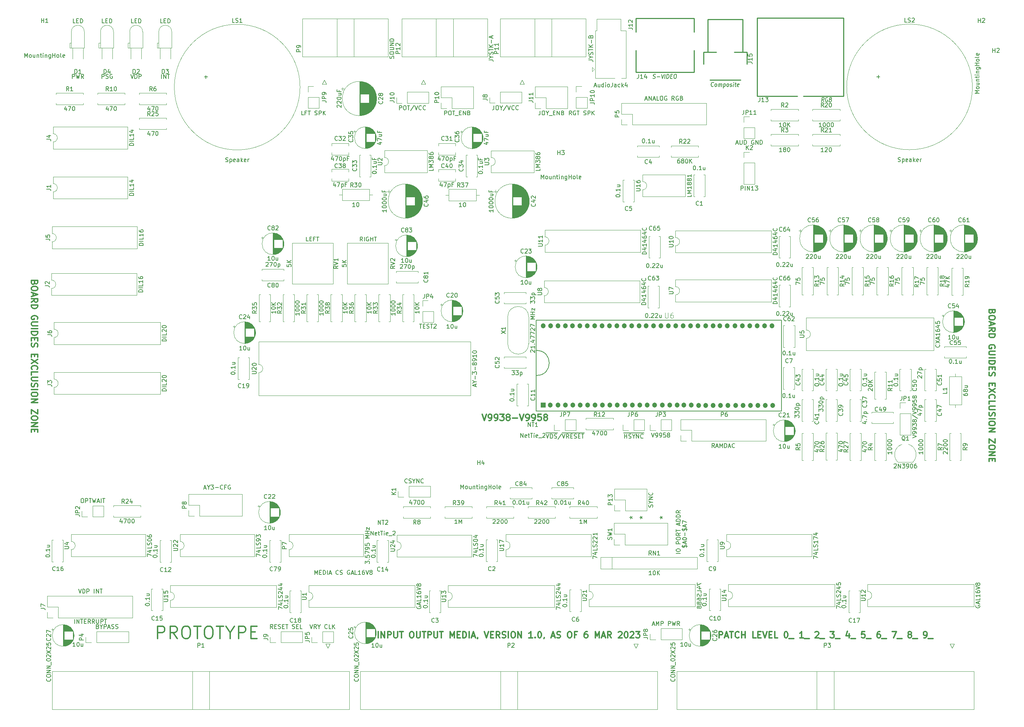
<source format=gbr>
%TF.GenerationSoftware,KiCad,Pcbnew,(6.0.11)*%
%TF.CreationDate,2023-12-22T19:28:31-05:00*%
%TF.ProjectId,input-output.Media,696e7075-742d-46f7-9574-7075742e4d65,rev?*%
%TF.SameCoordinates,Original*%
%TF.FileFunction,Legend,Top*%
%TF.FilePolarity,Positive*%
%FSLAX46Y46*%
G04 Gerber Fmt 4.6, Leading zero omitted, Abs format (unit mm)*
G04 Created by KiCad (PCBNEW (6.0.11)) date 2023-12-22 19:28:31*
%MOMM*%
%LPD*%
G01*
G04 APERTURE LIST*
%ADD10C,0.300000*%
%ADD11C,0.150000*%
%ADD12C,0.203200*%
%ADD13C,0.152400*%
%ADD14C,0.088900*%
%ADD15C,0.304800*%
%ADD16C,0.120000*%
%ADD17C,0.254000*%
%ADD18C,0.127000*%
%ADD19R,1.173480X1.173480*%
%ADD20C,1.198880*%
G04 APERTURE END LIST*
D10*
X267607142Y-140785714D02*
X267535714Y-141000000D01*
X267464285Y-141071428D01*
X267321428Y-141142857D01*
X267107142Y-141142857D01*
X266964285Y-141071428D01*
X266892857Y-141000000D01*
X266821428Y-140857142D01*
X266821428Y-140285714D01*
X268321428Y-140285714D01*
X268321428Y-140785714D01*
X268250000Y-140928571D01*
X268178571Y-141000000D01*
X268035714Y-141071428D01*
X267892857Y-141071428D01*
X267750000Y-141000000D01*
X267678571Y-140928571D01*
X267607142Y-140785714D01*
X267607142Y-140285714D01*
X268321428Y-142071428D02*
X268321428Y-142357142D01*
X268250000Y-142500000D01*
X268107142Y-142642857D01*
X267821428Y-142714285D01*
X267321428Y-142714285D01*
X267035714Y-142642857D01*
X266892857Y-142500000D01*
X266821428Y-142357142D01*
X266821428Y-142071428D01*
X266892857Y-141928571D01*
X267035714Y-141785714D01*
X267321428Y-141714285D01*
X267821428Y-141714285D01*
X268107142Y-141785714D01*
X268250000Y-141928571D01*
X268321428Y-142071428D01*
X267250000Y-143285714D02*
X267250000Y-144000000D01*
X266821428Y-143142857D02*
X268321428Y-143642857D01*
X266821428Y-144142857D01*
X266821428Y-145500000D02*
X267535714Y-145000000D01*
X266821428Y-144642857D02*
X268321428Y-144642857D01*
X268321428Y-145214285D01*
X268250000Y-145357142D01*
X268178571Y-145428571D01*
X268035714Y-145500000D01*
X267821428Y-145500000D01*
X267678571Y-145428571D01*
X267607142Y-145357142D01*
X267535714Y-145214285D01*
X267535714Y-144642857D01*
X266821428Y-146142857D02*
X268321428Y-146142857D01*
X268321428Y-146500000D01*
X268250000Y-146714285D01*
X268107142Y-146857142D01*
X267964285Y-146928571D01*
X267678571Y-147000000D01*
X267464285Y-147000000D01*
X267178571Y-146928571D01*
X267035714Y-146857142D01*
X266892857Y-146714285D01*
X266821428Y-146500000D01*
X266821428Y-146142857D01*
X268250000Y-149571428D02*
X268321428Y-149428571D01*
X268321428Y-149214285D01*
X268250000Y-149000000D01*
X268107142Y-148857142D01*
X267964285Y-148785714D01*
X267678571Y-148714285D01*
X267464285Y-148714285D01*
X267178571Y-148785714D01*
X267035714Y-148857142D01*
X266892857Y-149000000D01*
X266821428Y-149214285D01*
X266821428Y-149357142D01*
X266892857Y-149571428D01*
X266964285Y-149642857D01*
X267464285Y-149642857D01*
X267464285Y-149357142D01*
X268321428Y-150285714D02*
X267107142Y-150285714D01*
X266964285Y-150357142D01*
X266892857Y-150428571D01*
X266821428Y-150571428D01*
X266821428Y-150857142D01*
X266892857Y-151000000D01*
X266964285Y-151071428D01*
X267107142Y-151142857D01*
X268321428Y-151142857D01*
X266821428Y-151857142D02*
X268321428Y-151857142D01*
X266821428Y-152571428D02*
X268321428Y-152571428D01*
X268321428Y-152928571D01*
X268250000Y-153142857D01*
X268107142Y-153285714D01*
X267964285Y-153357142D01*
X267678571Y-153428571D01*
X267464285Y-153428571D01*
X267178571Y-153357142D01*
X267035714Y-153285714D01*
X266892857Y-153142857D01*
X266821428Y-152928571D01*
X266821428Y-152571428D01*
X267607142Y-154071428D02*
X267607142Y-154571428D01*
X266821428Y-154785714D02*
X266821428Y-154071428D01*
X268321428Y-154071428D01*
X268321428Y-154785714D01*
X266892857Y-155357142D02*
X266821428Y-155571428D01*
X266821428Y-155928571D01*
X266892857Y-156071428D01*
X266964285Y-156142857D01*
X267107142Y-156214285D01*
X267250000Y-156214285D01*
X267392857Y-156142857D01*
X267464285Y-156071428D01*
X267535714Y-155928571D01*
X267607142Y-155642857D01*
X267678571Y-155500000D01*
X267750000Y-155428571D01*
X267892857Y-155357142D01*
X268035714Y-155357142D01*
X268178571Y-155428571D01*
X268250000Y-155500000D01*
X268321428Y-155642857D01*
X268321428Y-156000000D01*
X268250000Y-156214285D01*
X267607142Y-158000000D02*
X267607142Y-158500000D01*
X266821428Y-158714285D02*
X266821428Y-158000000D01*
X268321428Y-158000000D01*
X268321428Y-158714285D01*
X268321428Y-159214285D02*
X266821428Y-160214285D01*
X268321428Y-160214285D02*
X266821428Y-159214285D01*
X266964285Y-161642857D02*
X266892857Y-161571428D01*
X266821428Y-161357142D01*
X266821428Y-161214285D01*
X266892857Y-161000000D01*
X267035714Y-160857142D01*
X267178571Y-160785714D01*
X267464285Y-160714285D01*
X267678571Y-160714285D01*
X267964285Y-160785714D01*
X268107142Y-160857142D01*
X268250000Y-161000000D01*
X268321428Y-161214285D01*
X268321428Y-161357142D01*
X268250000Y-161571428D01*
X268178571Y-161642857D01*
X266821428Y-163000000D02*
X266821428Y-162285714D01*
X268321428Y-162285714D01*
X268321428Y-163500000D02*
X267107142Y-163500000D01*
X266964285Y-163571428D01*
X266892857Y-163642857D01*
X266821428Y-163785714D01*
X266821428Y-164071428D01*
X266892857Y-164214285D01*
X266964285Y-164285714D01*
X267107142Y-164357142D01*
X268321428Y-164357142D01*
X266892857Y-165000000D02*
X266821428Y-165214285D01*
X266821428Y-165571428D01*
X266892857Y-165714285D01*
X266964285Y-165785714D01*
X267107142Y-165857142D01*
X267250000Y-165857142D01*
X267392857Y-165785714D01*
X267464285Y-165714285D01*
X267535714Y-165571428D01*
X267607142Y-165285714D01*
X267678571Y-165142857D01*
X267750000Y-165071428D01*
X267892857Y-165000000D01*
X268035714Y-165000000D01*
X268178571Y-165071428D01*
X268250000Y-165142857D01*
X268321428Y-165285714D01*
X268321428Y-165642857D01*
X268250000Y-165857142D01*
X266821428Y-166500000D02*
X268321428Y-166500000D01*
X268321428Y-167500000D02*
X268321428Y-167785714D01*
X268250000Y-167928571D01*
X268107142Y-168071428D01*
X267821428Y-168142857D01*
X267321428Y-168142857D01*
X267035714Y-168071428D01*
X266892857Y-167928571D01*
X266821428Y-167785714D01*
X266821428Y-167500000D01*
X266892857Y-167357142D01*
X267035714Y-167214285D01*
X267321428Y-167142857D01*
X267821428Y-167142857D01*
X268107142Y-167214285D01*
X268250000Y-167357142D01*
X268321428Y-167500000D01*
X266821428Y-168785714D02*
X268321428Y-168785714D01*
X266821428Y-169642857D01*
X268321428Y-169642857D01*
X268321428Y-171357142D02*
X268321428Y-172357142D01*
X266821428Y-171357142D01*
X266821428Y-172357142D01*
X268321428Y-173214285D02*
X268321428Y-173500000D01*
X268250000Y-173642857D01*
X268107142Y-173785714D01*
X267821428Y-173857142D01*
X267321428Y-173857142D01*
X267035714Y-173785714D01*
X266892857Y-173642857D01*
X266821428Y-173500000D01*
X266821428Y-173214285D01*
X266892857Y-173071428D01*
X267035714Y-172928571D01*
X267321428Y-172857142D01*
X267821428Y-172857142D01*
X268107142Y-172928571D01*
X268250000Y-173071428D01*
X268321428Y-173214285D01*
X266821428Y-174500000D02*
X268321428Y-174500000D01*
X266821428Y-175357142D01*
X268321428Y-175357142D01*
X267607142Y-176071428D02*
X267607142Y-176571428D01*
X266821428Y-176785714D02*
X266821428Y-176071428D01*
X268321428Y-176071428D01*
X268321428Y-176785714D01*
X37607142Y-133785714D02*
X37535714Y-134000000D01*
X37464285Y-134071428D01*
X37321428Y-134142857D01*
X37107142Y-134142857D01*
X36964285Y-134071428D01*
X36892857Y-134000000D01*
X36821428Y-133857142D01*
X36821428Y-133285714D01*
X38321428Y-133285714D01*
X38321428Y-133785714D01*
X38250000Y-133928571D01*
X38178571Y-134000000D01*
X38035714Y-134071428D01*
X37892857Y-134071428D01*
X37750000Y-134000000D01*
X37678571Y-133928571D01*
X37607142Y-133785714D01*
X37607142Y-133285714D01*
X38321428Y-135071428D02*
X38321428Y-135357142D01*
X38250000Y-135500000D01*
X38107142Y-135642857D01*
X37821428Y-135714285D01*
X37321428Y-135714285D01*
X37035714Y-135642857D01*
X36892857Y-135500000D01*
X36821428Y-135357142D01*
X36821428Y-135071428D01*
X36892857Y-134928571D01*
X37035714Y-134785714D01*
X37321428Y-134714285D01*
X37821428Y-134714285D01*
X38107142Y-134785714D01*
X38250000Y-134928571D01*
X38321428Y-135071428D01*
X37250000Y-136285714D02*
X37250000Y-137000000D01*
X36821428Y-136142857D02*
X38321428Y-136642857D01*
X36821428Y-137142857D01*
X36821428Y-138500000D02*
X37535714Y-138000000D01*
X36821428Y-137642857D02*
X38321428Y-137642857D01*
X38321428Y-138214285D01*
X38250000Y-138357142D01*
X38178571Y-138428571D01*
X38035714Y-138500000D01*
X37821428Y-138500000D01*
X37678571Y-138428571D01*
X37607142Y-138357142D01*
X37535714Y-138214285D01*
X37535714Y-137642857D01*
X36821428Y-139142857D02*
X38321428Y-139142857D01*
X38321428Y-139500000D01*
X38250000Y-139714285D01*
X38107142Y-139857142D01*
X37964285Y-139928571D01*
X37678571Y-140000000D01*
X37464285Y-140000000D01*
X37178571Y-139928571D01*
X37035714Y-139857142D01*
X36892857Y-139714285D01*
X36821428Y-139500000D01*
X36821428Y-139142857D01*
X38250000Y-142571428D02*
X38321428Y-142428571D01*
X38321428Y-142214285D01*
X38250000Y-142000000D01*
X38107142Y-141857142D01*
X37964285Y-141785714D01*
X37678571Y-141714285D01*
X37464285Y-141714285D01*
X37178571Y-141785714D01*
X37035714Y-141857142D01*
X36892857Y-142000000D01*
X36821428Y-142214285D01*
X36821428Y-142357142D01*
X36892857Y-142571428D01*
X36964285Y-142642857D01*
X37464285Y-142642857D01*
X37464285Y-142357142D01*
X38321428Y-143285714D02*
X37107142Y-143285714D01*
X36964285Y-143357142D01*
X36892857Y-143428571D01*
X36821428Y-143571428D01*
X36821428Y-143857142D01*
X36892857Y-144000000D01*
X36964285Y-144071428D01*
X37107142Y-144142857D01*
X38321428Y-144142857D01*
X36821428Y-144857142D02*
X38321428Y-144857142D01*
X36821428Y-145571428D02*
X38321428Y-145571428D01*
X38321428Y-145928571D01*
X38250000Y-146142857D01*
X38107142Y-146285714D01*
X37964285Y-146357142D01*
X37678571Y-146428571D01*
X37464285Y-146428571D01*
X37178571Y-146357142D01*
X37035714Y-146285714D01*
X36892857Y-146142857D01*
X36821428Y-145928571D01*
X36821428Y-145571428D01*
X37607142Y-147071428D02*
X37607142Y-147571428D01*
X36821428Y-147785714D02*
X36821428Y-147071428D01*
X38321428Y-147071428D01*
X38321428Y-147785714D01*
X36892857Y-148357142D02*
X36821428Y-148571428D01*
X36821428Y-148928571D01*
X36892857Y-149071428D01*
X36964285Y-149142857D01*
X37107142Y-149214285D01*
X37250000Y-149214285D01*
X37392857Y-149142857D01*
X37464285Y-149071428D01*
X37535714Y-148928571D01*
X37607142Y-148642857D01*
X37678571Y-148500000D01*
X37750000Y-148428571D01*
X37892857Y-148357142D01*
X38035714Y-148357142D01*
X38178571Y-148428571D01*
X38250000Y-148500000D01*
X38321428Y-148642857D01*
X38321428Y-149000000D01*
X38250000Y-149214285D01*
X37607142Y-151000000D02*
X37607142Y-151500000D01*
X36821428Y-151714285D02*
X36821428Y-151000000D01*
X38321428Y-151000000D01*
X38321428Y-151714285D01*
X38321428Y-152214285D02*
X36821428Y-153214285D01*
X38321428Y-153214285D02*
X36821428Y-152214285D01*
X36964285Y-154642857D02*
X36892857Y-154571428D01*
X36821428Y-154357142D01*
X36821428Y-154214285D01*
X36892857Y-154000000D01*
X37035714Y-153857142D01*
X37178571Y-153785714D01*
X37464285Y-153714285D01*
X37678571Y-153714285D01*
X37964285Y-153785714D01*
X38107142Y-153857142D01*
X38250000Y-154000000D01*
X38321428Y-154214285D01*
X38321428Y-154357142D01*
X38250000Y-154571428D01*
X38178571Y-154642857D01*
X36821428Y-156000000D02*
X36821428Y-155285714D01*
X38321428Y-155285714D01*
X38321428Y-156500000D02*
X37107142Y-156500000D01*
X36964285Y-156571428D01*
X36892857Y-156642857D01*
X36821428Y-156785714D01*
X36821428Y-157071428D01*
X36892857Y-157214285D01*
X36964285Y-157285714D01*
X37107142Y-157357142D01*
X38321428Y-157357142D01*
X36892857Y-158000000D02*
X36821428Y-158214285D01*
X36821428Y-158571428D01*
X36892857Y-158714285D01*
X36964285Y-158785714D01*
X37107142Y-158857142D01*
X37250000Y-158857142D01*
X37392857Y-158785714D01*
X37464285Y-158714285D01*
X37535714Y-158571428D01*
X37607142Y-158285714D01*
X37678571Y-158142857D01*
X37750000Y-158071428D01*
X37892857Y-158000000D01*
X38035714Y-158000000D01*
X38178571Y-158071428D01*
X38250000Y-158142857D01*
X38321428Y-158285714D01*
X38321428Y-158642857D01*
X38250000Y-158857142D01*
X36821428Y-159500000D02*
X38321428Y-159500000D01*
X38321428Y-160500000D02*
X38321428Y-160785714D01*
X38250000Y-160928571D01*
X38107142Y-161071428D01*
X37821428Y-161142857D01*
X37321428Y-161142857D01*
X37035714Y-161071428D01*
X36892857Y-160928571D01*
X36821428Y-160785714D01*
X36821428Y-160500000D01*
X36892857Y-160357142D01*
X37035714Y-160214285D01*
X37321428Y-160142857D01*
X37821428Y-160142857D01*
X38107142Y-160214285D01*
X38250000Y-160357142D01*
X38321428Y-160500000D01*
X36821428Y-161785714D02*
X38321428Y-161785714D01*
X36821428Y-162642857D01*
X38321428Y-162642857D01*
X38321428Y-164357142D02*
X38321428Y-165357142D01*
X36821428Y-164357142D01*
X36821428Y-165357142D01*
X38321428Y-166214285D02*
X38321428Y-166500000D01*
X38250000Y-166642857D01*
X38107142Y-166785714D01*
X37821428Y-166857142D01*
X37321428Y-166857142D01*
X37035714Y-166785714D01*
X36892857Y-166642857D01*
X36821428Y-166500000D01*
X36821428Y-166214285D01*
X36892857Y-166071428D01*
X37035714Y-165928571D01*
X37321428Y-165857142D01*
X37821428Y-165857142D01*
X38107142Y-165928571D01*
X38250000Y-166071428D01*
X38321428Y-166214285D01*
X36821428Y-167500000D02*
X38321428Y-167500000D01*
X36821428Y-168357142D01*
X38321428Y-168357142D01*
X37607142Y-169071428D02*
X37607142Y-169571428D01*
X36821428Y-169785714D02*
X36821428Y-169071428D01*
X38321428Y-169071428D01*
X38321428Y-169785714D01*
D11*
X53761904Y-84702380D02*
X53761904Y-83702380D01*
X54142857Y-83702380D01*
X54238095Y-83750000D01*
X54285714Y-83797619D01*
X54333333Y-83892857D01*
X54333333Y-84035714D01*
X54285714Y-84130952D01*
X54238095Y-84178571D01*
X54142857Y-84226190D01*
X53761904Y-84226190D01*
X54714285Y-84654761D02*
X54857142Y-84702380D01*
X55095238Y-84702380D01*
X55190476Y-84654761D01*
X55238095Y-84607142D01*
X55285714Y-84511904D01*
X55285714Y-84416666D01*
X55238095Y-84321428D01*
X55190476Y-84273809D01*
X55095238Y-84226190D01*
X54904761Y-84178571D01*
X54809523Y-84130952D01*
X54761904Y-84083333D01*
X54714285Y-83988095D01*
X54714285Y-83892857D01*
X54761904Y-83797619D01*
X54809523Y-83750000D01*
X54904761Y-83702380D01*
X55142857Y-83702380D01*
X55285714Y-83750000D01*
X56238095Y-83750000D02*
X56142857Y-83702380D01*
X56000000Y-83702380D01*
X55857142Y-83750000D01*
X55761904Y-83845238D01*
X55714285Y-83940476D01*
X55666666Y-84130952D01*
X55666666Y-84273809D01*
X55714285Y-84464285D01*
X55761904Y-84559523D01*
X55857142Y-84654761D01*
X56000000Y-84702380D01*
X56095238Y-84702380D01*
X56238095Y-84654761D01*
X56285714Y-84607142D01*
X56285714Y-84273809D01*
X56095238Y-84273809D01*
D10*
X202000000Y-219178571D02*
X202000000Y-217678571D01*
X202571428Y-217678571D01*
X202714285Y-217750000D01*
X202785714Y-217821428D01*
X202857142Y-217964285D01*
X202857142Y-218178571D01*
X202785714Y-218321428D01*
X202714285Y-218392857D01*
X202571428Y-218464285D01*
X202000000Y-218464285D01*
X203428571Y-218750000D02*
X204142857Y-218750000D01*
X203285714Y-219178571D02*
X203785714Y-217678571D01*
X204285714Y-219178571D01*
X204571428Y-217678571D02*
X205428571Y-217678571D01*
X205000000Y-219178571D02*
X205000000Y-217678571D01*
X206785714Y-219035714D02*
X206714285Y-219107142D01*
X206500000Y-219178571D01*
X206357142Y-219178571D01*
X206142857Y-219107142D01*
X206000000Y-218964285D01*
X205928571Y-218821428D01*
X205857142Y-218535714D01*
X205857142Y-218321428D01*
X205928571Y-218035714D01*
X206000000Y-217892857D01*
X206142857Y-217750000D01*
X206357142Y-217678571D01*
X206500000Y-217678571D01*
X206714285Y-217750000D01*
X206785714Y-217821428D01*
X207428571Y-219178571D02*
X207428571Y-217678571D01*
X207428571Y-218392857D02*
X208285714Y-218392857D01*
X208285714Y-219178571D02*
X208285714Y-217678571D01*
X210857142Y-219178571D02*
X210142857Y-219178571D01*
X210142857Y-217678571D01*
X211357142Y-218392857D02*
X211857142Y-218392857D01*
X212071428Y-219178571D02*
X211357142Y-219178571D01*
X211357142Y-217678571D01*
X212071428Y-217678571D01*
X212500000Y-217678571D02*
X213000000Y-219178571D01*
X213500000Y-217678571D01*
X214000000Y-218392857D02*
X214500000Y-218392857D01*
X214714285Y-219178571D02*
X214000000Y-219178571D01*
X214000000Y-217678571D01*
X214714285Y-217678571D01*
X216071428Y-219178571D02*
X215357142Y-219178571D01*
X215357142Y-217678571D01*
X218000000Y-217678571D02*
X218142857Y-217678571D01*
X218285714Y-217750000D01*
X218357142Y-217821428D01*
X218428571Y-217964285D01*
X218500000Y-218250000D01*
X218500000Y-218607142D01*
X218428571Y-218892857D01*
X218357142Y-219035714D01*
X218285714Y-219107142D01*
X218142857Y-219178571D01*
X218000000Y-219178571D01*
X217857142Y-219107142D01*
X217785714Y-219035714D01*
X217714285Y-218892857D01*
X217642857Y-218607142D01*
X217642857Y-218250000D01*
X217714285Y-217964285D01*
X217785714Y-217821428D01*
X217857142Y-217750000D01*
X218000000Y-217678571D01*
X218785714Y-219321428D02*
X219928571Y-219321428D01*
X222214285Y-219178571D02*
X221357142Y-219178571D01*
X221785714Y-219178571D02*
X221785714Y-217678571D01*
X221642857Y-217892857D01*
X221500000Y-218035714D01*
X221357142Y-218107142D01*
X222500000Y-219321428D02*
X223642857Y-219321428D01*
X225071428Y-217821428D02*
X225142857Y-217750000D01*
X225285714Y-217678571D01*
X225642857Y-217678571D01*
X225785714Y-217750000D01*
X225857142Y-217821428D01*
X225928571Y-217964285D01*
X225928571Y-218107142D01*
X225857142Y-218321428D01*
X225000000Y-219178571D01*
X225928571Y-219178571D01*
X226214285Y-219321428D02*
X227357142Y-219321428D01*
X228714285Y-217678571D02*
X229642857Y-217678571D01*
X229142857Y-218250000D01*
X229357142Y-218250000D01*
X229500000Y-218321428D01*
X229571428Y-218392857D01*
X229642857Y-218535714D01*
X229642857Y-218892857D01*
X229571428Y-219035714D01*
X229500000Y-219107142D01*
X229357142Y-219178571D01*
X228928571Y-219178571D01*
X228785714Y-219107142D01*
X228714285Y-219035714D01*
X229928571Y-219321428D02*
X231071428Y-219321428D01*
X233214285Y-218178571D02*
X233214285Y-219178571D01*
X232857142Y-217607142D02*
X232500000Y-218678571D01*
X233428571Y-218678571D01*
X233642857Y-219321428D02*
X234785714Y-219321428D01*
X237000000Y-217678571D02*
X236285714Y-217678571D01*
X236214285Y-218392857D01*
X236285714Y-218321428D01*
X236428571Y-218250000D01*
X236785714Y-218250000D01*
X236928571Y-218321428D01*
X237000000Y-218392857D01*
X237071428Y-218535714D01*
X237071428Y-218892857D01*
X237000000Y-219035714D01*
X236928571Y-219107142D01*
X236785714Y-219178571D01*
X236428571Y-219178571D01*
X236285714Y-219107142D01*
X236214285Y-219035714D01*
X237357142Y-219321428D02*
X238499999Y-219321428D01*
X240642857Y-217678571D02*
X240357142Y-217678571D01*
X240214285Y-217750000D01*
X240142857Y-217821428D01*
X239999999Y-218035714D01*
X239928571Y-218321428D01*
X239928571Y-218892857D01*
X239999999Y-219035714D01*
X240071428Y-219107142D01*
X240214285Y-219178571D01*
X240499999Y-219178571D01*
X240642857Y-219107142D01*
X240714285Y-219035714D01*
X240785714Y-218892857D01*
X240785714Y-218535714D01*
X240714285Y-218392857D01*
X240642857Y-218321428D01*
X240499999Y-218250000D01*
X240214285Y-218250000D01*
X240071428Y-218321428D01*
X239999999Y-218392857D01*
X239928571Y-218535714D01*
X241071428Y-219321428D02*
X242214285Y-219321428D01*
X243571428Y-217678571D02*
X244571428Y-217678571D01*
X243928571Y-219178571D01*
X244785714Y-219321428D02*
X245928571Y-219321428D01*
X247642857Y-218321428D02*
X247499999Y-218250000D01*
X247428571Y-218178571D01*
X247357142Y-218035714D01*
X247357142Y-217964285D01*
X247428571Y-217821428D01*
X247499999Y-217750000D01*
X247642857Y-217678571D01*
X247928571Y-217678571D01*
X248071428Y-217750000D01*
X248142857Y-217821428D01*
X248214285Y-217964285D01*
X248214285Y-218035714D01*
X248142857Y-218178571D01*
X248071428Y-218250000D01*
X247928571Y-218321428D01*
X247642857Y-218321428D01*
X247499999Y-218392857D01*
X247428571Y-218464285D01*
X247357142Y-218607142D01*
X247357142Y-218892857D01*
X247428571Y-219035714D01*
X247499999Y-219107142D01*
X247642857Y-219178571D01*
X247928571Y-219178571D01*
X248071428Y-219107142D01*
X248142857Y-219035714D01*
X248214285Y-218892857D01*
X248214285Y-218607142D01*
X248142857Y-218464285D01*
X248071428Y-218392857D01*
X247928571Y-218321428D01*
X248499999Y-219321428D02*
X249642857Y-219321428D01*
X251214285Y-219178571D02*
X251499999Y-219178571D01*
X251642857Y-219107142D01*
X251714285Y-219035714D01*
X251857142Y-218821428D01*
X251928571Y-218535714D01*
X251928571Y-217964285D01*
X251857142Y-217821428D01*
X251785714Y-217750000D01*
X251642857Y-217678571D01*
X251357142Y-217678571D01*
X251214285Y-217750000D01*
X251142857Y-217821428D01*
X251071428Y-217964285D01*
X251071428Y-218321428D01*
X251142857Y-218464285D01*
X251214285Y-218535714D01*
X251357142Y-218607142D01*
X251642857Y-218607142D01*
X251785714Y-218535714D01*
X251857142Y-218464285D01*
X251928571Y-218321428D01*
X252214285Y-219321428D02*
X253357142Y-219321428D01*
D11*
X116361554Y-123802380D02*
X116028221Y-123326190D01*
X115790126Y-123802380D02*
X115790126Y-122802380D01*
X116171078Y-122802380D01*
X116266316Y-122850000D01*
X116313935Y-122897619D01*
X116361554Y-122992857D01*
X116361554Y-123135714D01*
X116313935Y-123230952D01*
X116266316Y-123278571D01*
X116171078Y-123326190D01*
X115790126Y-123326190D01*
X116790126Y-123802380D02*
X116790126Y-122802380D01*
X117790126Y-122850000D02*
X117694888Y-122802380D01*
X117552030Y-122802380D01*
X117409173Y-122850000D01*
X117313935Y-122945238D01*
X117266316Y-123040476D01*
X117218697Y-123230952D01*
X117218697Y-123373809D01*
X117266316Y-123564285D01*
X117313935Y-123659523D01*
X117409173Y-123754761D01*
X117552030Y-123802380D01*
X117647268Y-123802380D01*
X117790126Y-123754761D01*
X117837745Y-123707142D01*
X117837745Y-123373809D01*
X117647268Y-123373809D01*
X118266316Y-123802380D02*
X118266316Y-122802380D01*
X118266316Y-123278571D02*
X118837745Y-123278571D01*
X118837745Y-123802380D02*
X118837745Y-122802380D01*
X119171078Y-122802380D02*
X119742507Y-122802380D01*
X119456792Y-123802380D02*
X119456792Y-122802380D01*
D10*
X120107142Y-219178571D02*
X120107142Y-217678571D01*
X120821428Y-219178571D02*
X120821428Y-217678571D01*
X121678571Y-219178571D01*
X121678571Y-217678571D01*
X122392857Y-219178571D02*
X122392857Y-217678571D01*
X122964285Y-217678571D01*
X123107142Y-217750000D01*
X123178571Y-217821428D01*
X123250000Y-217964285D01*
X123250000Y-218178571D01*
X123178571Y-218321428D01*
X123107142Y-218392857D01*
X122964285Y-218464285D01*
X122392857Y-218464285D01*
X123892857Y-217678571D02*
X123892857Y-218892857D01*
X123964285Y-219035714D01*
X124035714Y-219107142D01*
X124178571Y-219178571D01*
X124464285Y-219178571D01*
X124607142Y-219107142D01*
X124678571Y-219035714D01*
X124750000Y-218892857D01*
X124750000Y-217678571D01*
X125250000Y-217678571D02*
X126107142Y-217678571D01*
X125678571Y-219178571D02*
X125678571Y-217678571D01*
X128035714Y-217678571D02*
X128321428Y-217678571D01*
X128464285Y-217750000D01*
X128607142Y-217892857D01*
X128678571Y-218178571D01*
X128678571Y-218678571D01*
X128607142Y-218964285D01*
X128464285Y-219107142D01*
X128321428Y-219178571D01*
X128035714Y-219178571D01*
X127892857Y-219107142D01*
X127750000Y-218964285D01*
X127678571Y-218678571D01*
X127678571Y-218178571D01*
X127750000Y-217892857D01*
X127892857Y-217750000D01*
X128035714Y-217678571D01*
X129321428Y-217678571D02*
X129321428Y-218892857D01*
X129392857Y-219035714D01*
X129464285Y-219107142D01*
X129607142Y-219178571D01*
X129892857Y-219178571D01*
X130035714Y-219107142D01*
X130107142Y-219035714D01*
X130178571Y-218892857D01*
X130178571Y-217678571D01*
X130678571Y-217678571D02*
X131535714Y-217678571D01*
X131107142Y-219178571D02*
X131107142Y-217678571D01*
X132035714Y-219178571D02*
X132035714Y-217678571D01*
X132607142Y-217678571D01*
X132750000Y-217750000D01*
X132821428Y-217821428D01*
X132892857Y-217964285D01*
X132892857Y-218178571D01*
X132821428Y-218321428D01*
X132750000Y-218392857D01*
X132607142Y-218464285D01*
X132035714Y-218464285D01*
X133535714Y-217678571D02*
X133535714Y-218892857D01*
X133607142Y-219035714D01*
X133678571Y-219107142D01*
X133821428Y-219178571D01*
X134107142Y-219178571D01*
X134250000Y-219107142D01*
X134321428Y-219035714D01*
X134392857Y-218892857D01*
X134392857Y-217678571D01*
X134892857Y-217678571D02*
X135750000Y-217678571D01*
X135321428Y-219178571D02*
X135321428Y-217678571D01*
X137392857Y-219178571D02*
X137392857Y-217678571D01*
X137892857Y-218750000D01*
X138392857Y-217678571D01*
X138392857Y-219178571D01*
X139107142Y-218392857D02*
X139607142Y-218392857D01*
X139821428Y-219178571D02*
X139107142Y-219178571D01*
X139107142Y-217678571D01*
X139821428Y-217678571D01*
X140464285Y-219178571D02*
X140464285Y-217678571D01*
X140821428Y-217678571D01*
X141035714Y-217750000D01*
X141178571Y-217892857D01*
X141250000Y-218035714D01*
X141321428Y-218321428D01*
X141321428Y-218535714D01*
X141250000Y-218821428D01*
X141178571Y-218964285D01*
X141035714Y-219107142D01*
X140821428Y-219178571D01*
X140464285Y-219178571D01*
X141964285Y-219178571D02*
X141964285Y-217678571D01*
X142607142Y-218750000D02*
X143321428Y-218750000D01*
X142464285Y-219178571D02*
X142964285Y-217678571D01*
X143464285Y-219178571D01*
X144035714Y-219107142D02*
X144035714Y-219178571D01*
X143964285Y-219321428D01*
X143892857Y-219392857D01*
X145607142Y-217678571D02*
X146107142Y-219178571D01*
X146607142Y-217678571D01*
X147107142Y-218392857D02*
X147607142Y-218392857D01*
X147821428Y-219178571D02*
X147107142Y-219178571D01*
X147107142Y-217678571D01*
X147821428Y-217678571D01*
X149321428Y-219178571D02*
X148821428Y-218464285D01*
X148464285Y-219178571D02*
X148464285Y-217678571D01*
X149035714Y-217678571D01*
X149178571Y-217750000D01*
X149250000Y-217821428D01*
X149321428Y-217964285D01*
X149321428Y-218178571D01*
X149250000Y-218321428D01*
X149178571Y-218392857D01*
X149035714Y-218464285D01*
X148464285Y-218464285D01*
X149892857Y-219107142D02*
X150107142Y-219178571D01*
X150464285Y-219178571D01*
X150607142Y-219107142D01*
X150678571Y-219035714D01*
X150750000Y-218892857D01*
X150750000Y-218750000D01*
X150678571Y-218607142D01*
X150607142Y-218535714D01*
X150464285Y-218464285D01*
X150178571Y-218392857D01*
X150035714Y-218321428D01*
X149964285Y-218250000D01*
X149892857Y-218107142D01*
X149892857Y-217964285D01*
X149964285Y-217821428D01*
X150035714Y-217750000D01*
X150178571Y-217678571D01*
X150535714Y-217678571D01*
X150750000Y-217750000D01*
X151392857Y-219178571D02*
X151392857Y-217678571D01*
X152392857Y-217678571D02*
X152678571Y-217678571D01*
X152821428Y-217750000D01*
X152964285Y-217892857D01*
X153035714Y-218178571D01*
X153035714Y-218678571D01*
X152964285Y-218964285D01*
X152821428Y-219107142D01*
X152678571Y-219178571D01*
X152392857Y-219178571D01*
X152250000Y-219107142D01*
X152107142Y-218964285D01*
X152035714Y-218678571D01*
X152035714Y-218178571D01*
X152107142Y-217892857D01*
X152250000Y-217750000D01*
X152392857Y-217678571D01*
X153678571Y-219178571D02*
X153678571Y-217678571D01*
X154535714Y-219178571D01*
X154535714Y-217678571D01*
X157178571Y-219178571D02*
X156321428Y-219178571D01*
X156750000Y-219178571D02*
X156750000Y-217678571D01*
X156607142Y-217892857D01*
X156464285Y-218035714D01*
X156321428Y-218107142D01*
X157821428Y-219035714D02*
X157892857Y-219107142D01*
X157821428Y-219178571D01*
X157750000Y-219107142D01*
X157821428Y-219035714D01*
X157821428Y-219178571D01*
X158821428Y-217678571D02*
X158964285Y-217678571D01*
X159107142Y-217750000D01*
X159178571Y-217821428D01*
X159250000Y-217964285D01*
X159321428Y-218250000D01*
X159321428Y-218607142D01*
X159250000Y-218892857D01*
X159178571Y-219035714D01*
X159107142Y-219107142D01*
X158964285Y-219178571D01*
X158821428Y-219178571D01*
X158678571Y-219107142D01*
X158607142Y-219035714D01*
X158535714Y-218892857D01*
X158464285Y-218607142D01*
X158464285Y-218250000D01*
X158535714Y-217964285D01*
X158607142Y-217821428D01*
X158678571Y-217750000D01*
X158821428Y-217678571D01*
X160035714Y-219107142D02*
X160035714Y-219178571D01*
X159964285Y-219321428D01*
X159892857Y-219392857D01*
X161750000Y-218750000D02*
X162464285Y-218750000D01*
X161607142Y-219178571D02*
X162107142Y-217678571D01*
X162607142Y-219178571D01*
X163035714Y-219107142D02*
X163250000Y-219178571D01*
X163607142Y-219178571D01*
X163750000Y-219107142D01*
X163821428Y-219035714D01*
X163892857Y-218892857D01*
X163892857Y-218750000D01*
X163821428Y-218607142D01*
X163750000Y-218535714D01*
X163607142Y-218464285D01*
X163321428Y-218392857D01*
X163178571Y-218321428D01*
X163107142Y-218250000D01*
X163035714Y-218107142D01*
X163035714Y-217964285D01*
X163107142Y-217821428D01*
X163178571Y-217750000D01*
X163321428Y-217678571D01*
X163678571Y-217678571D01*
X163892857Y-217750000D01*
X165964285Y-217678571D02*
X166250000Y-217678571D01*
X166392857Y-217750000D01*
X166535714Y-217892857D01*
X166607142Y-218178571D01*
X166607142Y-218678571D01*
X166535714Y-218964285D01*
X166392857Y-219107142D01*
X166250000Y-219178571D01*
X165964285Y-219178571D01*
X165821428Y-219107142D01*
X165678571Y-218964285D01*
X165607142Y-218678571D01*
X165607142Y-218178571D01*
X165678571Y-217892857D01*
X165821428Y-217750000D01*
X165964285Y-217678571D01*
X167750000Y-218392857D02*
X167250000Y-218392857D01*
X167250000Y-219178571D02*
X167250000Y-217678571D01*
X167964285Y-217678571D01*
X170321428Y-217678571D02*
X170035714Y-217678571D01*
X169892857Y-217750000D01*
X169821428Y-217821428D01*
X169678571Y-218035714D01*
X169607142Y-218321428D01*
X169607142Y-218892857D01*
X169678571Y-219035714D01*
X169750000Y-219107142D01*
X169892857Y-219178571D01*
X170178571Y-219178571D01*
X170321428Y-219107142D01*
X170392857Y-219035714D01*
X170464285Y-218892857D01*
X170464285Y-218535714D01*
X170392857Y-218392857D01*
X170321428Y-218321428D01*
X170178571Y-218250000D01*
X169892857Y-218250000D01*
X169750000Y-218321428D01*
X169678571Y-218392857D01*
X169607142Y-218535714D01*
X172250000Y-219178571D02*
X172250000Y-217678571D01*
X172750000Y-218750000D01*
X173250000Y-217678571D01*
X173250000Y-219178571D01*
X173892857Y-218750000D02*
X174607142Y-218750000D01*
X173750000Y-219178571D02*
X174250000Y-217678571D01*
X174750000Y-219178571D01*
X176107142Y-219178571D02*
X175607142Y-218464285D01*
X175250000Y-219178571D02*
X175250000Y-217678571D01*
X175821428Y-217678571D01*
X175964285Y-217750000D01*
X176035714Y-217821428D01*
X176107142Y-217964285D01*
X176107142Y-218178571D01*
X176035714Y-218321428D01*
X175964285Y-218392857D01*
X175821428Y-218464285D01*
X175250000Y-218464285D01*
X177821428Y-217821428D02*
X177892857Y-217750000D01*
X178035714Y-217678571D01*
X178392857Y-217678571D01*
X178535714Y-217750000D01*
X178607142Y-217821428D01*
X178678571Y-217964285D01*
X178678571Y-218107142D01*
X178607142Y-218321428D01*
X177750000Y-219178571D01*
X178678571Y-219178571D01*
X179607142Y-217678571D02*
X179750000Y-217678571D01*
X179892857Y-217750000D01*
X179964285Y-217821428D01*
X180035714Y-217964285D01*
X180107142Y-218250000D01*
X180107142Y-218607142D01*
X180035714Y-218892857D01*
X179964285Y-219035714D01*
X179892857Y-219107142D01*
X179750000Y-219178571D01*
X179607142Y-219178571D01*
X179464285Y-219107142D01*
X179392857Y-219035714D01*
X179321428Y-218892857D01*
X179250000Y-218607142D01*
X179250000Y-218250000D01*
X179321428Y-217964285D01*
X179392857Y-217821428D01*
X179464285Y-217750000D01*
X179607142Y-217678571D01*
X180678571Y-217821428D02*
X180750000Y-217750000D01*
X180892857Y-217678571D01*
X181250000Y-217678571D01*
X181392857Y-217750000D01*
X181464285Y-217821428D01*
X181535714Y-217964285D01*
X181535714Y-218107142D01*
X181464285Y-218321428D01*
X180607142Y-219178571D01*
X181535714Y-219178571D01*
X182035714Y-217678571D02*
X182964285Y-217678571D01*
X182464285Y-218250000D01*
X182678571Y-218250000D01*
X182821428Y-218321428D01*
X182892857Y-218392857D01*
X182964285Y-218535714D01*
X182964285Y-218892857D01*
X182892857Y-219035714D01*
X182821428Y-219107142D01*
X182678571Y-219178571D01*
X182250000Y-219178571D01*
X182107142Y-219107142D01*
X182035714Y-219035714D01*
D11*
X46666666Y-84702380D02*
X46666666Y-83702380D01*
X47047619Y-83702380D01*
X47142857Y-83750000D01*
X47190476Y-83797619D01*
X47238095Y-83892857D01*
X47238095Y-84035714D01*
X47190476Y-84130952D01*
X47142857Y-84178571D01*
X47047619Y-84226190D01*
X46666666Y-84226190D01*
X47571428Y-83702380D02*
X47809523Y-84702380D01*
X48000000Y-83988095D01*
X48190476Y-84702380D01*
X48428571Y-83702380D01*
X49380952Y-84702380D02*
X49047619Y-84226190D01*
X48809523Y-84702380D02*
X48809523Y-83702380D01*
X49190476Y-83702380D01*
X49285714Y-83750000D01*
X49333333Y-83797619D01*
X49380952Y-83892857D01*
X49380952Y-84035714D01*
X49333333Y-84130952D01*
X49285714Y-84178571D01*
X49190476Y-84226190D01*
X48809523Y-84226190D01*
X104869047Y-203952380D02*
X104869047Y-202952380D01*
X105202380Y-203666666D01*
X105535714Y-202952380D01*
X105535714Y-203952380D01*
X106011904Y-203428571D02*
X106345238Y-203428571D01*
X106488095Y-203952380D02*
X106011904Y-203952380D01*
X106011904Y-202952380D01*
X106488095Y-202952380D01*
X106916666Y-203952380D02*
X106916666Y-202952380D01*
X107154761Y-202952380D01*
X107297619Y-203000000D01*
X107392857Y-203095238D01*
X107440476Y-203190476D01*
X107488095Y-203380952D01*
X107488095Y-203523809D01*
X107440476Y-203714285D01*
X107392857Y-203809523D01*
X107297619Y-203904761D01*
X107154761Y-203952380D01*
X106916666Y-203952380D01*
X107916666Y-203952380D02*
X107916666Y-202952380D01*
X108345238Y-203666666D02*
X108821428Y-203666666D01*
X108249999Y-203952380D02*
X108583333Y-202952380D01*
X108916666Y-203952380D01*
X110583333Y-203857142D02*
X110535714Y-203904761D01*
X110392857Y-203952380D01*
X110297619Y-203952380D01*
X110154761Y-203904761D01*
X110059523Y-203809523D01*
X110011904Y-203714285D01*
X109964285Y-203523809D01*
X109964285Y-203380952D01*
X110011904Y-203190476D01*
X110059523Y-203095238D01*
X110154761Y-203000000D01*
X110297619Y-202952380D01*
X110392857Y-202952380D01*
X110535714Y-203000000D01*
X110583333Y-203047619D01*
X110964285Y-203904761D02*
X111107142Y-203952380D01*
X111345238Y-203952380D01*
X111440476Y-203904761D01*
X111488095Y-203857142D01*
X111535714Y-203761904D01*
X111535714Y-203666666D01*
X111488095Y-203571428D01*
X111440476Y-203523809D01*
X111345238Y-203476190D01*
X111154761Y-203428571D01*
X111059523Y-203380952D01*
X111011904Y-203333333D01*
X110964285Y-203238095D01*
X110964285Y-203142857D01*
X111011904Y-203047619D01*
X111059523Y-203000000D01*
X111154761Y-202952380D01*
X111392857Y-202952380D01*
X111535714Y-203000000D01*
X113250000Y-203000000D02*
X113154761Y-202952380D01*
X113011904Y-202952380D01*
X112869047Y-203000000D01*
X112773809Y-203095238D01*
X112726190Y-203190476D01*
X112678571Y-203380952D01*
X112678571Y-203523809D01*
X112726190Y-203714285D01*
X112773809Y-203809523D01*
X112869047Y-203904761D01*
X113011904Y-203952380D01*
X113107142Y-203952380D01*
X113250000Y-203904761D01*
X113297619Y-203857142D01*
X113297619Y-203523809D01*
X113107142Y-203523809D01*
X113678571Y-203666666D02*
X114154761Y-203666666D01*
X113583333Y-203952380D02*
X113916666Y-202952380D01*
X114250000Y-203952380D01*
X115059523Y-203952380D02*
X114583333Y-203952380D01*
X114583333Y-202952380D01*
X115916666Y-203952380D02*
X115345238Y-203952380D01*
X115630952Y-203952380D02*
X115630952Y-202952380D01*
X115535714Y-203095238D01*
X115440476Y-203190476D01*
X115345238Y-203238095D01*
X116773809Y-202952380D02*
X116583333Y-202952380D01*
X116488095Y-203000000D01*
X116440476Y-203047619D01*
X116345238Y-203190476D01*
X116297619Y-203380952D01*
X116297619Y-203761904D01*
X116345238Y-203857142D01*
X116392857Y-203904761D01*
X116488095Y-203952380D01*
X116678571Y-203952380D01*
X116773809Y-203904761D01*
X116821428Y-203857142D01*
X116869047Y-203761904D01*
X116869047Y-203523809D01*
X116821428Y-203428571D01*
X116773809Y-203380952D01*
X116678571Y-203333333D01*
X116488095Y-203333333D01*
X116392857Y-203380952D01*
X116345238Y-203428571D01*
X116297619Y-203523809D01*
X117154761Y-202952380D02*
X117488095Y-203952380D01*
X117821428Y-202952380D01*
X118297619Y-203380952D02*
X118202380Y-203333333D01*
X118154761Y-203285714D01*
X118107142Y-203190476D01*
X118107142Y-203142857D01*
X118154761Y-203047619D01*
X118202380Y-203000000D01*
X118297619Y-202952380D01*
X118488095Y-202952380D01*
X118583333Y-203000000D01*
X118630952Y-203047619D01*
X118678571Y-203142857D01*
X118678571Y-203190476D01*
X118630952Y-203285714D01*
X118583333Y-203333333D01*
X118488095Y-203380952D01*
X118297619Y-203380952D01*
X118202380Y-203428571D01*
X118154761Y-203476190D01*
X118107142Y-203571428D01*
X118107142Y-203761904D01*
X118154761Y-203857142D01*
X118202380Y-203904761D01*
X118297619Y-203952380D01*
X118488095Y-203952380D01*
X118583333Y-203904761D01*
X118630952Y-203857142D01*
X118678571Y-203761904D01*
X118678571Y-203571428D01*
X118630952Y-203476190D01*
X118583333Y-203428571D01*
X118488095Y-203380952D01*
X180513571Y-190250000D02*
X180870714Y-190250000D01*
X180727857Y-189892857D02*
X180870714Y-190250000D01*
X180727857Y-190607142D01*
X181156428Y-190035714D02*
X180870714Y-190250000D01*
X181156428Y-190464285D01*
X182928571Y-190250000D02*
X183285714Y-190250000D01*
X183142857Y-189892857D02*
X183285714Y-190250000D01*
X183142857Y-190607142D01*
X183571428Y-190035714D02*
X183285714Y-190250000D01*
X183571428Y-190464285D01*
X187758571Y-190250000D02*
X188115714Y-190250000D01*
X187972857Y-189892857D02*
X188115714Y-190250000D01*
X187972857Y-190607142D01*
X188401428Y-190035714D02*
X188115714Y-190250000D01*
X188401428Y-190464285D01*
X48142857Y-207452380D02*
X48476190Y-208452380D01*
X48809523Y-207452380D01*
X49142857Y-208452380D02*
X49142857Y-207452380D01*
X49380952Y-207452380D01*
X49523809Y-207500000D01*
X49619047Y-207595238D01*
X49666666Y-207690476D01*
X49714285Y-207880952D01*
X49714285Y-208023809D01*
X49666666Y-208214285D01*
X49619047Y-208309523D01*
X49523809Y-208404761D01*
X49380952Y-208452380D01*
X49142857Y-208452380D01*
X50142857Y-208452380D02*
X50142857Y-207452380D01*
X50523809Y-207452380D01*
X50619047Y-207500000D01*
X50666666Y-207547619D01*
X50714285Y-207642857D01*
X50714285Y-207785714D01*
X50666666Y-207880952D01*
X50619047Y-207928571D01*
X50523809Y-207976190D01*
X50142857Y-207976190D01*
X51904761Y-208452380D02*
X51904761Y-207452380D01*
X52380952Y-208452380D02*
X52380952Y-207452380D01*
X52952380Y-208452380D01*
X52952380Y-207452380D01*
X53285714Y-207452380D02*
X53857142Y-207452380D01*
X53571428Y-208452380D02*
X53571428Y-207452380D01*
X60666666Y-83702380D02*
X61000000Y-84702380D01*
X61333333Y-83702380D01*
X61666666Y-84702380D02*
X61666666Y-83702380D01*
X61904761Y-83702380D01*
X62047619Y-83750000D01*
X62142857Y-83845238D01*
X62190476Y-83940476D01*
X62238095Y-84130952D01*
X62238095Y-84273809D01*
X62190476Y-84464285D01*
X62142857Y-84559523D01*
X62047619Y-84654761D01*
X61904761Y-84702380D01*
X61666666Y-84702380D01*
X62666666Y-84702380D02*
X62666666Y-83702380D01*
X63047619Y-83702380D01*
X63142857Y-83750000D01*
X63190476Y-83797619D01*
X63238095Y-83892857D01*
X63238095Y-84035714D01*
X63190476Y-84130952D01*
X63142857Y-84178571D01*
X63047619Y-84226190D01*
X62666666Y-84226190D01*
D10*
X67142857Y-219357142D02*
X67142857Y-216357142D01*
X68285714Y-216357142D01*
X68571428Y-216500000D01*
X68714285Y-216642857D01*
X68857142Y-216928571D01*
X68857142Y-217357142D01*
X68714285Y-217642857D01*
X68571428Y-217785714D01*
X68285714Y-217928571D01*
X67142857Y-217928571D01*
X71857142Y-219357142D02*
X70857142Y-217928571D01*
X70142857Y-219357142D02*
X70142857Y-216357142D01*
X71285714Y-216357142D01*
X71571428Y-216500000D01*
X71714285Y-216642857D01*
X71857142Y-216928571D01*
X71857142Y-217357142D01*
X71714285Y-217642857D01*
X71571428Y-217785714D01*
X71285714Y-217928571D01*
X70142857Y-217928571D01*
X73714285Y-216357142D02*
X74285714Y-216357142D01*
X74571428Y-216500000D01*
X74857142Y-216785714D01*
X75000000Y-217357142D01*
X75000000Y-218357142D01*
X74857142Y-218928571D01*
X74571428Y-219214285D01*
X74285714Y-219357142D01*
X73714285Y-219357142D01*
X73428571Y-219214285D01*
X73142857Y-218928571D01*
X73000000Y-218357142D01*
X73000000Y-217357142D01*
X73142857Y-216785714D01*
X73428571Y-216500000D01*
X73714285Y-216357142D01*
X75857142Y-216357142D02*
X77571428Y-216357142D01*
X76714285Y-219357142D02*
X76714285Y-216357142D01*
X79142857Y-216357142D02*
X79714285Y-216357142D01*
X80000000Y-216500000D01*
X80285714Y-216785714D01*
X80428571Y-217357142D01*
X80428571Y-218357142D01*
X80285714Y-218928571D01*
X80000000Y-219214285D01*
X79714285Y-219357142D01*
X79142857Y-219357142D01*
X78857142Y-219214285D01*
X78571428Y-218928571D01*
X78428571Y-218357142D01*
X78428571Y-217357142D01*
X78571428Y-216785714D01*
X78857142Y-216500000D01*
X79142857Y-216357142D01*
X81285714Y-216357142D02*
X83000000Y-216357142D01*
X82142857Y-219357142D02*
X82142857Y-216357142D01*
X84571428Y-217928571D02*
X84571428Y-219357142D01*
X83571428Y-216357142D02*
X84571428Y-217928571D01*
X85571428Y-216357142D01*
X86571428Y-219357142D02*
X86571428Y-216357142D01*
X87714285Y-216357142D01*
X88000000Y-216500000D01*
X88142857Y-216642857D01*
X88285714Y-216928571D01*
X88285714Y-217357142D01*
X88142857Y-217642857D01*
X88000000Y-217785714D01*
X87714285Y-217928571D01*
X86571428Y-217928571D01*
X89571428Y-217785714D02*
X90571428Y-217785714D01*
X91000000Y-219357142D02*
X89571428Y-219357142D01*
X89571428Y-216357142D01*
X91000000Y-216357142D01*
D11*
X68095238Y-84702380D02*
X68095238Y-83702380D01*
X68571428Y-84702380D02*
X68571428Y-83702380D01*
X69142857Y-84702380D01*
X69142857Y-83702380D01*
X69476190Y-83702380D02*
X70047619Y-83702380D01*
X69761904Y-84702380D02*
X69761904Y-83702380D01*
X103342507Y-123802380D02*
X102866316Y-123802380D01*
X102866316Y-122802380D01*
X103675840Y-123278571D02*
X104009173Y-123278571D01*
X104152030Y-123802380D02*
X103675840Y-123802380D01*
X103675840Y-122802380D01*
X104152030Y-122802380D01*
X104913935Y-123278571D02*
X104580602Y-123278571D01*
X104580602Y-123802380D02*
X104580602Y-122802380D01*
X105056792Y-122802380D01*
X105294888Y-122802380D02*
X105866316Y-122802380D01*
X105580602Y-123802380D02*
X105580602Y-122802380D01*
X194154761Y-197440476D02*
X194202380Y-197297619D01*
X194202380Y-197059523D01*
X194154761Y-196964285D01*
X194107142Y-196916666D01*
X194011904Y-196869047D01*
X193916666Y-196869047D01*
X193821428Y-196916666D01*
X193773809Y-196964285D01*
X193726190Y-197059523D01*
X193678571Y-197250000D01*
X193630952Y-197345238D01*
X193583333Y-197392857D01*
X193488095Y-197440476D01*
X193392857Y-197440476D01*
X193297619Y-197392857D01*
X193250000Y-197345238D01*
X193202380Y-197250000D01*
X193202380Y-197011904D01*
X193250000Y-196869047D01*
X193059523Y-197154761D02*
X194345238Y-197154761D01*
X193916666Y-196488095D02*
X193916666Y-196011904D01*
X194202380Y-196583333D02*
X193202380Y-196250000D01*
X194202380Y-195916666D01*
X193202380Y-195392857D02*
X193202380Y-195297619D01*
X193250000Y-195202380D01*
X193297619Y-195154761D01*
X193392857Y-195107142D01*
X193583333Y-195059523D01*
X193821428Y-195059523D01*
X194011904Y-195107142D01*
X194107142Y-195154761D01*
X194154761Y-195202380D01*
X194202380Y-195297619D01*
X194202380Y-195392857D01*
X194154761Y-195488095D01*
X194107142Y-195535714D01*
X194011904Y-195583333D01*
X193821428Y-195630952D01*
X193583333Y-195630952D01*
X193392857Y-195583333D01*
X193297619Y-195535714D01*
X193250000Y-195488095D01*
X193202380Y-195392857D01*
X193821428Y-194630952D02*
X193821428Y-193869047D01*
X194154761Y-193440476D02*
X194202380Y-193297619D01*
X194202380Y-193059523D01*
X194154761Y-192964285D01*
X194107142Y-192916666D01*
X194011904Y-192869047D01*
X193916666Y-192869047D01*
X193821428Y-192916666D01*
X193773809Y-192964285D01*
X193726190Y-193059523D01*
X193678571Y-193250000D01*
X193630952Y-193345238D01*
X193583333Y-193392857D01*
X193488095Y-193440476D01*
X193392857Y-193440476D01*
X193297619Y-193392857D01*
X193250000Y-193345238D01*
X193202380Y-193250000D01*
X193202380Y-193011904D01*
X193250000Y-192869047D01*
X193059523Y-193154761D02*
X194345238Y-193154761D01*
X193916666Y-192488095D02*
X193916666Y-192011904D01*
X194202380Y-192583333D02*
X193202380Y-192250000D01*
X194202380Y-191916666D01*
X193202380Y-191678571D02*
X193202380Y-191011904D01*
X194202380Y-191440476D01*
%TO.C,H2*%
X264238095Y-71252380D02*
X264238095Y-70252380D01*
X264238095Y-70728571D02*
X264809523Y-70728571D01*
X264809523Y-71252380D02*
X264809523Y-70252380D01*
X265238095Y-70347619D02*
X265285714Y-70300000D01*
X265380952Y-70252380D01*
X265619047Y-70252380D01*
X265714285Y-70300000D01*
X265761904Y-70347619D01*
X265809523Y-70442857D01*
X265809523Y-70538095D01*
X265761904Y-70680952D01*
X265190476Y-71252380D01*
X265809523Y-71252380D01*
X264452380Y-88285714D02*
X263452380Y-88285714D01*
X264166666Y-87952380D01*
X263452380Y-87619047D01*
X264452380Y-87619047D01*
X264452380Y-87000000D02*
X264404761Y-87095238D01*
X264357142Y-87142857D01*
X264261904Y-87190476D01*
X263976190Y-87190476D01*
X263880952Y-87142857D01*
X263833333Y-87095238D01*
X263785714Y-87000000D01*
X263785714Y-86857142D01*
X263833333Y-86761904D01*
X263880952Y-86714285D01*
X263976190Y-86666666D01*
X264261904Y-86666666D01*
X264357142Y-86714285D01*
X264404761Y-86761904D01*
X264452380Y-86857142D01*
X264452380Y-87000000D01*
X263785714Y-85809523D02*
X264452380Y-85809523D01*
X263785714Y-86238095D02*
X264309523Y-86238095D01*
X264404761Y-86190476D01*
X264452380Y-86095238D01*
X264452380Y-85952380D01*
X264404761Y-85857142D01*
X264357142Y-85809523D01*
X263785714Y-85333333D02*
X264452380Y-85333333D01*
X263880952Y-85333333D02*
X263833333Y-85285714D01*
X263785714Y-85190476D01*
X263785714Y-85047619D01*
X263833333Y-84952380D01*
X263928571Y-84904761D01*
X264452380Y-84904761D01*
X263785714Y-84571428D02*
X263785714Y-84190476D01*
X263452380Y-84428571D02*
X264309523Y-84428571D01*
X264404761Y-84380952D01*
X264452380Y-84285714D01*
X264452380Y-84190476D01*
X264452380Y-83857142D02*
X263785714Y-83857142D01*
X263452380Y-83857142D02*
X263500000Y-83904761D01*
X263547619Y-83857142D01*
X263500000Y-83809523D01*
X263452380Y-83857142D01*
X263547619Y-83857142D01*
X263785714Y-83380952D02*
X264452380Y-83380952D01*
X263880952Y-83380952D02*
X263833333Y-83333333D01*
X263785714Y-83238095D01*
X263785714Y-83095238D01*
X263833333Y-83000000D01*
X263928571Y-82952380D01*
X264452380Y-82952380D01*
X263785714Y-82047619D02*
X264595238Y-82047619D01*
X264690476Y-82095238D01*
X264738095Y-82142857D01*
X264785714Y-82238095D01*
X264785714Y-82380952D01*
X264738095Y-82476190D01*
X264404761Y-82047619D02*
X264452380Y-82142857D01*
X264452380Y-82333333D01*
X264404761Y-82428571D01*
X264357142Y-82476190D01*
X264261904Y-82523809D01*
X263976190Y-82523809D01*
X263880952Y-82476190D01*
X263833333Y-82428571D01*
X263785714Y-82333333D01*
X263785714Y-82142857D01*
X263833333Y-82047619D01*
X264452380Y-81571428D02*
X263452380Y-81571428D01*
X263928571Y-81571428D02*
X263928571Y-81000000D01*
X264452380Y-81000000D02*
X263452380Y-81000000D01*
X264452380Y-80380952D02*
X264404761Y-80476190D01*
X264357142Y-80523809D01*
X264261904Y-80571428D01*
X263976190Y-80571428D01*
X263880952Y-80523809D01*
X263833333Y-80476190D01*
X263785714Y-80380952D01*
X263785714Y-80238095D01*
X263833333Y-80142857D01*
X263880952Y-80095238D01*
X263976190Y-80047619D01*
X264261904Y-80047619D01*
X264357142Y-80095238D01*
X264404761Y-80142857D01*
X264452380Y-80238095D01*
X264452380Y-80380952D01*
X264452380Y-79476190D02*
X264404761Y-79571428D01*
X264309523Y-79619047D01*
X263452380Y-79619047D01*
X264404761Y-78714285D02*
X264452380Y-78809523D01*
X264452380Y-79000000D01*
X264404761Y-79095238D01*
X264309523Y-79142857D01*
X263928571Y-79142857D01*
X263833333Y-79095238D01*
X263785714Y-79000000D01*
X263785714Y-78809523D01*
X263833333Y-78714285D01*
X263928571Y-78666666D01*
X264023809Y-78666666D01*
X264119047Y-79142857D01*
X267738095Y-78452380D02*
X267738095Y-77452380D01*
X267738095Y-77928571D02*
X268309523Y-77928571D01*
X268309523Y-78452380D02*
X268309523Y-77452380D01*
X268738095Y-77547619D02*
X268785714Y-77500000D01*
X268880952Y-77452380D01*
X269119047Y-77452380D01*
X269214285Y-77500000D01*
X269261904Y-77547619D01*
X269309523Y-77642857D01*
X269309523Y-77738095D01*
X269261904Y-77880952D01*
X268690476Y-78452380D01*
X269309523Y-78452380D01*
%TO.C,H1*%
X39238095Y-71252380D02*
X39238095Y-70252380D01*
X39238095Y-70728571D02*
X39809523Y-70728571D01*
X39809523Y-71252380D02*
X39809523Y-70252380D01*
X40809523Y-71252380D02*
X40238095Y-71252380D01*
X40523809Y-71252380D02*
X40523809Y-70252380D01*
X40428571Y-70395238D01*
X40333333Y-70490476D01*
X40238095Y-70538095D01*
X35214285Y-79652380D02*
X35214285Y-78652380D01*
X35547619Y-79366666D01*
X35880952Y-78652380D01*
X35880952Y-79652380D01*
X36500000Y-79652380D02*
X36404761Y-79604761D01*
X36357142Y-79557142D01*
X36309523Y-79461904D01*
X36309523Y-79176190D01*
X36357142Y-79080952D01*
X36404761Y-79033333D01*
X36500000Y-78985714D01*
X36642857Y-78985714D01*
X36738095Y-79033333D01*
X36785714Y-79080952D01*
X36833333Y-79176190D01*
X36833333Y-79461904D01*
X36785714Y-79557142D01*
X36738095Y-79604761D01*
X36642857Y-79652380D01*
X36500000Y-79652380D01*
X37690476Y-78985714D02*
X37690476Y-79652380D01*
X37261904Y-78985714D02*
X37261904Y-79509523D01*
X37309523Y-79604761D01*
X37404761Y-79652380D01*
X37547619Y-79652380D01*
X37642857Y-79604761D01*
X37690476Y-79557142D01*
X38166666Y-78985714D02*
X38166666Y-79652380D01*
X38166666Y-79080952D02*
X38214285Y-79033333D01*
X38309523Y-78985714D01*
X38452380Y-78985714D01*
X38547619Y-79033333D01*
X38595238Y-79128571D01*
X38595238Y-79652380D01*
X38928571Y-78985714D02*
X39309523Y-78985714D01*
X39071428Y-78652380D02*
X39071428Y-79509523D01*
X39119047Y-79604761D01*
X39214285Y-79652380D01*
X39309523Y-79652380D01*
X39642857Y-79652380D02*
X39642857Y-78985714D01*
X39642857Y-78652380D02*
X39595238Y-78700000D01*
X39642857Y-78747619D01*
X39690476Y-78700000D01*
X39642857Y-78652380D01*
X39642857Y-78747619D01*
X40119047Y-78985714D02*
X40119047Y-79652380D01*
X40119047Y-79080952D02*
X40166666Y-79033333D01*
X40261904Y-78985714D01*
X40404761Y-78985714D01*
X40500000Y-79033333D01*
X40547619Y-79128571D01*
X40547619Y-79652380D01*
X41452380Y-78985714D02*
X41452380Y-79795238D01*
X41404761Y-79890476D01*
X41357142Y-79938095D01*
X41261904Y-79985714D01*
X41119047Y-79985714D01*
X41023809Y-79938095D01*
X41452380Y-79604761D02*
X41357142Y-79652380D01*
X41166666Y-79652380D01*
X41071428Y-79604761D01*
X41023809Y-79557142D01*
X40976190Y-79461904D01*
X40976190Y-79176190D01*
X41023809Y-79080952D01*
X41071428Y-79033333D01*
X41166666Y-78985714D01*
X41357142Y-78985714D01*
X41452380Y-79033333D01*
X41928571Y-79652380D02*
X41928571Y-78652380D01*
X41928571Y-79128571D02*
X42500000Y-79128571D01*
X42500000Y-79652380D02*
X42500000Y-78652380D01*
X43119047Y-79652380D02*
X43023809Y-79604761D01*
X42976190Y-79557142D01*
X42928571Y-79461904D01*
X42928571Y-79176190D01*
X42976190Y-79080952D01*
X43023809Y-79033333D01*
X43119047Y-78985714D01*
X43261904Y-78985714D01*
X43357142Y-79033333D01*
X43404761Y-79080952D01*
X43452380Y-79176190D01*
X43452380Y-79461904D01*
X43404761Y-79557142D01*
X43357142Y-79604761D01*
X43261904Y-79652380D01*
X43119047Y-79652380D01*
X44023809Y-79652380D02*
X43928571Y-79604761D01*
X43880952Y-79509523D01*
X43880952Y-78652380D01*
X44785714Y-79604761D02*
X44690476Y-79652380D01*
X44500000Y-79652380D01*
X44404761Y-79604761D01*
X44357142Y-79509523D01*
X44357142Y-79128571D01*
X44404761Y-79033333D01*
X44500000Y-78985714D01*
X44690476Y-78985714D01*
X44785714Y-79033333D01*
X44833333Y-79128571D01*
X44833333Y-79223809D01*
X44357142Y-79319047D01*
%TO.C,P2*%
X115297142Y-229023809D02*
X115344761Y-229071428D01*
X115392380Y-229214285D01*
X115392380Y-229309523D01*
X115344761Y-229452380D01*
X115249523Y-229547619D01*
X115154285Y-229595238D01*
X114963809Y-229642857D01*
X114820952Y-229642857D01*
X114630476Y-229595238D01*
X114535238Y-229547619D01*
X114440000Y-229452380D01*
X114392380Y-229309523D01*
X114392380Y-229214285D01*
X114440000Y-229071428D01*
X114487619Y-229023809D01*
X114392380Y-228404761D02*
X114392380Y-228214285D01*
X114440000Y-228119047D01*
X114535238Y-228023809D01*
X114725714Y-227976190D01*
X115059047Y-227976190D01*
X115249523Y-228023809D01*
X115344761Y-228119047D01*
X115392380Y-228214285D01*
X115392380Y-228404761D01*
X115344761Y-228500000D01*
X115249523Y-228595238D01*
X115059047Y-228642857D01*
X114725714Y-228642857D01*
X114535238Y-228595238D01*
X114440000Y-228500000D01*
X114392380Y-228404761D01*
X115392380Y-227547619D02*
X114392380Y-227547619D01*
X115392380Y-226976190D01*
X114392380Y-226976190D01*
X115392380Y-226500000D02*
X114392380Y-226500000D01*
X115392380Y-225928571D01*
X114392380Y-225928571D01*
X115487619Y-225690476D02*
X115487619Y-224928571D01*
X114392380Y-224500000D02*
X114392380Y-224404761D01*
X114440000Y-224309523D01*
X114487619Y-224261904D01*
X114582857Y-224214285D01*
X114773333Y-224166666D01*
X115011428Y-224166666D01*
X115201904Y-224214285D01*
X115297142Y-224261904D01*
X115344761Y-224309523D01*
X115392380Y-224404761D01*
X115392380Y-224500000D01*
X115344761Y-224595238D01*
X115297142Y-224642857D01*
X115201904Y-224690476D01*
X115011428Y-224738095D01*
X114773333Y-224738095D01*
X114582857Y-224690476D01*
X114487619Y-224642857D01*
X114440000Y-224595238D01*
X114392380Y-224500000D01*
X114487619Y-223785714D02*
X114440000Y-223738095D01*
X114392380Y-223642857D01*
X114392380Y-223404761D01*
X114440000Y-223309523D01*
X114487619Y-223261904D01*
X114582857Y-223214285D01*
X114678095Y-223214285D01*
X114820952Y-223261904D01*
X115392380Y-223833333D01*
X115392380Y-223214285D01*
X114392380Y-222880952D02*
X115392380Y-222214285D01*
X114392380Y-222214285D02*
X115392380Y-222880952D01*
X114487619Y-221880952D02*
X114440000Y-221833333D01*
X114392380Y-221738095D01*
X114392380Y-221500000D01*
X114440000Y-221404761D01*
X114487619Y-221357142D01*
X114582857Y-221309523D01*
X114678095Y-221309523D01*
X114820952Y-221357142D01*
X115392380Y-221928571D01*
X115392380Y-221309523D01*
X114392380Y-220404761D02*
X114392380Y-220880952D01*
X114868571Y-220928571D01*
X114820952Y-220880952D01*
X114773333Y-220785714D01*
X114773333Y-220547619D01*
X114820952Y-220452380D01*
X114868571Y-220404761D01*
X114963809Y-220357142D01*
X115201904Y-220357142D01*
X115297142Y-220404761D01*
X115344761Y-220452380D01*
X115392380Y-220547619D01*
X115392380Y-220785714D01*
X115344761Y-220880952D01*
X115297142Y-220928571D01*
X151261904Y-221452380D02*
X151261904Y-220452380D01*
X151642857Y-220452380D01*
X151738095Y-220500000D01*
X151785714Y-220547619D01*
X151833333Y-220642857D01*
X151833333Y-220785714D01*
X151785714Y-220880952D01*
X151738095Y-220928571D01*
X151642857Y-220976190D01*
X151261904Y-220976190D01*
X152214285Y-220547619D02*
X152261904Y-220500000D01*
X152357142Y-220452380D01*
X152595238Y-220452380D01*
X152690476Y-220500000D01*
X152738095Y-220547619D01*
X152785714Y-220642857D01*
X152785714Y-220738095D01*
X152738095Y-220880952D01*
X152166666Y-221452380D01*
X152785714Y-221452380D01*
%TO.C,P3*%
X191297142Y-229023809D02*
X191344761Y-229071428D01*
X191392380Y-229214285D01*
X191392380Y-229309523D01*
X191344761Y-229452380D01*
X191249523Y-229547619D01*
X191154285Y-229595238D01*
X190963809Y-229642857D01*
X190820952Y-229642857D01*
X190630476Y-229595238D01*
X190535238Y-229547619D01*
X190440000Y-229452380D01*
X190392380Y-229309523D01*
X190392380Y-229214285D01*
X190440000Y-229071428D01*
X190487619Y-229023809D01*
X190392380Y-228404761D02*
X190392380Y-228214285D01*
X190440000Y-228119047D01*
X190535238Y-228023809D01*
X190725714Y-227976190D01*
X191059047Y-227976190D01*
X191249523Y-228023809D01*
X191344761Y-228119047D01*
X191392380Y-228214285D01*
X191392380Y-228404761D01*
X191344761Y-228500000D01*
X191249523Y-228595238D01*
X191059047Y-228642857D01*
X190725714Y-228642857D01*
X190535238Y-228595238D01*
X190440000Y-228500000D01*
X190392380Y-228404761D01*
X191392380Y-227547619D02*
X190392380Y-227547619D01*
X191392380Y-226976190D01*
X190392380Y-226976190D01*
X191392380Y-226500000D02*
X190392380Y-226500000D01*
X191392380Y-225928571D01*
X190392380Y-225928571D01*
X191487619Y-225690476D02*
X191487619Y-224928571D01*
X190392380Y-224500000D02*
X190392380Y-224404761D01*
X190440000Y-224309523D01*
X190487619Y-224261904D01*
X190582857Y-224214285D01*
X190773333Y-224166666D01*
X191011428Y-224166666D01*
X191201904Y-224214285D01*
X191297142Y-224261904D01*
X191344761Y-224309523D01*
X191392380Y-224404761D01*
X191392380Y-224500000D01*
X191344761Y-224595238D01*
X191297142Y-224642857D01*
X191201904Y-224690476D01*
X191011428Y-224738095D01*
X190773333Y-224738095D01*
X190582857Y-224690476D01*
X190487619Y-224642857D01*
X190440000Y-224595238D01*
X190392380Y-224500000D01*
X190487619Y-223785714D02*
X190440000Y-223738095D01*
X190392380Y-223642857D01*
X190392380Y-223404761D01*
X190440000Y-223309523D01*
X190487619Y-223261904D01*
X190582857Y-223214285D01*
X190678095Y-223214285D01*
X190820952Y-223261904D01*
X191392380Y-223833333D01*
X191392380Y-223214285D01*
X190392380Y-222880952D02*
X191392380Y-222214285D01*
X190392380Y-222214285D02*
X191392380Y-222880952D01*
X190487619Y-221880952D02*
X190440000Y-221833333D01*
X190392380Y-221738095D01*
X190392380Y-221500000D01*
X190440000Y-221404761D01*
X190487619Y-221357142D01*
X190582857Y-221309523D01*
X190678095Y-221309523D01*
X190820952Y-221357142D01*
X191392380Y-221928571D01*
X191392380Y-221309523D01*
X190392380Y-220404761D02*
X190392380Y-220880952D01*
X190868571Y-220928571D01*
X190820952Y-220880952D01*
X190773333Y-220785714D01*
X190773333Y-220547619D01*
X190820952Y-220452380D01*
X190868571Y-220404761D01*
X190963809Y-220357142D01*
X191201904Y-220357142D01*
X191297142Y-220404761D01*
X191344761Y-220452380D01*
X191392380Y-220547619D01*
X191392380Y-220785714D01*
X191344761Y-220880952D01*
X191297142Y-220928571D01*
X227261904Y-221452380D02*
X227261904Y-220452380D01*
X227642857Y-220452380D01*
X227738095Y-220500000D01*
X227785714Y-220547619D01*
X227833333Y-220642857D01*
X227833333Y-220785714D01*
X227785714Y-220880952D01*
X227738095Y-220928571D01*
X227642857Y-220976190D01*
X227261904Y-220976190D01*
X228166666Y-220452380D02*
X228785714Y-220452380D01*
X228452380Y-220833333D01*
X228595238Y-220833333D01*
X228690476Y-220880952D01*
X228738095Y-220928571D01*
X228785714Y-221023809D01*
X228785714Y-221261904D01*
X228738095Y-221357142D01*
X228690476Y-221404761D01*
X228595238Y-221452380D01*
X228309523Y-221452380D01*
X228214285Y-221404761D01*
X228166666Y-221357142D01*
%TO.C,P1*%
X41357142Y-229023809D02*
X41404761Y-229071428D01*
X41452380Y-229214285D01*
X41452380Y-229309523D01*
X41404761Y-229452380D01*
X41309523Y-229547619D01*
X41214285Y-229595238D01*
X41023809Y-229642857D01*
X40880952Y-229642857D01*
X40690476Y-229595238D01*
X40595238Y-229547619D01*
X40500000Y-229452380D01*
X40452380Y-229309523D01*
X40452380Y-229214285D01*
X40500000Y-229071428D01*
X40547619Y-229023809D01*
X40452380Y-228404761D02*
X40452380Y-228214285D01*
X40500000Y-228119047D01*
X40595238Y-228023809D01*
X40785714Y-227976190D01*
X41119047Y-227976190D01*
X41309523Y-228023809D01*
X41404761Y-228119047D01*
X41452380Y-228214285D01*
X41452380Y-228404761D01*
X41404761Y-228500000D01*
X41309523Y-228595238D01*
X41119047Y-228642857D01*
X40785714Y-228642857D01*
X40595238Y-228595238D01*
X40500000Y-228500000D01*
X40452380Y-228404761D01*
X41452380Y-227547619D02*
X40452380Y-227547619D01*
X41452380Y-226976190D01*
X40452380Y-226976190D01*
X41452380Y-226500000D02*
X40452380Y-226500000D01*
X41452380Y-225928571D01*
X40452380Y-225928571D01*
X41547619Y-225690476D02*
X41547619Y-224928571D01*
X40452380Y-224500000D02*
X40452380Y-224404761D01*
X40500000Y-224309523D01*
X40547619Y-224261904D01*
X40642857Y-224214285D01*
X40833333Y-224166666D01*
X41071428Y-224166666D01*
X41261904Y-224214285D01*
X41357142Y-224261904D01*
X41404761Y-224309523D01*
X41452380Y-224404761D01*
X41452380Y-224500000D01*
X41404761Y-224595238D01*
X41357142Y-224642857D01*
X41261904Y-224690476D01*
X41071428Y-224738095D01*
X40833333Y-224738095D01*
X40642857Y-224690476D01*
X40547619Y-224642857D01*
X40500000Y-224595238D01*
X40452380Y-224500000D01*
X40547619Y-223785714D02*
X40500000Y-223738095D01*
X40452380Y-223642857D01*
X40452380Y-223404761D01*
X40500000Y-223309523D01*
X40547619Y-223261904D01*
X40642857Y-223214285D01*
X40738095Y-223214285D01*
X40880952Y-223261904D01*
X41452380Y-223833333D01*
X41452380Y-223214285D01*
X40452380Y-222880952D02*
X41452380Y-222214285D01*
X40452380Y-222214285D02*
X41452380Y-222880952D01*
X40547619Y-221880952D02*
X40500000Y-221833333D01*
X40452380Y-221738095D01*
X40452380Y-221500000D01*
X40500000Y-221404761D01*
X40547619Y-221357142D01*
X40642857Y-221309523D01*
X40738095Y-221309523D01*
X40880952Y-221357142D01*
X41452380Y-221928571D01*
X41452380Y-221309523D01*
X40452380Y-220404761D02*
X40452380Y-220880952D01*
X40928571Y-220928571D01*
X40880952Y-220880952D01*
X40833333Y-220785714D01*
X40833333Y-220547619D01*
X40880952Y-220452380D01*
X40928571Y-220404761D01*
X41023809Y-220357142D01*
X41261904Y-220357142D01*
X41357142Y-220404761D01*
X41404761Y-220452380D01*
X41452380Y-220547619D01*
X41452380Y-220785714D01*
X41404761Y-220880952D01*
X41357142Y-220928571D01*
X76781904Y-221452380D02*
X76781904Y-220452380D01*
X77162857Y-220452380D01*
X77258095Y-220500000D01*
X77305714Y-220547619D01*
X77353333Y-220642857D01*
X77353333Y-220785714D01*
X77305714Y-220880952D01*
X77258095Y-220928571D01*
X77162857Y-220976190D01*
X76781904Y-220976190D01*
X78305714Y-221452380D02*
X77734285Y-221452380D01*
X78020000Y-221452380D02*
X78020000Y-220452380D01*
X77924761Y-220595238D01*
X77829523Y-220690476D01*
X77734285Y-220738095D01*
%TO.C,Q1*%
X246654761Y-171797619D02*
X246559523Y-171750000D01*
X246464285Y-171654761D01*
X246321428Y-171511904D01*
X246226190Y-171464285D01*
X246130952Y-171464285D01*
X246178571Y-171702380D02*
X246083333Y-171654761D01*
X245988095Y-171559523D01*
X245940476Y-171369047D01*
X245940476Y-171035714D01*
X245988095Y-170845238D01*
X246083333Y-170750000D01*
X246178571Y-170702380D01*
X246369047Y-170702380D01*
X246464285Y-170750000D01*
X246559523Y-170845238D01*
X246607142Y-171035714D01*
X246607142Y-171369047D01*
X246559523Y-171559523D01*
X246464285Y-171654761D01*
X246369047Y-171702380D01*
X246178571Y-171702380D01*
X247559523Y-171702380D02*
X246988095Y-171702380D01*
X247273809Y-171702380D02*
X247273809Y-170702380D01*
X247178571Y-170845238D01*
X247083333Y-170940476D01*
X246988095Y-170988095D01*
X244035714Y-177447619D02*
X244083333Y-177400000D01*
X244178571Y-177352380D01*
X244416666Y-177352380D01*
X244511904Y-177400000D01*
X244559523Y-177447619D01*
X244607142Y-177542857D01*
X244607142Y-177638095D01*
X244559523Y-177780952D01*
X243988095Y-178352380D01*
X244607142Y-178352380D01*
X245035714Y-178352380D02*
X245035714Y-177352380D01*
X245607142Y-178352380D01*
X245607142Y-177352380D01*
X245988095Y-177352380D02*
X246607142Y-177352380D01*
X246273809Y-177733333D01*
X246416666Y-177733333D01*
X246511904Y-177780952D01*
X246559523Y-177828571D01*
X246607142Y-177923809D01*
X246607142Y-178161904D01*
X246559523Y-178257142D01*
X246511904Y-178304761D01*
X246416666Y-178352380D01*
X246130952Y-178352380D01*
X246035714Y-178304761D01*
X245988095Y-178257142D01*
X247083333Y-178352380D02*
X247273809Y-178352380D01*
X247369047Y-178304761D01*
X247416666Y-178257142D01*
X247511904Y-178114285D01*
X247559523Y-177923809D01*
X247559523Y-177542857D01*
X247511904Y-177447619D01*
X247464285Y-177400000D01*
X247369047Y-177352380D01*
X247178571Y-177352380D01*
X247083333Y-177400000D01*
X247035714Y-177447619D01*
X246988095Y-177542857D01*
X246988095Y-177780952D01*
X247035714Y-177876190D01*
X247083333Y-177923809D01*
X247178571Y-177971428D01*
X247369047Y-177971428D01*
X247464285Y-177923809D01*
X247511904Y-177876190D01*
X247559523Y-177780952D01*
X248178571Y-177352380D02*
X248273809Y-177352380D01*
X248369047Y-177400000D01*
X248416666Y-177447619D01*
X248464285Y-177542857D01*
X248511904Y-177733333D01*
X248511904Y-177971428D01*
X248464285Y-178161904D01*
X248416666Y-178257142D01*
X248369047Y-178304761D01*
X248273809Y-178352380D01*
X248178571Y-178352380D01*
X248083333Y-178304761D01*
X248035714Y-178257142D01*
X247988095Y-178161904D01*
X247940476Y-177971428D01*
X247940476Y-177733333D01*
X247988095Y-177542857D01*
X248035714Y-177447619D01*
X248083333Y-177400000D01*
X248178571Y-177352380D01*
X249369047Y-177352380D02*
X249178571Y-177352380D01*
X249083333Y-177400000D01*
X249035714Y-177447619D01*
X248940476Y-177590476D01*
X248892857Y-177780952D01*
X248892857Y-178161904D01*
X248940476Y-178257142D01*
X248988095Y-178304761D01*
X249083333Y-178352380D01*
X249273809Y-178352380D01*
X249369047Y-178304761D01*
X249416666Y-178257142D01*
X249464285Y-178161904D01*
X249464285Y-177923809D01*
X249416666Y-177828571D01*
X249369047Y-177780952D01*
X249273809Y-177733333D01*
X249083333Y-177733333D01*
X248988095Y-177780952D01*
X248940476Y-177828571D01*
X248892857Y-177923809D01*
%TO.C,H3*%
X163238095Y-103052380D02*
X163238095Y-102052380D01*
X163238095Y-102528571D02*
X163809523Y-102528571D01*
X163809523Y-103052380D02*
X163809523Y-102052380D01*
X164190476Y-102052380D02*
X164809523Y-102052380D01*
X164476190Y-102433333D01*
X164619047Y-102433333D01*
X164714285Y-102480952D01*
X164761904Y-102528571D01*
X164809523Y-102623809D01*
X164809523Y-102861904D01*
X164761904Y-102957142D01*
X164714285Y-103004761D01*
X164619047Y-103052380D01*
X164333333Y-103052380D01*
X164238095Y-103004761D01*
X164190476Y-102957142D01*
X159214285Y-108852380D02*
X159214285Y-107852380D01*
X159547619Y-108566666D01*
X159880952Y-107852380D01*
X159880952Y-108852380D01*
X160500000Y-108852380D02*
X160404761Y-108804761D01*
X160357142Y-108757142D01*
X160309523Y-108661904D01*
X160309523Y-108376190D01*
X160357142Y-108280952D01*
X160404761Y-108233333D01*
X160500000Y-108185714D01*
X160642857Y-108185714D01*
X160738095Y-108233333D01*
X160785714Y-108280952D01*
X160833333Y-108376190D01*
X160833333Y-108661904D01*
X160785714Y-108757142D01*
X160738095Y-108804761D01*
X160642857Y-108852380D01*
X160500000Y-108852380D01*
X161690476Y-108185714D02*
X161690476Y-108852380D01*
X161261904Y-108185714D02*
X161261904Y-108709523D01*
X161309523Y-108804761D01*
X161404761Y-108852380D01*
X161547619Y-108852380D01*
X161642857Y-108804761D01*
X161690476Y-108757142D01*
X162166666Y-108185714D02*
X162166666Y-108852380D01*
X162166666Y-108280952D02*
X162214285Y-108233333D01*
X162309523Y-108185714D01*
X162452380Y-108185714D01*
X162547619Y-108233333D01*
X162595238Y-108328571D01*
X162595238Y-108852380D01*
X162928571Y-108185714D02*
X163309523Y-108185714D01*
X163071428Y-107852380D02*
X163071428Y-108709523D01*
X163119047Y-108804761D01*
X163214285Y-108852380D01*
X163309523Y-108852380D01*
X163642857Y-108852380D02*
X163642857Y-108185714D01*
X163642857Y-107852380D02*
X163595238Y-107900000D01*
X163642857Y-107947619D01*
X163690476Y-107900000D01*
X163642857Y-107852380D01*
X163642857Y-107947619D01*
X164119047Y-108185714D02*
X164119047Y-108852380D01*
X164119047Y-108280952D02*
X164166666Y-108233333D01*
X164261904Y-108185714D01*
X164404761Y-108185714D01*
X164500000Y-108233333D01*
X164547619Y-108328571D01*
X164547619Y-108852380D01*
X165452380Y-108185714D02*
X165452380Y-108995238D01*
X165404761Y-109090476D01*
X165357142Y-109138095D01*
X165261904Y-109185714D01*
X165119047Y-109185714D01*
X165023809Y-109138095D01*
X165452380Y-108804761D02*
X165357142Y-108852380D01*
X165166666Y-108852380D01*
X165071428Y-108804761D01*
X165023809Y-108757142D01*
X164976190Y-108661904D01*
X164976190Y-108376190D01*
X165023809Y-108280952D01*
X165071428Y-108233333D01*
X165166666Y-108185714D01*
X165357142Y-108185714D01*
X165452380Y-108233333D01*
X165928571Y-108852380D02*
X165928571Y-107852380D01*
X165928571Y-108328571D02*
X166500000Y-108328571D01*
X166500000Y-108852380D02*
X166500000Y-107852380D01*
X167119047Y-108852380D02*
X167023809Y-108804761D01*
X166976190Y-108757142D01*
X166928571Y-108661904D01*
X166928571Y-108376190D01*
X166976190Y-108280952D01*
X167023809Y-108233333D01*
X167119047Y-108185714D01*
X167261904Y-108185714D01*
X167357142Y-108233333D01*
X167404761Y-108280952D01*
X167452380Y-108376190D01*
X167452380Y-108661904D01*
X167404761Y-108757142D01*
X167357142Y-108804761D01*
X167261904Y-108852380D01*
X167119047Y-108852380D01*
X168023809Y-108852380D02*
X167928571Y-108804761D01*
X167880952Y-108709523D01*
X167880952Y-107852380D01*
X168785714Y-108804761D02*
X168690476Y-108852380D01*
X168500000Y-108852380D01*
X168404761Y-108804761D01*
X168357142Y-108709523D01*
X168357142Y-108328571D01*
X168404761Y-108233333D01*
X168500000Y-108185714D01*
X168690476Y-108185714D01*
X168785714Y-108233333D01*
X168833333Y-108328571D01*
X168833333Y-108423809D01*
X168357142Y-108519047D01*
%TO.C,J12*%
X180202380Y-72604523D02*
X180916666Y-72604523D01*
X181059523Y-72652142D01*
X181154761Y-72747380D01*
X181202380Y-72890238D01*
X181202380Y-72985476D01*
X181202380Y-71604523D02*
X181202380Y-72175952D01*
X181202380Y-71890238D02*
X180202380Y-71890238D01*
X180345238Y-71985476D01*
X180440476Y-72080714D01*
X180488095Y-72175952D01*
X180297619Y-71223571D02*
X180250000Y-71175952D01*
X180202380Y-71080714D01*
X180202380Y-70842619D01*
X180250000Y-70747380D01*
X180297619Y-70699761D01*
X180392857Y-70652142D01*
X180488095Y-70652142D01*
X180630952Y-70699761D01*
X181202380Y-71271190D01*
X181202380Y-70652142D01*
X172023809Y-86461666D02*
X172500000Y-86461666D01*
X171928571Y-86747380D02*
X172261904Y-85747380D01*
X172595238Y-86747380D01*
X173357142Y-86080714D02*
X173357142Y-86747380D01*
X172928571Y-86080714D02*
X172928571Y-86604523D01*
X172976190Y-86699761D01*
X173071428Y-86747380D01*
X173214285Y-86747380D01*
X173309523Y-86699761D01*
X173357142Y-86652142D01*
X174261904Y-86747380D02*
X174261904Y-85747380D01*
X174261904Y-86699761D02*
X174166666Y-86747380D01*
X173976190Y-86747380D01*
X173880952Y-86699761D01*
X173833333Y-86652142D01*
X173785714Y-86556904D01*
X173785714Y-86271190D01*
X173833333Y-86175952D01*
X173880952Y-86128333D01*
X173976190Y-86080714D01*
X174166666Y-86080714D01*
X174261904Y-86128333D01*
X174738095Y-86747380D02*
X174738095Y-86080714D01*
X174738095Y-85747380D02*
X174690476Y-85795000D01*
X174738095Y-85842619D01*
X174785714Y-85795000D01*
X174738095Y-85747380D01*
X174738095Y-85842619D01*
X175357142Y-86747380D02*
X175261904Y-86699761D01*
X175214285Y-86652142D01*
X175166666Y-86556904D01*
X175166666Y-86271190D01*
X175214285Y-86175952D01*
X175261904Y-86128333D01*
X175357142Y-86080714D01*
X175500000Y-86080714D01*
X175595238Y-86128333D01*
X175642857Y-86175952D01*
X175690476Y-86271190D01*
X175690476Y-86556904D01*
X175642857Y-86652142D01*
X175595238Y-86699761D01*
X175500000Y-86747380D01*
X175357142Y-86747380D01*
X176404761Y-85747380D02*
X176404761Y-86461666D01*
X176357142Y-86604523D01*
X176261904Y-86699761D01*
X176119047Y-86747380D01*
X176023809Y-86747380D01*
X177309523Y-86747380D02*
X177309523Y-86223571D01*
X177261904Y-86128333D01*
X177166666Y-86080714D01*
X176976190Y-86080714D01*
X176880952Y-86128333D01*
X177309523Y-86699761D02*
X177214285Y-86747380D01*
X176976190Y-86747380D01*
X176880952Y-86699761D01*
X176833333Y-86604523D01*
X176833333Y-86509285D01*
X176880952Y-86414047D01*
X176976190Y-86366428D01*
X177214285Y-86366428D01*
X177309523Y-86318809D01*
X178214285Y-86699761D02*
X178119047Y-86747380D01*
X177928571Y-86747380D01*
X177833333Y-86699761D01*
X177785714Y-86652142D01*
X177738095Y-86556904D01*
X177738095Y-86271190D01*
X177785714Y-86175952D01*
X177833333Y-86128333D01*
X177928571Y-86080714D01*
X178119047Y-86080714D01*
X178214285Y-86128333D01*
X178642857Y-86747380D02*
X178642857Y-85747380D01*
X178738095Y-86366428D02*
X179023809Y-86747380D01*
X179023809Y-86080714D02*
X178642857Y-86461666D01*
X179880952Y-86080714D02*
X179880952Y-86747380D01*
X179642857Y-85699761D02*
X179404761Y-86414047D01*
X180023809Y-86414047D01*
%TO.C,C60*%
X252924742Y-119127142D02*
X252877123Y-119174761D01*
X252734266Y-119222380D01*
X252639028Y-119222380D01*
X252496171Y-119174761D01*
X252400933Y-119079523D01*
X252353314Y-118984285D01*
X252305695Y-118793809D01*
X252305695Y-118650952D01*
X252353314Y-118460476D01*
X252400933Y-118365238D01*
X252496171Y-118270000D01*
X252639028Y-118222380D01*
X252734266Y-118222380D01*
X252877123Y-118270000D01*
X252924742Y-118317619D01*
X253781885Y-118222380D02*
X253591409Y-118222380D01*
X253496171Y-118270000D01*
X253448552Y-118317619D01*
X253353314Y-118460476D01*
X253305695Y-118650952D01*
X253305695Y-119031904D01*
X253353314Y-119127142D01*
X253400933Y-119174761D01*
X253496171Y-119222380D01*
X253686647Y-119222380D01*
X253781885Y-119174761D01*
X253829504Y-119127142D01*
X253877123Y-119031904D01*
X253877123Y-118793809D01*
X253829504Y-118698571D01*
X253781885Y-118650952D01*
X253686647Y-118603333D01*
X253496171Y-118603333D01*
X253400933Y-118650952D01*
X253353314Y-118698571D01*
X253305695Y-118793809D01*
X254496171Y-118222380D02*
X254591409Y-118222380D01*
X254686647Y-118270000D01*
X254734266Y-118317619D01*
X254781885Y-118412857D01*
X254829504Y-118603333D01*
X254829504Y-118841428D01*
X254781885Y-119031904D01*
X254734266Y-119127142D01*
X254686647Y-119174761D01*
X254591409Y-119222380D01*
X254496171Y-119222380D01*
X254400933Y-119174761D01*
X254353314Y-119127142D01*
X254305695Y-119031904D01*
X254258076Y-118841428D01*
X254258076Y-118603333D01*
X254305695Y-118412857D01*
X254353314Y-118317619D01*
X254400933Y-118270000D01*
X254496171Y-118222380D01*
X251877123Y-127117619D02*
X251924742Y-127070000D01*
X252019980Y-127022380D01*
X252258076Y-127022380D01*
X252353314Y-127070000D01*
X252400933Y-127117619D01*
X252448552Y-127212857D01*
X252448552Y-127308095D01*
X252400933Y-127450952D01*
X251829504Y-128022380D01*
X252448552Y-128022380D01*
X252829504Y-127117619D02*
X252877123Y-127070000D01*
X252972361Y-127022380D01*
X253210457Y-127022380D01*
X253305695Y-127070000D01*
X253353314Y-127117619D01*
X253400933Y-127212857D01*
X253400933Y-127308095D01*
X253353314Y-127450952D01*
X252781885Y-128022380D01*
X253400933Y-128022380D01*
X254019980Y-127022380D02*
X254115219Y-127022380D01*
X254210457Y-127070000D01*
X254258076Y-127117619D01*
X254305695Y-127212857D01*
X254353314Y-127403333D01*
X254353314Y-127641428D01*
X254305695Y-127831904D01*
X254258076Y-127927142D01*
X254210457Y-127974761D01*
X254115219Y-128022380D01*
X254019980Y-128022380D01*
X253924742Y-127974761D01*
X253877123Y-127927142D01*
X253829504Y-127831904D01*
X253781885Y-127641428D01*
X253781885Y-127403333D01*
X253829504Y-127212857D01*
X253877123Y-127117619D01*
X253924742Y-127070000D01*
X254019980Y-127022380D01*
X255210457Y-127355714D02*
X255210457Y-128022380D01*
X254781885Y-127355714D02*
X254781885Y-127879523D01*
X254829504Y-127974761D01*
X254924742Y-128022380D01*
X255067600Y-128022380D01*
X255162838Y-127974761D01*
X255210457Y-127927142D01*
%TO.C,C34*%
X140441842Y-106372857D02*
X140489461Y-106420476D01*
X140537080Y-106563333D01*
X140537080Y-106658571D01*
X140489461Y-106801428D01*
X140394223Y-106896666D01*
X140298985Y-106944285D01*
X140108509Y-106991904D01*
X139965652Y-106991904D01*
X139775176Y-106944285D01*
X139679938Y-106896666D01*
X139584700Y-106801428D01*
X139537080Y-106658571D01*
X139537080Y-106563333D01*
X139584700Y-106420476D01*
X139632319Y-106372857D01*
X139537080Y-106039523D02*
X139537080Y-105420476D01*
X139918033Y-105753809D01*
X139918033Y-105610952D01*
X139965652Y-105515714D01*
X140013271Y-105468095D01*
X140108509Y-105420476D01*
X140346604Y-105420476D01*
X140441842Y-105468095D01*
X140489461Y-105515714D01*
X140537080Y-105610952D01*
X140537080Y-105896666D01*
X140489461Y-105991904D01*
X140441842Y-106039523D01*
X139870414Y-104563333D02*
X140537080Y-104563333D01*
X139489461Y-104801428D02*
X140203747Y-105039523D01*
X140203747Y-104420476D01*
X144202382Y-107372857D02*
X144202382Y-107277619D01*
X144250002Y-107182380D01*
X144297621Y-107134761D01*
X144392859Y-107087142D01*
X144583335Y-107039523D01*
X144821430Y-107039523D01*
X145011906Y-107087142D01*
X145107144Y-107134761D01*
X145154763Y-107182380D01*
X145202382Y-107277619D01*
X145202382Y-107372857D01*
X145154763Y-107468095D01*
X145107144Y-107515714D01*
X145011906Y-107563333D01*
X144821430Y-107610952D01*
X144583335Y-107610952D01*
X144392859Y-107563333D01*
X144297621Y-107515714D01*
X144250002Y-107468095D01*
X144202382Y-107372857D01*
X145107144Y-106610952D02*
X145154763Y-106563333D01*
X145202382Y-106610952D01*
X145154763Y-106658571D01*
X145107144Y-106610952D01*
X145202382Y-106610952D01*
X145202382Y-105610952D02*
X145202382Y-106182380D01*
X145202382Y-105896666D02*
X144202382Y-105896666D01*
X144345240Y-105991904D01*
X144440478Y-106087142D01*
X144488097Y-106182380D01*
X144535716Y-104753809D02*
X145202382Y-104753809D01*
X144535716Y-105182380D02*
X145059525Y-105182380D01*
X145154763Y-105134761D01*
X145202382Y-105039523D01*
X145202382Y-104896666D01*
X145154763Y-104801428D01*
X145107144Y-104753809D01*
X144678573Y-103944285D02*
X144678573Y-104277619D01*
X145202382Y-104277619D02*
X144202382Y-104277619D01*
X144202382Y-103801428D01*
%TO.C,C43*%
X221357142Y-157812857D02*
X221404761Y-157860476D01*
X221452380Y-158003333D01*
X221452380Y-158098571D01*
X221404761Y-158241428D01*
X221309523Y-158336666D01*
X221214285Y-158384285D01*
X221023809Y-158431904D01*
X220880952Y-158431904D01*
X220690476Y-158384285D01*
X220595238Y-158336666D01*
X220500000Y-158241428D01*
X220452380Y-158098571D01*
X220452380Y-158003333D01*
X220500000Y-157860476D01*
X220547619Y-157812857D01*
X220785714Y-156955714D02*
X221452380Y-156955714D01*
X220404761Y-157193809D02*
X221119047Y-157431904D01*
X221119047Y-156812857D01*
X220452380Y-156527142D02*
X220452380Y-155908095D01*
X220833333Y-156241428D01*
X220833333Y-156098571D01*
X220880952Y-156003333D01*
X220928571Y-155955714D01*
X221023809Y-155908095D01*
X221261904Y-155908095D01*
X221357142Y-155955714D01*
X221404761Y-156003333D01*
X221452380Y-156098571D01*
X221452380Y-156384285D01*
X221404761Y-156479523D01*
X221357142Y-156527142D01*
X224952380Y-158384285D02*
X224952380Y-158289047D01*
X225000000Y-158193809D01*
X225047619Y-158146190D01*
X225142857Y-158098571D01*
X225333333Y-158050952D01*
X225571428Y-158050952D01*
X225761904Y-158098571D01*
X225857142Y-158146190D01*
X225904761Y-158193809D01*
X225952380Y-158289047D01*
X225952380Y-158384285D01*
X225904761Y-158479523D01*
X225857142Y-158527142D01*
X225761904Y-158574761D01*
X225571428Y-158622380D01*
X225333333Y-158622380D01*
X225142857Y-158574761D01*
X225047619Y-158527142D01*
X225000000Y-158479523D01*
X224952380Y-158384285D01*
X225857142Y-157622380D02*
X225904761Y-157574761D01*
X225952380Y-157622380D01*
X225904761Y-157670000D01*
X225857142Y-157622380D01*
X225952380Y-157622380D01*
X225952380Y-156622380D02*
X225952380Y-157193809D01*
X225952380Y-156908095D02*
X224952380Y-156908095D01*
X225095238Y-157003333D01*
X225190476Y-157098571D01*
X225238095Y-157193809D01*
X225285714Y-155765238D02*
X225952380Y-155765238D01*
X225285714Y-156193809D02*
X225809523Y-156193809D01*
X225904761Y-156146190D01*
X225952380Y-156050952D01*
X225952380Y-155908095D01*
X225904761Y-155812857D01*
X225857142Y-155765238D01*
%TO.C,H4*%
X143988095Y-177552380D02*
X143988095Y-176552380D01*
X143988095Y-177028571D02*
X144559523Y-177028571D01*
X144559523Y-177552380D02*
X144559523Y-176552380D01*
X145464285Y-176885714D02*
X145464285Y-177552380D01*
X145226190Y-176504761D02*
X144988095Y-177219047D01*
X145607142Y-177219047D01*
X139964285Y-183352380D02*
X139964285Y-182352380D01*
X140297619Y-183066666D01*
X140630952Y-182352380D01*
X140630952Y-183352380D01*
X141250000Y-183352380D02*
X141154761Y-183304761D01*
X141107142Y-183257142D01*
X141059523Y-183161904D01*
X141059523Y-182876190D01*
X141107142Y-182780952D01*
X141154761Y-182733333D01*
X141250000Y-182685714D01*
X141392857Y-182685714D01*
X141488095Y-182733333D01*
X141535714Y-182780952D01*
X141583333Y-182876190D01*
X141583333Y-183161904D01*
X141535714Y-183257142D01*
X141488095Y-183304761D01*
X141392857Y-183352380D01*
X141250000Y-183352380D01*
X142440476Y-182685714D02*
X142440476Y-183352380D01*
X142011904Y-182685714D02*
X142011904Y-183209523D01*
X142059523Y-183304761D01*
X142154761Y-183352380D01*
X142297619Y-183352380D01*
X142392857Y-183304761D01*
X142440476Y-183257142D01*
X142916666Y-182685714D02*
X142916666Y-183352380D01*
X142916666Y-182780952D02*
X142964285Y-182733333D01*
X143059523Y-182685714D01*
X143202380Y-182685714D01*
X143297619Y-182733333D01*
X143345238Y-182828571D01*
X143345238Y-183352380D01*
X143678571Y-182685714D02*
X144059523Y-182685714D01*
X143821428Y-182352380D02*
X143821428Y-183209523D01*
X143869047Y-183304761D01*
X143964285Y-183352380D01*
X144059523Y-183352380D01*
X144392857Y-183352380D02*
X144392857Y-182685714D01*
X144392857Y-182352380D02*
X144345238Y-182400000D01*
X144392857Y-182447619D01*
X144440476Y-182400000D01*
X144392857Y-182352380D01*
X144392857Y-182447619D01*
X144869047Y-182685714D02*
X144869047Y-183352380D01*
X144869047Y-182780952D02*
X144916666Y-182733333D01*
X145011904Y-182685714D01*
X145154761Y-182685714D01*
X145250000Y-182733333D01*
X145297619Y-182828571D01*
X145297619Y-183352380D01*
X146202380Y-182685714D02*
X146202380Y-183495238D01*
X146154761Y-183590476D01*
X146107142Y-183638095D01*
X146011904Y-183685714D01*
X145869047Y-183685714D01*
X145773809Y-183638095D01*
X146202380Y-183304761D02*
X146107142Y-183352380D01*
X145916666Y-183352380D01*
X145821428Y-183304761D01*
X145773809Y-183257142D01*
X145726190Y-183161904D01*
X145726190Y-182876190D01*
X145773809Y-182780952D01*
X145821428Y-182733333D01*
X145916666Y-182685714D01*
X146107142Y-182685714D01*
X146202380Y-182733333D01*
X146678571Y-183352380D02*
X146678571Y-182352380D01*
X146678571Y-182828571D02*
X147250000Y-182828571D01*
X147250000Y-183352380D02*
X147250000Y-182352380D01*
X147869047Y-183352380D02*
X147773809Y-183304761D01*
X147726190Y-183257142D01*
X147678571Y-183161904D01*
X147678571Y-182876190D01*
X147726190Y-182780952D01*
X147773809Y-182733333D01*
X147869047Y-182685714D01*
X148011904Y-182685714D01*
X148107142Y-182733333D01*
X148154761Y-182780952D01*
X148202380Y-182876190D01*
X148202380Y-183161904D01*
X148154761Y-183257142D01*
X148107142Y-183304761D01*
X148011904Y-183352380D01*
X147869047Y-183352380D01*
X148773809Y-183352380D02*
X148678571Y-183304761D01*
X148630952Y-183209523D01*
X148630952Y-182352380D01*
X149535714Y-183304761D02*
X149440476Y-183352380D01*
X149250000Y-183352380D01*
X149154761Y-183304761D01*
X149107142Y-183209523D01*
X149107142Y-182828571D01*
X149154761Y-182733333D01*
X149250000Y-182685714D01*
X149440476Y-182685714D01*
X149535714Y-182733333D01*
X149583333Y-182828571D01*
X149583333Y-182923809D01*
X149107142Y-183019047D01*
%TO.C,SW1*%
X176199761Y-195538333D02*
X176247380Y-195395476D01*
X176247380Y-195157380D01*
X176199761Y-195062142D01*
X176152142Y-195014523D01*
X176056904Y-194966904D01*
X175961666Y-194966904D01*
X175866428Y-195014523D01*
X175818809Y-195062142D01*
X175771190Y-195157380D01*
X175723571Y-195347857D01*
X175675952Y-195443095D01*
X175628333Y-195490714D01*
X175533095Y-195538333D01*
X175437857Y-195538333D01*
X175342619Y-195490714D01*
X175295000Y-195443095D01*
X175247380Y-195347857D01*
X175247380Y-195109761D01*
X175295000Y-194966904D01*
X175247380Y-194633571D02*
X176247380Y-194395476D01*
X175533095Y-194205000D01*
X176247380Y-194014523D01*
X175247380Y-193776428D01*
X176247380Y-192871666D02*
X176247380Y-193443095D01*
X176247380Y-193157380D02*
X175247380Y-193157380D01*
X175390238Y-193252619D01*
X175485476Y-193347857D01*
X175533095Y-193443095D01*
X192702380Y-198869047D02*
X191702380Y-198869047D01*
X191702380Y-198202380D02*
X191702380Y-198011904D01*
X191750000Y-197916666D01*
X191845238Y-197821428D01*
X192035714Y-197773809D01*
X192369047Y-197773809D01*
X192559523Y-197821428D01*
X192654761Y-197916666D01*
X192702380Y-198011904D01*
X192702380Y-198202380D01*
X192654761Y-198297619D01*
X192559523Y-198392857D01*
X192369047Y-198440476D01*
X192035714Y-198440476D01*
X191845238Y-198392857D01*
X191750000Y-198297619D01*
X191702380Y-198202380D01*
X192702380Y-196583333D02*
X191702380Y-196583333D01*
X191702380Y-196202380D01*
X191750000Y-196107142D01*
X191797619Y-196059523D01*
X191892857Y-196011904D01*
X192035714Y-196011904D01*
X192130952Y-196059523D01*
X192178571Y-196107142D01*
X192226190Y-196202380D01*
X192226190Y-196583333D01*
X191702380Y-195392857D02*
X191702380Y-195202380D01*
X191750000Y-195107142D01*
X191845238Y-195011904D01*
X192035714Y-194964285D01*
X192369047Y-194964285D01*
X192559523Y-195011904D01*
X192654761Y-195107142D01*
X192702380Y-195202380D01*
X192702380Y-195392857D01*
X192654761Y-195488095D01*
X192559523Y-195583333D01*
X192369047Y-195630952D01*
X192035714Y-195630952D01*
X191845238Y-195583333D01*
X191750000Y-195488095D01*
X191702380Y-195392857D01*
X192702380Y-193964285D02*
X192226190Y-194297619D01*
X192702380Y-194535714D02*
X191702380Y-194535714D01*
X191702380Y-194154761D01*
X191750000Y-194059523D01*
X191797619Y-194011904D01*
X191892857Y-193964285D01*
X192035714Y-193964285D01*
X192130952Y-194011904D01*
X192178571Y-194059523D01*
X192226190Y-194154761D01*
X192226190Y-194535714D01*
X191702380Y-193678571D02*
X191702380Y-193107142D01*
X192702380Y-193392857D02*
X191702380Y-193392857D01*
X192416666Y-192059523D02*
X192416666Y-191583333D01*
X192702380Y-192154761D02*
X191702380Y-191821428D01*
X192702380Y-191488095D01*
X192702380Y-191154761D02*
X191702380Y-191154761D01*
X191702380Y-190916666D01*
X191750000Y-190773809D01*
X191845238Y-190678571D01*
X191940476Y-190630952D01*
X192130952Y-190583333D01*
X192273809Y-190583333D01*
X192464285Y-190630952D01*
X192559523Y-190678571D01*
X192654761Y-190773809D01*
X192702380Y-190916666D01*
X192702380Y-191154761D01*
X192702380Y-190154761D02*
X191702380Y-190154761D01*
X191702380Y-189916666D01*
X191750000Y-189773809D01*
X191845238Y-189678571D01*
X191940476Y-189630952D01*
X192130952Y-189583333D01*
X192273809Y-189583333D01*
X192464285Y-189630952D01*
X192559523Y-189678571D01*
X192654761Y-189773809D01*
X192702380Y-189916666D01*
X192702380Y-190154761D01*
X192702380Y-188583333D02*
X192226190Y-188916666D01*
X192702380Y-189154761D02*
X191702380Y-189154761D01*
X191702380Y-188773809D01*
X191750000Y-188678571D01*
X191797619Y-188630952D01*
X191892857Y-188583333D01*
X192035714Y-188583333D01*
X192130952Y-188630952D01*
X192178571Y-188678571D01*
X192226190Y-188773809D01*
X192226190Y-189154761D01*
%TO.C,U17*%
X149247380Y-198228095D02*
X150056904Y-198228095D01*
X150152142Y-198180476D01*
X150199761Y-198132857D01*
X150247380Y-198037619D01*
X150247380Y-197847142D01*
X150199761Y-197751904D01*
X150152142Y-197704285D01*
X150056904Y-197656666D01*
X149247380Y-197656666D01*
X150247380Y-196656666D02*
X150247380Y-197228095D01*
X150247380Y-196942380D02*
X149247380Y-196942380D01*
X149390238Y-197037619D01*
X149485476Y-197132857D01*
X149533095Y-197228095D01*
X149247380Y-196323333D02*
X149247380Y-195656666D01*
X150247380Y-196085238D01*
X171687380Y-200109047D02*
X171687380Y-199442380D01*
X172687380Y-199870952D01*
X172020714Y-198632857D02*
X172687380Y-198632857D01*
X171639761Y-198870952D02*
X172354047Y-199109047D01*
X172354047Y-198490000D01*
X172687380Y-197632857D02*
X172687380Y-198109047D01*
X171687380Y-198109047D01*
X172639761Y-197347142D02*
X172687380Y-197204285D01*
X172687380Y-196966190D01*
X172639761Y-196870952D01*
X172592142Y-196823333D01*
X172496904Y-196775714D01*
X172401666Y-196775714D01*
X172306428Y-196823333D01*
X172258809Y-196870952D01*
X172211190Y-196966190D01*
X172163571Y-197156666D01*
X172115952Y-197251904D01*
X172068333Y-197299523D01*
X171973095Y-197347142D01*
X171877857Y-197347142D01*
X171782619Y-197299523D01*
X171735000Y-197251904D01*
X171687380Y-197156666D01*
X171687380Y-196918571D01*
X171735000Y-196775714D01*
X171782619Y-196394761D02*
X171735000Y-196347142D01*
X171687380Y-196251904D01*
X171687380Y-196013809D01*
X171735000Y-195918571D01*
X171782619Y-195870952D01*
X171877857Y-195823333D01*
X171973095Y-195823333D01*
X172115952Y-195870952D01*
X172687380Y-196442380D01*
X172687380Y-195823333D01*
X171782619Y-195442380D02*
X171735000Y-195394761D01*
X171687380Y-195299523D01*
X171687380Y-195061428D01*
X171735000Y-194966190D01*
X171782619Y-194918571D01*
X171877857Y-194870952D01*
X171973095Y-194870952D01*
X172115952Y-194918571D01*
X172687380Y-195490000D01*
X172687380Y-194870952D01*
X172687380Y-193918571D02*
X172687380Y-194490000D01*
X172687380Y-194204285D02*
X171687380Y-194204285D01*
X171830238Y-194299523D01*
X171925476Y-194394761D01*
X171973095Y-194490000D01*
%TO.C,C59*%
X245742342Y-119127142D02*
X245694723Y-119174761D01*
X245551866Y-119222380D01*
X245456628Y-119222380D01*
X245313771Y-119174761D01*
X245218533Y-119079523D01*
X245170914Y-118984285D01*
X245123295Y-118793809D01*
X245123295Y-118650952D01*
X245170914Y-118460476D01*
X245218533Y-118365238D01*
X245313771Y-118270000D01*
X245456628Y-118222380D01*
X245551866Y-118222380D01*
X245694723Y-118270000D01*
X245742342Y-118317619D01*
X246647104Y-118222380D02*
X246170914Y-118222380D01*
X246123295Y-118698571D01*
X246170914Y-118650952D01*
X246266152Y-118603333D01*
X246504247Y-118603333D01*
X246599485Y-118650952D01*
X246647104Y-118698571D01*
X246694723Y-118793809D01*
X246694723Y-119031904D01*
X246647104Y-119127142D01*
X246599485Y-119174761D01*
X246504247Y-119222380D01*
X246266152Y-119222380D01*
X246170914Y-119174761D01*
X246123295Y-119127142D01*
X247170914Y-119222380D02*
X247361390Y-119222380D01*
X247456628Y-119174761D01*
X247504247Y-119127142D01*
X247599485Y-118984285D01*
X247647104Y-118793809D01*
X247647104Y-118412857D01*
X247599485Y-118317619D01*
X247551866Y-118270000D01*
X247456628Y-118222380D01*
X247266152Y-118222380D01*
X247170914Y-118270000D01*
X247123295Y-118317619D01*
X247075676Y-118412857D01*
X247075676Y-118650952D01*
X247123295Y-118746190D01*
X247170914Y-118793809D01*
X247266152Y-118841428D01*
X247456628Y-118841428D01*
X247551866Y-118793809D01*
X247599485Y-118746190D01*
X247647104Y-118650952D01*
X244694723Y-127117619D02*
X244742342Y-127070000D01*
X244837580Y-127022380D01*
X245075676Y-127022380D01*
X245170914Y-127070000D01*
X245218533Y-127117619D01*
X245266152Y-127212857D01*
X245266152Y-127308095D01*
X245218533Y-127450952D01*
X244647104Y-128022380D01*
X245266152Y-128022380D01*
X245647104Y-127117619D02*
X245694723Y-127070000D01*
X245789961Y-127022380D01*
X246028057Y-127022380D01*
X246123295Y-127070000D01*
X246170914Y-127117619D01*
X246218533Y-127212857D01*
X246218533Y-127308095D01*
X246170914Y-127450952D01*
X245599485Y-128022380D01*
X246218533Y-128022380D01*
X246837580Y-127022380D02*
X246932819Y-127022380D01*
X247028057Y-127070000D01*
X247075676Y-127117619D01*
X247123295Y-127212857D01*
X247170914Y-127403333D01*
X247170914Y-127641428D01*
X247123295Y-127831904D01*
X247075676Y-127927142D01*
X247028057Y-127974761D01*
X246932819Y-128022380D01*
X246837580Y-128022380D01*
X246742342Y-127974761D01*
X246694723Y-127927142D01*
X246647104Y-127831904D01*
X246599485Y-127641428D01*
X246599485Y-127403333D01*
X246647104Y-127212857D01*
X246694723Y-127117619D01*
X246742342Y-127070000D01*
X246837580Y-127022380D01*
X248028057Y-127355714D02*
X248028057Y-128022380D01*
X247599485Y-127355714D02*
X247599485Y-127879523D01*
X247647104Y-127974761D01*
X247742342Y-128022380D01*
X247885200Y-128022380D01*
X247980438Y-127974761D01*
X248028057Y-127927142D01*
%TO.C,J1*%
X40497380Y-111323333D02*
X41211666Y-111323333D01*
X41354523Y-111370952D01*
X41449761Y-111466190D01*
X41497380Y-111609047D01*
X41497380Y-111704285D01*
X41497380Y-110323333D02*
X41497380Y-110894761D01*
X41497380Y-110609047D02*
X40497380Y-110609047D01*
X40640238Y-110704285D01*
X40735476Y-110799523D01*
X40783095Y-110894761D01*
X61397380Y-112847142D02*
X60397380Y-112847142D01*
X60397380Y-112609047D01*
X60445000Y-112466190D01*
X60540238Y-112370952D01*
X60635476Y-112323333D01*
X60825952Y-112275714D01*
X60968809Y-112275714D01*
X61159285Y-112323333D01*
X61254523Y-112370952D01*
X61349761Y-112466190D01*
X61397380Y-112609047D01*
X61397380Y-112847142D01*
X61397380Y-111847142D02*
X60397380Y-111847142D01*
X61397380Y-110894761D02*
X61397380Y-111370952D01*
X60397380Y-111370952D01*
X61397380Y-110037619D02*
X61397380Y-110609047D01*
X61397380Y-110323333D02*
X60397380Y-110323333D01*
X60540238Y-110418571D01*
X60635476Y-110513809D01*
X60683095Y-110609047D01*
X60730714Y-109180476D02*
X61397380Y-109180476D01*
X60349761Y-109418571D02*
X61064047Y-109656666D01*
X61064047Y-109037619D01*
%TO.C,JP9*%
X106632380Y-90078333D02*
X107346666Y-90078333D01*
X107489523Y-90125952D01*
X107584761Y-90221190D01*
X107632380Y-90364047D01*
X107632380Y-90459285D01*
X107632380Y-89602142D02*
X106632380Y-89602142D01*
X106632380Y-89221190D01*
X106680000Y-89125952D01*
X106727619Y-89078333D01*
X106822857Y-89030714D01*
X106965714Y-89030714D01*
X107060952Y-89078333D01*
X107108571Y-89125952D01*
X107156190Y-89221190D01*
X107156190Y-89602142D01*
X107632380Y-88554523D02*
X107632380Y-88364047D01*
X107584761Y-88268809D01*
X107537142Y-88221190D01*
X107394285Y-88125952D01*
X107203809Y-88078333D01*
X106822857Y-88078333D01*
X106727619Y-88125952D01*
X106680000Y-88173571D01*
X106632380Y-88268809D01*
X106632380Y-88459285D01*
X106680000Y-88554523D01*
X106727619Y-88602142D01*
X106822857Y-88649761D01*
X107060952Y-88649761D01*
X107156190Y-88602142D01*
X107203809Y-88554523D01*
X107251428Y-88459285D01*
X107251428Y-88268809D01*
X107203809Y-88173571D01*
X107156190Y-88125952D01*
X107060952Y-88078333D01*
X102222857Y-93497380D02*
X101746666Y-93497380D01*
X101746666Y-92497380D01*
X102889523Y-92973571D02*
X102556190Y-92973571D01*
X102556190Y-93497380D02*
X102556190Y-92497380D01*
X103032380Y-92497380D01*
X103270476Y-92497380D02*
X103841904Y-92497380D01*
X103556190Y-93497380D02*
X103556190Y-92497380D01*
X104889523Y-93449761D02*
X105032380Y-93497380D01*
X105270476Y-93497380D01*
X105365714Y-93449761D01*
X105413333Y-93402142D01*
X105460952Y-93306904D01*
X105460952Y-93211666D01*
X105413333Y-93116428D01*
X105365714Y-93068809D01*
X105270476Y-93021190D01*
X105080000Y-92973571D01*
X104984761Y-92925952D01*
X104937142Y-92878333D01*
X104889523Y-92783095D01*
X104889523Y-92687857D01*
X104937142Y-92592619D01*
X104984761Y-92545000D01*
X105080000Y-92497380D01*
X105318095Y-92497380D01*
X105460952Y-92545000D01*
X105889523Y-93497380D02*
X105889523Y-92497380D01*
X106270476Y-92497380D01*
X106365714Y-92545000D01*
X106413333Y-92592619D01*
X106460952Y-92687857D01*
X106460952Y-92830714D01*
X106413333Y-92925952D01*
X106365714Y-92973571D01*
X106270476Y-93021190D01*
X105889523Y-93021190D01*
X106889523Y-93497380D02*
X106889523Y-92497380D01*
X107460952Y-93497380D02*
X107032380Y-92925952D01*
X107460952Y-92497380D02*
X106889523Y-93068809D01*
%TO.C,C5*%
X180083333Y-116357142D02*
X180035714Y-116404761D01*
X179892857Y-116452380D01*
X179797619Y-116452380D01*
X179654761Y-116404761D01*
X179559523Y-116309523D01*
X179511904Y-116214285D01*
X179464285Y-116023809D01*
X179464285Y-115880952D01*
X179511904Y-115690476D01*
X179559523Y-115595238D01*
X179654761Y-115500000D01*
X179797619Y-115452380D01*
X179892857Y-115452380D01*
X180035714Y-115500000D01*
X180083333Y-115547619D01*
X180988095Y-115452380D02*
X180511904Y-115452380D01*
X180464285Y-115928571D01*
X180511904Y-115880952D01*
X180607142Y-115833333D01*
X180845238Y-115833333D01*
X180940476Y-115880952D01*
X180988095Y-115928571D01*
X181035714Y-116023809D01*
X181035714Y-116261904D01*
X180988095Y-116357142D01*
X180940476Y-116404761D01*
X180845238Y-116452380D01*
X180607142Y-116452380D01*
X180511904Y-116404761D01*
X180464285Y-116357142D01*
X177202380Y-112964285D02*
X177202380Y-112869047D01*
X177250000Y-112773809D01*
X177297619Y-112726190D01*
X177392857Y-112678571D01*
X177583333Y-112630952D01*
X177821428Y-112630952D01*
X178011904Y-112678571D01*
X178107142Y-112726190D01*
X178154761Y-112773809D01*
X178202380Y-112869047D01*
X178202380Y-112964285D01*
X178154761Y-113059523D01*
X178107142Y-113107142D01*
X178011904Y-113154761D01*
X177821428Y-113202380D01*
X177583333Y-113202380D01*
X177392857Y-113154761D01*
X177297619Y-113107142D01*
X177250000Y-113059523D01*
X177202380Y-112964285D01*
X178107142Y-112202380D02*
X178154761Y-112154761D01*
X178202380Y-112202380D01*
X178154761Y-112250000D01*
X178107142Y-112202380D01*
X178202380Y-112202380D01*
X178202380Y-111202380D02*
X178202380Y-111773809D01*
X178202380Y-111488095D02*
X177202380Y-111488095D01*
X177345238Y-111583333D01*
X177440476Y-111678571D01*
X177488095Y-111773809D01*
X177535714Y-110345238D02*
X178202380Y-110345238D01*
X177535714Y-110773809D02*
X178059523Y-110773809D01*
X178154761Y-110726190D01*
X178202380Y-110630952D01*
X178202380Y-110488095D01*
X178154761Y-110392857D01*
X178107142Y-110345238D01*
%TO.C,JP4*%
X131266666Y-136547380D02*
X131266666Y-137261666D01*
X131219047Y-137404523D01*
X131123809Y-137499761D01*
X130980952Y-137547380D01*
X130885714Y-137547380D01*
X131742857Y-137547380D02*
X131742857Y-136547380D01*
X132123809Y-136547380D01*
X132219047Y-136595000D01*
X132266666Y-136642619D01*
X132314285Y-136737857D01*
X132314285Y-136880714D01*
X132266666Y-136975952D01*
X132219047Y-137023571D01*
X132123809Y-137071190D01*
X131742857Y-137071190D01*
X133171428Y-136880714D02*
X133171428Y-137547380D01*
X132933333Y-136499761D02*
X132695238Y-137214047D01*
X133314285Y-137214047D01*
X130028571Y-143747380D02*
X130600000Y-143747380D01*
X130314285Y-144747380D02*
X130314285Y-143747380D01*
X130933333Y-144223571D02*
X131266666Y-144223571D01*
X131409523Y-144747380D02*
X130933333Y-144747380D01*
X130933333Y-143747380D01*
X131409523Y-143747380D01*
X131790476Y-144699761D02*
X131933333Y-144747380D01*
X132171428Y-144747380D01*
X132266666Y-144699761D01*
X132314285Y-144652142D01*
X132361904Y-144556904D01*
X132361904Y-144461666D01*
X132314285Y-144366428D01*
X132266666Y-144318809D01*
X132171428Y-144271190D01*
X131980952Y-144223571D01*
X131885714Y-144175952D01*
X131838095Y-144128333D01*
X131790476Y-144033095D01*
X131790476Y-143937857D01*
X131838095Y-143842619D01*
X131885714Y-143795000D01*
X131980952Y-143747380D01*
X132219047Y-143747380D01*
X132361904Y-143795000D01*
X132647619Y-143747380D02*
X133219047Y-143747380D01*
X132933333Y-144747380D02*
X132933333Y-143747380D01*
X133504761Y-143842619D02*
X133552380Y-143795000D01*
X133647619Y-143747380D01*
X133885714Y-143747380D01*
X133980952Y-143795000D01*
X134028571Y-143842619D01*
X134076190Y-143937857D01*
X134076190Y-144033095D01*
X134028571Y-144175952D01*
X133457142Y-144747380D01*
X134076190Y-144747380D01*
%TO.C,R17*%
X249952380Y-134242857D02*
X249476190Y-134576190D01*
X249952380Y-134814285D02*
X248952380Y-134814285D01*
X248952380Y-134433333D01*
X249000000Y-134338095D01*
X249047619Y-134290476D01*
X249142857Y-134242857D01*
X249285714Y-134242857D01*
X249380952Y-134290476D01*
X249428571Y-134338095D01*
X249476190Y-134433333D01*
X249476190Y-134814285D01*
X249952380Y-133290476D02*
X249952380Y-133861904D01*
X249952380Y-133576190D02*
X248952380Y-133576190D01*
X249095238Y-133671428D01*
X249190476Y-133766666D01*
X249238095Y-133861904D01*
X248952380Y-132957142D02*
X248952380Y-132290476D01*
X249952380Y-132719047D01*
X244332380Y-134229523D02*
X244332380Y-133562857D01*
X245332380Y-133991428D01*
X244332380Y-132705714D02*
X244332380Y-133181904D01*
X244808571Y-133229523D01*
X244760952Y-133181904D01*
X244713333Y-133086666D01*
X244713333Y-132848571D01*
X244760952Y-132753333D01*
X244808571Y-132705714D01*
X244903809Y-132658095D01*
X245141904Y-132658095D01*
X245237142Y-132705714D01*
X245284761Y-132753333D01*
X245332380Y-132848571D01*
X245332380Y-133086666D01*
X245284761Y-133181904D01*
X245237142Y-133229523D01*
%TO.C,JP2*%
X47397380Y-189583333D02*
X48111666Y-189583333D01*
X48254523Y-189630952D01*
X48349761Y-189726190D01*
X48397380Y-189869047D01*
X48397380Y-189964285D01*
X48397380Y-189107142D02*
X47397380Y-189107142D01*
X47397380Y-188726190D01*
X47445000Y-188630952D01*
X47492619Y-188583333D01*
X47587857Y-188535714D01*
X47730714Y-188535714D01*
X47825952Y-188583333D01*
X47873571Y-188630952D01*
X47921190Y-188726190D01*
X47921190Y-189107142D01*
X47492619Y-188154761D02*
X47445000Y-188107142D01*
X47397380Y-188011904D01*
X47397380Y-187773809D01*
X47445000Y-187678571D01*
X47492619Y-187630952D01*
X47587857Y-187583333D01*
X47683095Y-187583333D01*
X47825952Y-187630952D01*
X48397380Y-188202380D01*
X48397380Y-187583333D01*
X48954761Y-185702380D02*
X49145238Y-185702380D01*
X49240476Y-185750000D01*
X49335714Y-185845238D01*
X49383333Y-186035714D01*
X49383333Y-186369047D01*
X49335714Y-186559523D01*
X49240476Y-186654761D01*
X49145238Y-186702380D01*
X48954761Y-186702380D01*
X48859523Y-186654761D01*
X48764285Y-186559523D01*
X48716666Y-186369047D01*
X48716666Y-186035714D01*
X48764285Y-185845238D01*
X48859523Y-185750000D01*
X48954761Y-185702380D01*
X49811904Y-186702380D02*
X49811904Y-185702380D01*
X50192857Y-185702380D01*
X50288095Y-185750000D01*
X50335714Y-185797619D01*
X50383333Y-185892857D01*
X50383333Y-186035714D01*
X50335714Y-186130952D01*
X50288095Y-186178571D01*
X50192857Y-186226190D01*
X49811904Y-186226190D01*
X50669047Y-185702380D02*
X51240476Y-185702380D01*
X50954761Y-186702380D02*
X50954761Y-185702380D01*
X51478571Y-185702380D02*
X51716666Y-186702380D01*
X51907142Y-185988095D01*
X52097619Y-186702380D01*
X52335714Y-185702380D01*
X52669047Y-186416666D02*
X53145238Y-186416666D01*
X52573809Y-186702380D02*
X52907142Y-185702380D01*
X53240476Y-186702380D01*
X53573809Y-186702380D02*
X53573809Y-185702380D01*
X53907142Y-185702380D02*
X54478571Y-185702380D01*
X54192857Y-186702380D02*
X54192857Y-185702380D01*
%TO.C,R30*%
X114099142Y-110782380D02*
X113765809Y-110306190D01*
X113527714Y-110782380D02*
X113527714Y-109782380D01*
X113908666Y-109782380D01*
X114003904Y-109830000D01*
X114051523Y-109877619D01*
X114099142Y-109972857D01*
X114099142Y-110115714D01*
X114051523Y-110210952D01*
X114003904Y-110258571D01*
X113908666Y-110306190D01*
X113527714Y-110306190D01*
X114432476Y-109782380D02*
X115051523Y-109782380D01*
X114718190Y-110163333D01*
X114861047Y-110163333D01*
X114956285Y-110210952D01*
X115003904Y-110258571D01*
X115051523Y-110353809D01*
X115051523Y-110591904D01*
X115003904Y-110687142D01*
X114956285Y-110734761D01*
X114861047Y-110782380D01*
X114575333Y-110782380D01*
X114480095Y-110734761D01*
X114432476Y-110687142D01*
X115670571Y-109782380D02*
X115765809Y-109782380D01*
X115861047Y-109830000D01*
X115908666Y-109877619D01*
X115956285Y-109972857D01*
X116003904Y-110163333D01*
X116003904Y-110401428D01*
X115956285Y-110591904D01*
X115908666Y-110687142D01*
X115861047Y-110734761D01*
X115765809Y-110782380D01*
X115670571Y-110782380D01*
X115575333Y-110734761D01*
X115527714Y-110687142D01*
X115480095Y-110591904D01*
X115432476Y-110401428D01*
X115432476Y-110163333D01*
X115480095Y-109972857D01*
X115527714Y-109877619D01*
X115575333Y-109830000D01*
X115670571Y-109782380D01*
X114551523Y-115522380D02*
X113980095Y-115522380D01*
X114265809Y-115522380D02*
X114265809Y-114522380D01*
X114170571Y-114665238D01*
X114075333Y-114760476D01*
X113980095Y-114808095D01*
X115170571Y-114522380D02*
X115265809Y-114522380D01*
X115361047Y-114570000D01*
X115408666Y-114617619D01*
X115456285Y-114712857D01*
X115503904Y-114903333D01*
X115503904Y-115141428D01*
X115456285Y-115331904D01*
X115408666Y-115427142D01*
X115361047Y-115474761D01*
X115265809Y-115522380D01*
X115170571Y-115522380D01*
X115075333Y-115474761D01*
X115027714Y-115427142D01*
X114980095Y-115331904D01*
X114932476Y-115141428D01*
X114932476Y-114903333D01*
X114980095Y-114712857D01*
X115027714Y-114617619D01*
X115075333Y-114570000D01*
X115170571Y-114522380D01*
%TO.C,C85*%
X163757142Y-182507142D02*
X163709523Y-182554761D01*
X163566666Y-182602380D01*
X163471428Y-182602380D01*
X163328571Y-182554761D01*
X163233333Y-182459523D01*
X163185714Y-182364285D01*
X163138095Y-182173809D01*
X163138095Y-182030952D01*
X163185714Y-181840476D01*
X163233333Y-181745238D01*
X163328571Y-181650000D01*
X163471428Y-181602380D01*
X163566666Y-181602380D01*
X163709523Y-181650000D01*
X163757142Y-181697619D01*
X164328571Y-182030952D02*
X164233333Y-181983333D01*
X164185714Y-181935714D01*
X164138095Y-181840476D01*
X164138095Y-181792857D01*
X164185714Y-181697619D01*
X164233333Y-181650000D01*
X164328571Y-181602380D01*
X164519047Y-181602380D01*
X164614285Y-181650000D01*
X164661904Y-181697619D01*
X164709523Y-181792857D01*
X164709523Y-181840476D01*
X164661904Y-181935714D01*
X164614285Y-181983333D01*
X164519047Y-182030952D01*
X164328571Y-182030952D01*
X164233333Y-182078571D01*
X164185714Y-182126190D01*
X164138095Y-182221428D01*
X164138095Y-182411904D01*
X164185714Y-182507142D01*
X164233333Y-182554761D01*
X164328571Y-182602380D01*
X164519047Y-182602380D01*
X164614285Y-182554761D01*
X164661904Y-182507142D01*
X164709523Y-182411904D01*
X164709523Y-182221428D01*
X164661904Y-182126190D01*
X164614285Y-182078571D01*
X164519047Y-182030952D01*
X165614285Y-181602380D02*
X165138095Y-181602380D01*
X165090476Y-182078571D01*
X165138095Y-182030952D01*
X165233333Y-181983333D01*
X165471428Y-181983333D01*
X165566666Y-182030952D01*
X165614285Y-182078571D01*
X165661904Y-182173809D01*
X165661904Y-182411904D01*
X165614285Y-182507142D01*
X165566666Y-182554761D01*
X165471428Y-182602380D01*
X165233333Y-182602380D01*
X165138095Y-182554761D01*
X165090476Y-182507142D01*
X162709523Y-186102380D02*
X162804761Y-186102380D01*
X162900000Y-186150000D01*
X162947619Y-186197619D01*
X162995238Y-186292857D01*
X163042857Y-186483333D01*
X163042857Y-186721428D01*
X162995238Y-186911904D01*
X162947619Y-187007142D01*
X162900000Y-187054761D01*
X162804761Y-187102380D01*
X162709523Y-187102380D01*
X162614285Y-187054761D01*
X162566666Y-187007142D01*
X162519047Y-186911904D01*
X162471428Y-186721428D01*
X162471428Y-186483333D01*
X162519047Y-186292857D01*
X162566666Y-186197619D01*
X162614285Y-186150000D01*
X162709523Y-186102380D01*
X163471428Y-187007142D02*
X163519047Y-187054761D01*
X163471428Y-187102380D01*
X163423809Y-187054761D01*
X163471428Y-187007142D01*
X163471428Y-187102380D01*
X164138095Y-186102380D02*
X164233333Y-186102380D01*
X164328571Y-186150000D01*
X164376190Y-186197619D01*
X164423809Y-186292857D01*
X164471428Y-186483333D01*
X164471428Y-186721428D01*
X164423809Y-186911904D01*
X164376190Y-187007142D01*
X164328571Y-187054761D01*
X164233333Y-187102380D01*
X164138095Y-187102380D01*
X164042857Y-187054761D01*
X163995238Y-187007142D01*
X163947619Y-186911904D01*
X163900000Y-186721428D01*
X163900000Y-186483333D01*
X163947619Y-186292857D01*
X163995238Y-186197619D01*
X164042857Y-186150000D01*
X164138095Y-186102380D01*
X165423809Y-187102380D02*
X164852380Y-187102380D01*
X165138095Y-187102380D02*
X165138095Y-186102380D01*
X165042857Y-186245238D01*
X164947619Y-186340476D01*
X164852380Y-186388095D01*
X166280952Y-186435714D02*
X166280952Y-187102380D01*
X165852380Y-186435714D02*
X165852380Y-186959523D01*
X165900000Y-187054761D01*
X165995238Y-187102380D01*
X166138095Y-187102380D01*
X166233333Y-187054761D01*
X166280952Y-187007142D01*
%TO.C,R16*%
X243952380Y-134062857D02*
X243476190Y-134396190D01*
X243952380Y-134634285D02*
X242952380Y-134634285D01*
X242952380Y-134253333D01*
X243000000Y-134158095D01*
X243047619Y-134110476D01*
X243142857Y-134062857D01*
X243285714Y-134062857D01*
X243380952Y-134110476D01*
X243428571Y-134158095D01*
X243476190Y-134253333D01*
X243476190Y-134634285D01*
X243952380Y-133110476D02*
X243952380Y-133681904D01*
X243952380Y-133396190D02*
X242952380Y-133396190D01*
X243095238Y-133491428D01*
X243190476Y-133586666D01*
X243238095Y-133681904D01*
X242952380Y-132253333D02*
X242952380Y-132443809D01*
X243000000Y-132539047D01*
X243047619Y-132586666D01*
X243190476Y-132681904D01*
X243380952Y-132729523D01*
X243761904Y-132729523D01*
X243857142Y-132681904D01*
X243904761Y-132634285D01*
X243952380Y-132539047D01*
X243952380Y-132348571D01*
X243904761Y-132253333D01*
X243857142Y-132205714D01*
X243761904Y-132158095D01*
X243523809Y-132158095D01*
X243428571Y-132205714D01*
X243380952Y-132253333D01*
X243333333Y-132348571D01*
X243333333Y-132539047D01*
X243380952Y-132634285D01*
X243428571Y-132681904D01*
X243523809Y-132729523D01*
X238332380Y-134229523D02*
X238332380Y-133562857D01*
X239332380Y-133991428D01*
X238332380Y-132705714D02*
X238332380Y-133181904D01*
X238808571Y-133229523D01*
X238760952Y-133181904D01*
X238713333Y-133086666D01*
X238713333Y-132848571D01*
X238760952Y-132753333D01*
X238808571Y-132705714D01*
X238903809Y-132658095D01*
X239141904Y-132658095D01*
X239237142Y-132705714D01*
X239284761Y-132753333D01*
X239332380Y-132848571D01*
X239332380Y-133086666D01*
X239284761Y-133181904D01*
X239237142Y-133229523D01*
%TO.C,C80*%
X94207142Y-134807142D02*
X94159523Y-134854761D01*
X94016666Y-134902380D01*
X93921428Y-134902380D01*
X93778571Y-134854761D01*
X93683333Y-134759523D01*
X93635714Y-134664285D01*
X93588095Y-134473809D01*
X93588095Y-134330952D01*
X93635714Y-134140476D01*
X93683333Y-134045238D01*
X93778571Y-133950000D01*
X93921428Y-133902380D01*
X94016666Y-133902380D01*
X94159523Y-133950000D01*
X94207142Y-133997619D01*
X94778571Y-134330952D02*
X94683333Y-134283333D01*
X94635714Y-134235714D01*
X94588095Y-134140476D01*
X94588095Y-134092857D01*
X94635714Y-133997619D01*
X94683333Y-133950000D01*
X94778571Y-133902380D01*
X94969047Y-133902380D01*
X95064285Y-133950000D01*
X95111904Y-133997619D01*
X95159523Y-134092857D01*
X95159523Y-134140476D01*
X95111904Y-134235714D01*
X95064285Y-134283333D01*
X94969047Y-134330952D01*
X94778571Y-134330952D01*
X94683333Y-134378571D01*
X94635714Y-134426190D01*
X94588095Y-134521428D01*
X94588095Y-134711904D01*
X94635714Y-134807142D01*
X94683333Y-134854761D01*
X94778571Y-134902380D01*
X94969047Y-134902380D01*
X95064285Y-134854761D01*
X95111904Y-134807142D01*
X95159523Y-134711904D01*
X95159523Y-134521428D01*
X95111904Y-134426190D01*
X95064285Y-134378571D01*
X94969047Y-134330952D01*
X95778571Y-133902380D02*
X95873809Y-133902380D01*
X95969047Y-133950000D01*
X96016666Y-133997619D01*
X96064285Y-134092857D01*
X96111904Y-134283333D01*
X96111904Y-134521428D01*
X96064285Y-134711904D01*
X96016666Y-134807142D01*
X95969047Y-134854761D01*
X95873809Y-134902380D01*
X95778571Y-134902380D01*
X95683333Y-134854761D01*
X95635714Y-134807142D01*
X95588095Y-134711904D01*
X95540476Y-134521428D01*
X95540476Y-134283333D01*
X95588095Y-134092857D01*
X95635714Y-133997619D01*
X95683333Y-133950000D01*
X95778571Y-133902380D01*
X93159523Y-128997619D02*
X93207142Y-128950000D01*
X93302380Y-128902380D01*
X93540476Y-128902380D01*
X93635714Y-128950000D01*
X93683333Y-128997619D01*
X93730952Y-129092857D01*
X93730952Y-129188095D01*
X93683333Y-129330952D01*
X93111904Y-129902380D01*
X93730952Y-129902380D01*
X94064285Y-128902380D02*
X94730952Y-128902380D01*
X94302380Y-129902380D01*
X95302380Y-128902380D02*
X95397619Y-128902380D01*
X95492857Y-128950000D01*
X95540476Y-128997619D01*
X95588095Y-129092857D01*
X95635714Y-129283333D01*
X95635714Y-129521428D01*
X95588095Y-129711904D01*
X95540476Y-129807142D01*
X95492857Y-129854761D01*
X95397619Y-129902380D01*
X95302380Y-129902380D01*
X95207142Y-129854761D01*
X95159523Y-129807142D01*
X95111904Y-129711904D01*
X95064285Y-129521428D01*
X95064285Y-129283333D01*
X95111904Y-129092857D01*
X95159523Y-128997619D01*
X95207142Y-128950000D01*
X95302380Y-128902380D01*
X96064285Y-129235714D02*
X96064285Y-130235714D01*
X96064285Y-129283333D02*
X96159523Y-129235714D01*
X96350000Y-129235714D01*
X96445238Y-129283333D01*
X96492857Y-129330952D01*
X96540476Y-129426190D01*
X96540476Y-129711904D01*
X96492857Y-129807142D01*
X96445238Y-129854761D01*
X96350000Y-129902380D01*
X96159523Y-129902380D01*
X96064285Y-129854761D01*
%TO.C,LS1*%
X85607142Y-71252380D02*
X85130952Y-71252380D01*
X85130952Y-70252380D01*
X85892857Y-71204761D02*
X86035714Y-71252380D01*
X86273809Y-71252380D01*
X86369047Y-71204761D01*
X86416666Y-71157142D01*
X86464285Y-71061904D01*
X86464285Y-70966666D01*
X86416666Y-70871428D01*
X86369047Y-70823809D01*
X86273809Y-70776190D01*
X86083333Y-70728571D01*
X85988095Y-70680952D01*
X85940476Y-70633333D01*
X85892857Y-70538095D01*
X85892857Y-70442857D01*
X85940476Y-70347619D01*
X85988095Y-70300000D01*
X86083333Y-70252380D01*
X86321428Y-70252380D01*
X86464285Y-70300000D01*
X87416666Y-71252380D02*
X86845238Y-71252380D01*
X87130952Y-71252380D02*
X87130952Y-70252380D01*
X87035714Y-70395238D01*
X86940476Y-70490476D01*
X86845238Y-70538095D01*
X83488095Y-104704761D02*
X83630952Y-104752380D01*
X83869047Y-104752380D01*
X83964285Y-104704761D01*
X84011904Y-104657142D01*
X84059523Y-104561904D01*
X84059523Y-104466666D01*
X84011904Y-104371428D01*
X83964285Y-104323809D01*
X83869047Y-104276190D01*
X83678571Y-104228571D01*
X83583333Y-104180952D01*
X83535714Y-104133333D01*
X83488095Y-104038095D01*
X83488095Y-103942857D01*
X83535714Y-103847619D01*
X83583333Y-103800000D01*
X83678571Y-103752380D01*
X83916666Y-103752380D01*
X84059523Y-103800000D01*
X84488095Y-104085714D02*
X84488095Y-105085714D01*
X84488095Y-104133333D02*
X84583333Y-104085714D01*
X84773809Y-104085714D01*
X84869047Y-104133333D01*
X84916666Y-104180952D01*
X84964285Y-104276190D01*
X84964285Y-104561904D01*
X84916666Y-104657142D01*
X84869047Y-104704761D01*
X84773809Y-104752380D01*
X84583333Y-104752380D01*
X84488095Y-104704761D01*
X85773809Y-104704761D02*
X85678571Y-104752380D01*
X85488095Y-104752380D01*
X85392857Y-104704761D01*
X85345238Y-104609523D01*
X85345238Y-104228571D01*
X85392857Y-104133333D01*
X85488095Y-104085714D01*
X85678571Y-104085714D01*
X85773809Y-104133333D01*
X85821428Y-104228571D01*
X85821428Y-104323809D01*
X85345238Y-104419047D01*
X86678571Y-104752380D02*
X86678571Y-104228571D01*
X86630952Y-104133333D01*
X86535714Y-104085714D01*
X86345238Y-104085714D01*
X86250000Y-104133333D01*
X86678571Y-104704761D02*
X86583333Y-104752380D01*
X86345238Y-104752380D01*
X86250000Y-104704761D01*
X86202380Y-104609523D01*
X86202380Y-104514285D01*
X86250000Y-104419047D01*
X86345238Y-104371428D01*
X86583333Y-104371428D01*
X86678571Y-104323809D01*
X87154761Y-104752380D02*
X87154761Y-103752380D01*
X87250000Y-104371428D02*
X87535714Y-104752380D01*
X87535714Y-104085714D02*
X87154761Y-104466666D01*
X88345238Y-104704761D02*
X88250000Y-104752380D01*
X88059523Y-104752380D01*
X87964285Y-104704761D01*
X87916666Y-104609523D01*
X87916666Y-104228571D01*
X87964285Y-104133333D01*
X88059523Y-104085714D01*
X88250000Y-104085714D01*
X88345238Y-104133333D01*
X88392857Y-104228571D01*
X88392857Y-104323809D01*
X87916666Y-104419047D01*
X88821428Y-104752380D02*
X88821428Y-104085714D01*
X88821428Y-104276190D02*
X88869047Y-104180952D01*
X88916666Y-104133333D01*
X89011904Y-104085714D01*
X89107142Y-104085714D01*
X78379047Y-84331428D02*
X79140952Y-84331428D01*
X78760000Y-84712380D02*
X78760000Y-83950476D01*
%TO.C,C61*%
X260174742Y-119127142D02*
X260127123Y-119174761D01*
X259984266Y-119222380D01*
X259889028Y-119222380D01*
X259746171Y-119174761D01*
X259650933Y-119079523D01*
X259603314Y-118984285D01*
X259555695Y-118793809D01*
X259555695Y-118650952D01*
X259603314Y-118460476D01*
X259650933Y-118365238D01*
X259746171Y-118270000D01*
X259889028Y-118222380D01*
X259984266Y-118222380D01*
X260127123Y-118270000D01*
X260174742Y-118317619D01*
X261031885Y-118222380D02*
X260841409Y-118222380D01*
X260746171Y-118270000D01*
X260698552Y-118317619D01*
X260603314Y-118460476D01*
X260555695Y-118650952D01*
X260555695Y-119031904D01*
X260603314Y-119127142D01*
X260650933Y-119174761D01*
X260746171Y-119222380D01*
X260936647Y-119222380D01*
X261031885Y-119174761D01*
X261079504Y-119127142D01*
X261127123Y-119031904D01*
X261127123Y-118793809D01*
X261079504Y-118698571D01*
X261031885Y-118650952D01*
X260936647Y-118603333D01*
X260746171Y-118603333D01*
X260650933Y-118650952D01*
X260603314Y-118698571D01*
X260555695Y-118793809D01*
X262079504Y-119222380D02*
X261508076Y-119222380D01*
X261793790Y-119222380D02*
X261793790Y-118222380D01*
X261698552Y-118365238D01*
X261603314Y-118460476D01*
X261508076Y-118508095D01*
X259127123Y-127117619D02*
X259174742Y-127070000D01*
X259269980Y-127022380D01*
X259508076Y-127022380D01*
X259603314Y-127070000D01*
X259650933Y-127117619D01*
X259698552Y-127212857D01*
X259698552Y-127308095D01*
X259650933Y-127450952D01*
X259079504Y-128022380D01*
X259698552Y-128022380D01*
X260079504Y-127117619D02*
X260127123Y-127070000D01*
X260222361Y-127022380D01*
X260460457Y-127022380D01*
X260555695Y-127070000D01*
X260603314Y-127117619D01*
X260650933Y-127212857D01*
X260650933Y-127308095D01*
X260603314Y-127450952D01*
X260031885Y-128022380D01*
X260650933Y-128022380D01*
X261269980Y-127022380D02*
X261365219Y-127022380D01*
X261460457Y-127070000D01*
X261508076Y-127117619D01*
X261555695Y-127212857D01*
X261603314Y-127403333D01*
X261603314Y-127641428D01*
X261555695Y-127831904D01*
X261508076Y-127927142D01*
X261460457Y-127974761D01*
X261365219Y-128022380D01*
X261269980Y-128022380D01*
X261174742Y-127974761D01*
X261127123Y-127927142D01*
X261079504Y-127831904D01*
X261031885Y-127641428D01*
X261031885Y-127403333D01*
X261079504Y-127212857D01*
X261127123Y-127117619D01*
X261174742Y-127070000D01*
X261269980Y-127022380D01*
X262460457Y-127355714D02*
X262460457Y-128022380D01*
X262031885Y-127355714D02*
X262031885Y-127879523D01*
X262079504Y-127974761D01*
X262174742Y-128022380D01*
X262317600Y-128022380D01*
X262412838Y-127974761D01*
X262460457Y-127927142D01*
%TO.C,R15*%
X238072380Y-134062857D02*
X237596190Y-134396190D01*
X238072380Y-134634285D02*
X237072380Y-134634285D01*
X237072380Y-134253333D01*
X237120000Y-134158095D01*
X237167619Y-134110476D01*
X237262857Y-134062857D01*
X237405714Y-134062857D01*
X237500952Y-134110476D01*
X237548571Y-134158095D01*
X237596190Y-134253333D01*
X237596190Y-134634285D01*
X238072380Y-133110476D02*
X238072380Y-133681904D01*
X238072380Y-133396190D02*
X237072380Y-133396190D01*
X237215238Y-133491428D01*
X237310476Y-133586666D01*
X237358095Y-133681904D01*
X237072380Y-132205714D02*
X237072380Y-132681904D01*
X237548571Y-132729523D01*
X237500952Y-132681904D01*
X237453333Y-132586666D01*
X237453333Y-132348571D01*
X237500952Y-132253333D01*
X237548571Y-132205714D01*
X237643809Y-132158095D01*
X237881904Y-132158095D01*
X237977142Y-132205714D01*
X238024761Y-132253333D01*
X238072380Y-132348571D01*
X238072380Y-132586666D01*
X238024761Y-132681904D01*
X237977142Y-132729523D01*
X232332380Y-134229523D02*
X232332380Y-133562857D01*
X233332380Y-133991428D01*
X232332380Y-132705714D02*
X232332380Y-133181904D01*
X232808571Y-133229523D01*
X232760952Y-133181904D01*
X232713333Y-133086666D01*
X232713333Y-132848571D01*
X232760952Y-132753333D01*
X232808571Y-132705714D01*
X232903809Y-132658095D01*
X233141904Y-132658095D01*
X233237142Y-132705714D01*
X233284761Y-132753333D01*
X233332380Y-132848571D01*
X233332380Y-133086666D01*
X233284761Y-133181904D01*
X233237142Y-133229523D01*
%TO.C,R22*%
X193107142Y-100332380D02*
X192773809Y-99856190D01*
X192535714Y-100332380D02*
X192535714Y-99332380D01*
X192916666Y-99332380D01*
X193011904Y-99380000D01*
X193059523Y-99427619D01*
X193107142Y-99522857D01*
X193107142Y-99665714D01*
X193059523Y-99760952D01*
X193011904Y-99808571D01*
X192916666Y-99856190D01*
X192535714Y-99856190D01*
X193488095Y-99427619D02*
X193535714Y-99380000D01*
X193630952Y-99332380D01*
X193869047Y-99332380D01*
X193964285Y-99380000D01*
X194011904Y-99427619D01*
X194059523Y-99522857D01*
X194059523Y-99618095D01*
X194011904Y-99760952D01*
X193440476Y-100332380D01*
X194059523Y-100332380D01*
X194440476Y-99427619D02*
X194488095Y-99380000D01*
X194583333Y-99332380D01*
X194821428Y-99332380D01*
X194916666Y-99380000D01*
X194964285Y-99427619D01*
X195011904Y-99522857D01*
X195011904Y-99618095D01*
X194964285Y-99760952D01*
X194392857Y-100332380D01*
X195011904Y-100332380D01*
X192488095Y-104072380D02*
X192297619Y-104072380D01*
X192202380Y-104120000D01*
X192154761Y-104167619D01*
X192059523Y-104310476D01*
X192011904Y-104500952D01*
X192011904Y-104881904D01*
X192059523Y-104977142D01*
X192107142Y-105024761D01*
X192202380Y-105072380D01*
X192392857Y-105072380D01*
X192488095Y-105024761D01*
X192535714Y-104977142D01*
X192583333Y-104881904D01*
X192583333Y-104643809D01*
X192535714Y-104548571D01*
X192488095Y-104500952D01*
X192392857Y-104453333D01*
X192202380Y-104453333D01*
X192107142Y-104500952D01*
X192059523Y-104548571D01*
X192011904Y-104643809D01*
X193154761Y-104500952D02*
X193059523Y-104453333D01*
X193011904Y-104405714D01*
X192964285Y-104310476D01*
X192964285Y-104262857D01*
X193011904Y-104167619D01*
X193059523Y-104120000D01*
X193154761Y-104072380D01*
X193345238Y-104072380D01*
X193440476Y-104120000D01*
X193488095Y-104167619D01*
X193535714Y-104262857D01*
X193535714Y-104310476D01*
X193488095Y-104405714D01*
X193440476Y-104453333D01*
X193345238Y-104500952D01*
X193154761Y-104500952D01*
X193059523Y-104548571D01*
X193011904Y-104596190D01*
X192964285Y-104691428D01*
X192964285Y-104881904D01*
X193011904Y-104977142D01*
X193059523Y-105024761D01*
X193154761Y-105072380D01*
X193345238Y-105072380D01*
X193440476Y-105024761D01*
X193488095Y-104977142D01*
X193535714Y-104881904D01*
X193535714Y-104691428D01*
X193488095Y-104596190D01*
X193440476Y-104548571D01*
X193345238Y-104500952D01*
X194154761Y-104072380D02*
X194250000Y-104072380D01*
X194345238Y-104120000D01*
X194392857Y-104167619D01*
X194440476Y-104262857D01*
X194488095Y-104453333D01*
X194488095Y-104691428D01*
X194440476Y-104881904D01*
X194392857Y-104977142D01*
X194345238Y-105024761D01*
X194250000Y-105072380D01*
X194154761Y-105072380D01*
X194059523Y-105024761D01*
X194011904Y-104977142D01*
X193964285Y-104881904D01*
X193916666Y-104691428D01*
X193916666Y-104453333D01*
X193964285Y-104262857D01*
X194011904Y-104167619D01*
X194059523Y-104120000D01*
X194154761Y-104072380D01*
X194916666Y-105072380D02*
X194916666Y-104072380D01*
X195488095Y-105072380D02*
X195059523Y-104500952D01*
X195488095Y-104072380D02*
X194916666Y-104643809D01*
%TO.C,U1*%
X101872380Y-209951904D02*
X102681904Y-209951904D01*
X102777142Y-209904285D01*
X102824761Y-209856666D01*
X102872380Y-209761428D01*
X102872380Y-209570952D01*
X102824761Y-209475714D01*
X102777142Y-209428095D01*
X102681904Y-209380476D01*
X101872380Y-209380476D01*
X102872380Y-208380476D02*
X102872380Y-208951904D01*
X102872380Y-208666190D02*
X101872380Y-208666190D01*
X102015238Y-208761428D01*
X102110476Y-208856666D01*
X102158095Y-208951904D01*
X129440000Y-211618571D02*
X129392380Y-211713809D01*
X129392380Y-211856666D01*
X129440000Y-211999523D01*
X129535238Y-212094761D01*
X129630476Y-212142380D01*
X129820952Y-212190000D01*
X129963809Y-212190000D01*
X130154285Y-212142380D01*
X130249523Y-212094761D01*
X130344761Y-211999523D01*
X130392380Y-211856666D01*
X130392380Y-211761428D01*
X130344761Y-211618571D01*
X130297142Y-211570952D01*
X129963809Y-211570952D01*
X129963809Y-211761428D01*
X130106666Y-211190000D02*
X130106666Y-210713809D01*
X130392380Y-211285238D02*
X129392380Y-210951904D01*
X130392380Y-210618571D01*
X130392380Y-209809047D02*
X130392380Y-210285238D01*
X129392380Y-210285238D01*
X130392380Y-208951904D02*
X130392380Y-209523333D01*
X130392380Y-209237619D02*
X129392380Y-209237619D01*
X129535238Y-209332857D01*
X129630476Y-209428095D01*
X129678095Y-209523333D01*
X129392380Y-208094761D02*
X129392380Y-208285238D01*
X129440000Y-208380476D01*
X129487619Y-208428095D01*
X129630476Y-208523333D01*
X129820952Y-208570952D01*
X130201904Y-208570952D01*
X130297142Y-208523333D01*
X130344761Y-208475714D01*
X130392380Y-208380476D01*
X130392380Y-208190000D01*
X130344761Y-208094761D01*
X130297142Y-208047142D01*
X130201904Y-207999523D01*
X129963809Y-207999523D01*
X129868571Y-208047142D01*
X129820952Y-208094761D01*
X129773333Y-208190000D01*
X129773333Y-208380476D01*
X129820952Y-208475714D01*
X129868571Y-208523333D01*
X129963809Y-208570952D01*
X129392380Y-207713809D02*
X130392380Y-207380476D01*
X129392380Y-207047142D01*
X129820952Y-206570952D02*
X129773333Y-206666190D01*
X129725714Y-206713809D01*
X129630476Y-206761428D01*
X129582857Y-206761428D01*
X129487619Y-206713809D01*
X129440000Y-206666190D01*
X129392380Y-206570952D01*
X129392380Y-206380476D01*
X129440000Y-206285238D01*
X129487619Y-206237619D01*
X129582857Y-206190000D01*
X129630476Y-206190000D01*
X129725714Y-206237619D01*
X129773333Y-206285238D01*
X129820952Y-206380476D01*
X129820952Y-206570952D01*
X129868571Y-206666190D01*
X129916190Y-206713809D01*
X130011428Y-206761428D01*
X130201904Y-206761428D01*
X130297142Y-206713809D01*
X130344761Y-206666190D01*
X130392380Y-206570952D01*
X130392380Y-206380476D01*
X130344761Y-206285238D01*
X130297142Y-206237619D01*
X130201904Y-206190000D01*
X130011428Y-206190000D01*
X129916190Y-206237619D01*
X129868571Y-206285238D01*
X129820952Y-206380476D01*
%TO.C,JP8*%
X183847380Y-219083333D02*
X184561666Y-219083333D01*
X184704523Y-219130952D01*
X184799761Y-219226190D01*
X184847380Y-219369047D01*
X184847380Y-219464285D01*
X184847380Y-218607142D02*
X183847380Y-218607142D01*
X183847380Y-218226190D01*
X183895000Y-218130952D01*
X183942619Y-218083333D01*
X184037857Y-218035714D01*
X184180714Y-218035714D01*
X184275952Y-218083333D01*
X184323571Y-218130952D01*
X184371190Y-218226190D01*
X184371190Y-218607142D01*
X184275952Y-217464285D02*
X184228333Y-217559523D01*
X184180714Y-217607142D01*
X184085476Y-217654761D01*
X184037857Y-217654761D01*
X183942619Y-217607142D01*
X183895000Y-217559523D01*
X183847380Y-217464285D01*
X183847380Y-217273809D01*
X183895000Y-217178571D01*
X183942619Y-217130952D01*
X184037857Y-217083333D01*
X184085476Y-217083333D01*
X184180714Y-217130952D01*
X184228333Y-217178571D01*
X184275952Y-217273809D01*
X184275952Y-217464285D01*
X184323571Y-217559523D01*
X184371190Y-217607142D01*
X184466428Y-217654761D01*
X184656904Y-217654761D01*
X184752142Y-217607142D01*
X184799761Y-217559523D01*
X184847380Y-217464285D01*
X184847380Y-217273809D01*
X184799761Y-217178571D01*
X184752142Y-217130952D01*
X184656904Y-217083333D01*
X184466428Y-217083333D01*
X184371190Y-217130952D01*
X184323571Y-217178571D01*
X184275952Y-217273809D01*
X185988095Y-215916666D02*
X186464285Y-215916666D01*
X185892857Y-216202380D02*
X186226190Y-215202380D01*
X186559523Y-216202380D01*
X186892857Y-216202380D02*
X186892857Y-215202380D01*
X187226190Y-215916666D01*
X187559523Y-215202380D01*
X187559523Y-216202380D01*
X188035714Y-216202380D02*
X188035714Y-215202380D01*
X188416666Y-215202380D01*
X188511904Y-215250000D01*
X188559523Y-215297619D01*
X188607142Y-215392857D01*
X188607142Y-215535714D01*
X188559523Y-215630952D01*
X188511904Y-215678571D01*
X188416666Y-215726190D01*
X188035714Y-215726190D01*
X189797619Y-216202380D02*
X189797619Y-215202380D01*
X190178571Y-215202380D01*
X190273809Y-215250000D01*
X190321428Y-215297619D01*
X190369047Y-215392857D01*
X190369047Y-215535714D01*
X190321428Y-215630952D01*
X190273809Y-215678571D01*
X190178571Y-215726190D01*
X189797619Y-215726190D01*
X190702380Y-215202380D02*
X190940476Y-216202380D01*
X191130952Y-215488095D01*
X191321428Y-216202380D01*
X191559523Y-215202380D01*
X192511904Y-216202380D02*
X192178571Y-215726190D01*
X191940476Y-216202380D02*
X191940476Y-215202380D01*
X192321428Y-215202380D01*
X192416666Y-215250000D01*
X192464285Y-215297619D01*
X192511904Y-215392857D01*
X192511904Y-215535714D01*
X192464285Y-215630952D01*
X192416666Y-215678571D01*
X192321428Y-215726190D01*
X191940476Y-215726190D01*
%TO.C,U4*%
X44797380Y-197751904D02*
X45606904Y-197751904D01*
X45702142Y-197704285D01*
X45749761Y-197656666D01*
X45797380Y-197561428D01*
X45797380Y-197370952D01*
X45749761Y-197275714D01*
X45702142Y-197228095D01*
X45606904Y-197180476D01*
X44797380Y-197180476D01*
X45130714Y-196275714D02*
X45797380Y-196275714D01*
X44749761Y-196513809D02*
X45464047Y-196751904D01*
X45464047Y-196132857D01*
X64697380Y-199632857D02*
X64697380Y-198966190D01*
X65697380Y-199394761D01*
X65030714Y-198156666D02*
X65697380Y-198156666D01*
X64649761Y-198394761D02*
X65364047Y-198632857D01*
X65364047Y-198013809D01*
X65697380Y-197156666D02*
X65697380Y-197632857D01*
X64697380Y-197632857D01*
X65649761Y-196870952D02*
X65697380Y-196728095D01*
X65697380Y-196490000D01*
X65649761Y-196394761D01*
X65602142Y-196347142D01*
X65506904Y-196299523D01*
X65411666Y-196299523D01*
X65316428Y-196347142D01*
X65268809Y-196394761D01*
X65221190Y-196490000D01*
X65173571Y-196680476D01*
X65125952Y-196775714D01*
X65078333Y-196823333D01*
X64983095Y-196870952D01*
X64887857Y-196870952D01*
X64792619Y-196823333D01*
X64745000Y-196775714D01*
X64697380Y-196680476D01*
X64697380Y-196442380D01*
X64745000Y-196299523D01*
X64697380Y-195680476D02*
X64697380Y-195585238D01*
X64745000Y-195490000D01*
X64792619Y-195442380D01*
X64887857Y-195394761D01*
X65078333Y-195347142D01*
X65316428Y-195347142D01*
X65506904Y-195394761D01*
X65602142Y-195442380D01*
X65649761Y-195490000D01*
X65697380Y-195585238D01*
X65697380Y-195680476D01*
X65649761Y-195775714D01*
X65602142Y-195823333D01*
X65506904Y-195870952D01*
X65316428Y-195918571D01*
X65078333Y-195918571D01*
X64887857Y-195870952D01*
X64792619Y-195823333D01*
X64745000Y-195775714D01*
X64697380Y-195680476D01*
X64697380Y-194490000D02*
X64697380Y-194680476D01*
X64745000Y-194775714D01*
X64792619Y-194823333D01*
X64935476Y-194918571D01*
X65125952Y-194966190D01*
X65506904Y-194966190D01*
X65602142Y-194918571D01*
X65649761Y-194870952D01*
X65697380Y-194775714D01*
X65697380Y-194585238D01*
X65649761Y-194490000D01*
X65602142Y-194442380D01*
X65506904Y-194394761D01*
X65268809Y-194394761D01*
X65173571Y-194442380D01*
X65125952Y-194490000D01*
X65078333Y-194585238D01*
X65078333Y-194775714D01*
X65125952Y-194870952D01*
X65173571Y-194918571D01*
X65268809Y-194966190D01*
%TO.C,L1*%
X256732380Y-159916666D02*
X256732380Y-160392857D01*
X255732380Y-160392857D01*
X256732380Y-159059523D02*
X256732380Y-159630952D01*
X256732380Y-159345238D02*
X255732380Y-159345238D01*
X255875238Y-159440476D01*
X255970476Y-159535714D01*
X256018095Y-159630952D01*
X260672380Y-160488095D02*
X260672380Y-160678571D01*
X260720000Y-160773809D01*
X260767619Y-160821428D01*
X260910476Y-160916666D01*
X261100952Y-160964285D01*
X261481904Y-160964285D01*
X261577142Y-160916666D01*
X261624761Y-160869047D01*
X261672380Y-160773809D01*
X261672380Y-160583333D01*
X261624761Y-160488095D01*
X261577142Y-160440476D01*
X261481904Y-160392857D01*
X261243809Y-160392857D01*
X261148571Y-160440476D01*
X261100952Y-160488095D01*
X261053333Y-160583333D01*
X261053333Y-160773809D01*
X261100952Y-160869047D01*
X261148571Y-160916666D01*
X261243809Y-160964285D01*
X261100952Y-159821428D02*
X261053333Y-159916666D01*
X261005714Y-159964285D01*
X260910476Y-160011904D01*
X260862857Y-160011904D01*
X260767619Y-159964285D01*
X260720000Y-159916666D01*
X260672380Y-159821428D01*
X260672380Y-159630952D01*
X260720000Y-159535714D01*
X260767619Y-159488095D01*
X260862857Y-159440476D01*
X260910476Y-159440476D01*
X261005714Y-159488095D01*
X261053333Y-159535714D01*
X261100952Y-159630952D01*
X261100952Y-159821428D01*
X261148571Y-159916666D01*
X261196190Y-159964285D01*
X261291428Y-160011904D01*
X261481904Y-160011904D01*
X261577142Y-159964285D01*
X261624761Y-159916666D01*
X261672380Y-159821428D01*
X261672380Y-159630952D01*
X261624761Y-159535714D01*
X261577142Y-159488095D01*
X261481904Y-159440476D01*
X261291428Y-159440476D01*
X261196190Y-159488095D01*
X261148571Y-159535714D01*
X261100952Y-159630952D01*
X261005714Y-158583333D02*
X261672380Y-158583333D01*
X261005714Y-159011904D02*
X261529523Y-159011904D01*
X261624761Y-158964285D01*
X261672380Y-158869047D01*
X261672380Y-158726190D01*
X261624761Y-158630952D01*
X261577142Y-158583333D01*
%TO.C,P8*%
X74047380Y-188008095D02*
X73047380Y-188008095D01*
X73047380Y-187627142D01*
X73095000Y-187531904D01*
X73142619Y-187484285D01*
X73237857Y-187436666D01*
X73380714Y-187436666D01*
X73475952Y-187484285D01*
X73523571Y-187531904D01*
X73571190Y-187627142D01*
X73571190Y-188008095D01*
X73475952Y-186865238D02*
X73428333Y-186960476D01*
X73380714Y-187008095D01*
X73285476Y-187055714D01*
X73237857Y-187055714D01*
X73142619Y-187008095D01*
X73095000Y-186960476D01*
X73047380Y-186865238D01*
X73047380Y-186674761D01*
X73095000Y-186579523D01*
X73142619Y-186531904D01*
X73237857Y-186484285D01*
X73285476Y-186484285D01*
X73380714Y-186531904D01*
X73428333Y-186579523D01*
X73475952Y-186674761D01*
X73475952Y-186865238D01*
X73523571Y-186960476D01*
X73571190Y-187008095D01*
X73666428Y-187055714D01*
X73856904Y-187055714D01*
X73952142Y-187008095D01*
X73999761Y-186960476D01*
X74047380Y-186865238D01*
X74047380Y-186674761D01*
X73999761Y-186579523D01*
X73952142Y-186531904D01*
X73856904Y-186484285D01*
X73666428Y-186484285D01*
X73571190Y-186531904D01*
X73523571Y-186579523D01*
X73475952Y-186674761D01*
X78274523Y-183166666D02*
X78750714Y-183166666D01*
X78179285Y-183452380D02*
X78512619Y-182452380D01*
X78845952Y-183452380D01*
X79369761Y-182976190D02*
X79369761Y-183452380D01*
X79036428Y-182452380D02*
X79369761Y-182976190D01*
X79703095Y-182452380D01*
X79941190Y-182452380D02*
X80560238Y-182452380D01*
X80226904Y-182833333D01*
X80369761Y-182833333D01*
X80465000Y-182880952D01*
X80512619Y-182928571D01*
X80560238Y-183023809D01*
X80560238Y-183261904D01*
X80512619Y-183357142D01*
X80465000Y-183404761D01*
X80369761Y-183452380D01*
X80084047Y-183452380D01*
X79988809Y-183404761D01*
X79941190Y-183357142D01*
X80988809Y-183071428D02*
X81750714Y-183071428D01*
X82798333Y-183357142D02*
X82750714Y-183404761D01*
X82607857Y-183452380D01*
X82512619Y-183452380D01*
X82369761Y-183404761D01*
X82274523Y-183309523D01*
X82226904Y-183214285D01*
X82179285Y-183023809D01*
X82179285Y-182880952D01*
X82226904Y-182690476D01*
X82274523Y-182595238D01*
X82369761Y-182500000D01*
X82512619Y-182452380D01*
X82607857Y-182452380D01*
X82750714Y-182500000D01*
X82798333Y-182547619D01*
X83560238Y-182928571D02*
X83226904Y-182928571D01*
X83226904Y-183452380D02*
X83226904Y-182452380D01*
X83703095Y-182452380D01*
X84607857Y-182500000D02*
X84512619Y-182452380D01*
X84369761Y-182452380D01*
X84226904Y-182500000D01*
X84131666Y-182595238D01*
X84084047Y-182690476D01*
X84036428Y-182880952D01*
X84036428Y-183023809D01*
X84084047Y-183214285D01*
X84131666Y-183309523D01*
X84226904Y-183404761D01*
X84369761Y-183452380D01*
X84465000Y-183452380D01*
X84607857Y-183404761D01*
X84655476Y-183357142D01*
X84655476Y-183023809D01*
X84465000Y-183023809D01*
%TO.C,NT2*%
X120107142Y-191902380D02*
X120107142Y-190902380D01*
X120678571Y-191902380D01*
X120678571Y-190902380D01*
X121011904Y-190902380D02*
X121583333Y-190902380D01*
X121297619Y-191902380D02*
X121297619Y-190902380D01*
X121869047Y-190997619D02*
X121916666Y-190950000D01*
X122011904Y-190902380D01*
X122250000Y-190902380D01*
X122345238Y-190950000D01*
X122392857Y-190997619D01*
X122440476Y-191092857D01*
X122440476Y-191188095D01*
X122392857Y-191330952D01*
X121821428Y-191902380D01*
X122440476Y-191902380D01*
X118345238Y-194502380D02*
X118345238Y-193502380D01*
X118916666Y-194502380D01*
X118916666Y-193502380D01*
X119773809Y-194454761D02*
X119678571Y-194502380D01*
X119488095Y-194502380D01*
X119392857Y-194454761D01*
X119345238Y-194359523D01*
X119345238Y-193978571D01*
X119392857Y-193883333D01*
X119488095Y-193835714D01*
X119678571Y-193835714D01*
X119773809Y-193883333D01*
X119821428Y-193978571D01*
X119821428Y-194073809D01*
X119345238Y-194169047D01*
X120107142Y-193835714D02*
X120488095Y-193835714D01*
X120250000Y-193502380D02*
X120250000Y-194359523D01*
X120297619Y-194454761D01*
X120392857Y-194502380D01*
X120488095Y-194502380D01*
X120678571Y-193502380D02*
X121250000Y-193502380D01*
X120964285Y-194502380D02*
X120964285Y-193502380D01*
X121583333Y-194502380D02*
X121583333Y-193835714D01*
X121583333Y-193502380D02*
X121535714Y-193550000D01*
X121583333Y-193597619D01*
X121630952Y-193550000D01*
X121583333Y-193502380D01*
X121583333Y-193597619D01*
X122440476Y-194454761D02*
X122345238Y-194502380D01*
X122154761Y-194502380D01*
X122059523Y-194454761D01*
X122011904Y-194359523D01*
X122011904Y-193978571D01*
X122059523Y-193883333D01*
X122154761Y-193835714D01*
X122345238Y-193835714D01*
X122440476Y-193883333D01*
X122488095Y-193978571D01*
X122488095Y-194073809D01*
X122011904Y-194169047D01*
X122678571Y-194597619D02*
X123440476Y-194597619D01*
X123630952Y-193597619D02*
X123678571Y-193550000D01*
X123773809Y-193502380D01*
X124011904Y-193502380D01*
X124107142Y-193550000D01*
X124154761Y-193597619D01*
X124202380Y-193692857D01*
X124202380Y-193788095D01*
X124154761Y-193930952D01*
X123583333Y-194502380D01*
X124202380Y-194502380D01*
%TO.C,J8*%
X145297380Y-89623333D02*
X146011666Y-89623333D01*
X146154523Y-89670952D01*
X146249761Y-89766190D01*
X146297380Y-89909047D01*
X146297380Y-90004285D01*
X145725952Y-89004285D02*
X145678333Y-89099523D01*
X145630714Y-89147142D01*
X145535476Y-89194761D01*
X145487857Y-89194761D01*
X145392619Y-89147142D01*
X145345000Y-89099523D01*
X145297380Y-89004285D01*
X145297380Y-88813809D01*
X145345000Y-88718571D01*
X145392619Y-88670952D01*
X145487857Y-88623333D01*
X145535476Y-88623333D01*
X145630714Y-88670952D01*
X145678333Y-88718571D01*
X145725952Y-88813809D01*
X145725952Y-89004285D01*
X145773571Y-89099523D01*
X145821190Y-89147142D01*
X145916428Y-89194761D01*
X146106904Y-89194761D01*
X146202142Y-89147142D01*
X146249761Y-89099523D01*
X146297380Y-89004285D01*
X146297380Y-88813809D01*
X146249761Y-88718571D01*
X146202142Y-88670952D01*
X146106904Y-88623333D01*
X145916428Y-88623333D01*
X145821190Y-88670952D01*
X145773571Y-88718571D01*
X145725952Y-88813809D01*
X147938095Y-91242380D02*
X147938095Y-91956666D01*
X147890476Y-92099523D01*
X147795238Y-92194761D01*
X147652380Y-92242380D01*
X147557142Y-92242380D01*
X148604761Y-91242380D02*
X148795238Y-91242380D01*
X148890476Y-91290000D01*
X148985714Y-91385238D01*
X149033333Y-91575714D01*
X149033333Y-91909047D01*
X148985714Y-92099523D01*
X148890476Y-92194761D01*
X148795238Y-92242380D01*
X148604761Y-92242380D01*
X148509523Y-92194761D01*
X148414285Y-92099523D01*
X148366666Y-91909047D01*
X148366666Y-91575714D01*
X148414285Y-91385238D01*
X148509523Y-91290000D01*
X148604761Y-91242380D01*
X149652380Y-91766190D02*
X149652380Y-92242380D01*
X149319047Y-91242380D02*
X149652380Y-91766190D01*
X149985714Y-91242380D01*
X151033333Y-91194761D02*
X150176190Y-92480476D01*
X151223809Y-91242380D02*
X151557142Y-92242380D01*
X151890476Y-91242380D01*
X152795238Y-92147142D02*
X152747619Y-92194761D01*
X152604761Y-92242380D01*
X152509523Y-92242380D01*
X152366666Y-92194761D01*
X152271428Y-92099523D01*
X152223809Y-92004285D01*
X152176190Y-91813809D01*
X152176190Y-91670952D01*
X152223809Y-91480476D01*
X152271428Y-91385238D01*
X152366666Y-91290000D01*
X152509523Y-91242380D01*
X152604761Y-91242380D01*
X152747619Y-91290000D01*
X152795238Y-91337619D01*
X153795238Y-92147142D02*
X153747619Y-92194761D01*
X153604761Y-92242380D01*
X153509523Y-92242380D01*
X153366666Y-92194761D01*
X153271428Y-92099523D01*
X153223809Y-92004285D01*
X153176190Y-91813809D01*
X153176190Y-91670952D01*
X153223809Y-91480476D01*
X153271428Y-91385238D01*
X153366666Y-91290000D01*
X153509523Y-91242380D01*
X153604761Y-91242380D01*
X153747619Y-91290000D01*
X153795238Y-91337619D01*
%TO.C,J4*%
X40497380Y-99323333D02*
X41211666Y-99323333D01*
X41354523Y-99370952D01*
X41449761Y-99466190D01*
X41497380Y-99609047D01*
X41497380Y-99704285D01*
X40830714Y-98418571D02*
X41497380Y-98418571D01*
X40449761Y-98656666D02*
X41164047Y-98894761D01*
X41164047Y-98275714D01*
X61397380Y-100847142D02*
X60397380Y-100847142D01*
X60397380Y-100609047D01*
X60445000Y-100466190D01*
X60540238Y-100370952D01*
X60635476Y-100323333D01*
X60825952Y-100275714D01*
X60968809Y-100275714D01*
X61159285Y-100323333D01*
X61254523Y-100370952D01*
X61349761Y-100466190D01*
X61397380Y-100609047D01*
X61397380Y-100847142D01*
X61397380Y-99847142D02*
X60397380Y-99847142D01*
X61397380Y-98894761D02*
X61397380Y-99370952D01*
X60397380Y-99370952D01*
X61397380Y-98037619D02*
X61397380Y-98609047D01*
X61397380Y-98323333D02*
X60397380Y-98323333D01*
X60540238Y-98418571D01*
X60635476Y-98513809D01*
X60683095Y-98609047D01*
X60730714Y-97180476D02*
X61397380Y-97180476D01*
X60349761Y-97418571D02*
X61064047Y-97656666D01*
X61064047Y-97037619D01*
%TO.C,R3*%
X217583333Y-97582380D02*
X217250000Y-97106190D01*
X217011904Y-97582380D02*
X217011904Y-96582380D01*
X217392857Y-96582380D01*
X217488095Y-96630000D01*
X217535714Y-96677619D01*
X217583333Y-96772857D01*
X217583333Y-96915714D01*
X217535714Y-97010952D01*
X217488095Y-97058571D01*
X217392857Y-97106190D01*
X217011904Y-97106190D01*
X217916666Y-96582380D02*
X218535714Y-96582380D01*
X218202380Y-96963333D01*
X218345238Y-96963333D01*
X218440476Y-97010952D01*
X218488095Y-97058571D01*
X218535714Y-97153809D01*
X218535714Y-97391904D01*
X218488095Y-97487142D01*
X218440476Y-97534761D01*
X218345238Y-97582380D01*
X218059523Y-97582380D01*
X217964285Y-97534761D01*
X217916666Y-97487142D01*
X217083333Y-102322380D02*
X216511904Y-102322380D01*
X216797619Y-102322380D02*
X216797619Y-101322380D01*
X216702380Y-101465238D01*
X216607142Y-101560476D01*
X216511904Y-101608095D01*
X217654761Y-101750952D02*
X217559523Y-101703333D01*
X217511904Y-101655714D01*
X217464285Y-101560476D01*
X217464285Y-101512857D01*
X217511904Y-101417619D01*
X217559523Y-101370000D01*
X217654761Y-101322380D01*
X217845238Y-101322380D01*
X217940476Y-101370000D01*
X217988095Y-101417619D01*
X218035714Y-101512857D01*
X218035714Y-101560476D01*
X217988095Y-101655714D01*
X217940476Y-101703333D01*
X217845238Y-101750952D01*
X217654761Y-101750952D01*
X217559523Y-101798571D01*
X217511904Y-101846190D01*
X217464285Y-101941428D01*
X217464285Y-102131904D01*
X217511904Y-102227142D01*
X217559523Y-102274761D01*
X217654761Y-102322380D01*
X217845238Y-102322380D01*
X217940476Y-102274761D01*
X217988095Y-102227142D01*
X218035714Y-102131904D01*
X218035714Y-101941428D01*
X217988095Y-101846190D01*
X217940476Y-101798571D01*
X217845238Y-101750952D01*
X218654761Y-101322380D02*
X218750000Y-101322380D01*
X218845238Y-101370000D01*
X218892857Y-101417619D01*
X218940476Y-101512857D01*
X218988095Y-101703333D01*
X218988095Y-101941428D01*
X218940476Y-102131904D01*
X218892857Y-102227142D01*
X218845238Y-102274761D01*
X218750000Y-102322380D01*
X218654761Y-102322380D01*
X218559523Y-102274761D01*
X218511904Y-102227142D01*
X218464285Y-102131904D01*
X218416666Y-101941428D01*
X218416666Y-101703333D01*
X218464285Y-101512857D01*
X218511904Y-101417619D01*
X218559523Y-101370000D01*
X218654761Y-101322380D01*
%TO.C,C66*%
X217107142Y-133107142D02*
X217059523Y-133154761D01*
X216916666Y-133202380D01*
X216821428Y-133202380D01*
X216678571Y-133154761D01*
X216583333Y-133059523D01*
X216535714Y-132964285D01*
X216488095Y-132773809D01*
X216488095Y-132630952D01*
X216535714Y-132440476D01*
X216583333Y-132345238D01*
X216678571Y-132250000D01*
X216821428Y-132202380D01*
X216916666Y-132202380D01*
X217059523Y-132250000D01*
X217107142Y-132297619D01*
X217964285Y-132202380D02*
X217773809Y-132202380D01*
X217678571Y-132250000D01*
X217630952Y-132297619D01*
X217535714Y-132440476D01*
X217488095Y-132630952D01*
X217488095Y-133011904D01*
X217535714Y-133107142D01*
X217583333Y-133154761D01*
X217678571Y-133202380D01*
X217869047Y-133202380D01*
X217964285Y-133154761D01*
X218011904Y-133107142D01*
X218059523Y-133011904D01*
X218059523Y-132773809D01*
X218011904Y-132678571D01*
X217964285Y-132630952D01*
X217869047Y-132583333D01*
X217678571Y-132583333D01*
X217583333Y-132630952D01*
X217535714Y-132678571D01*
X217488095Y-132773809D01*
X218916666Y-132202380D02*
X218726190Y-132202380D01*
X218630952Y-132250000D01*
X218583333Y-132297619D01*
X218488095Y-132440476D01*
X218440476Y-132630952D01*
X218440476Y-133011904D01*
X218488095Y-133107142D01*
X218535714Y-133154761D01*
X218630952Y-133202380D01*
X218821428Y-133202380D01*
X218916666Y-133154761D01*
X218964285Y-133107142D01*
X219011904Y-133011904D01*
X219011904Y-132773809D01*
X218964285Y-132678571D01*
X218916666Y-132630952D01*
X218821428Y-132583333D01*
X218630952Y-132583333D01*
X218535714Y-132630952D01*
X218488095Y-132678571D01*
X218440476Y-132773809D01*
X216059523Y-140702380D02*
X216154761Y-140702380D01*
X216250000Y-140750000D01*
X216297619Y-140797619D01*
X216345238Y-140892857D01*
X216392857Y-141083333D01*
X216392857Y-141321428D01*
X216345238Y-141511904D01*
X216297619Y-141607142D01*
X216250000Y-141654761D01*
X216154761Y-141702380D01*
X216059523Y-141702380D01*
X215964285Y-141654761D01*
X215916666Y-141607142D01*
X215869047Y-141511904D01*
X215821428Y-141321428D01*
X215821428Y-141083333D01*
X215869047Y-140892857D01*
X215916666Y-140797619D01*
X215964285Y-140750000D01*
X216059523Y-140702380D01*
X216821428Y-141607142D02*
X216869047Y-141654761D01*
X216821428Y-141702380D01*
X216773809Y-141654761D01*
X216821428Y-141607142D01*
X216821428Y-141702380D01*
X217250000Y-140797619D02*
X217297619Y-140750000D01*
X217392857Y-140702380D01*
X217630952Y-140702380D01*
X217726190Y-140750000D01*
X217773809Y-140797619D01*
X217821428Y-140892857D01*
X217821428Y-140988095D01*
X217773809Y-141130952D01*
X217202380Y-141702380D01*
X217821428Y-141702380D01*
X218202380Y-140797619D02*
X218250000Y-140750000D01*
X218345238Y-140702380D01*
X218583333Y-140702380D01*
X218678571Y-140750000D01*
X218726190Y-140797619D01*
X218773809Y-140892857D01*
X218773809Y-140988095D01*
X218726190Y-141130952D01*
X218154761Y-141702380D01*
X218773809Y-141702380D01*
X219630952Y-141035714D02*
X219630952Y-141702380D01*
X219202380Y-141035714D02*
X219202380Y-141559523D01*
X219250000Y-141654761D01*
X219345238Y-141702380D01*
X219488095Y-141702380D01*
X219583333Y-141654761D01*
X219630952Y-141607142D01*
%TO.C,U7*%
X189972380Y-136501904D02*
X190781904Y-136501904D01*
X190877142Y-136454285D01*
X190924761Y-136406666D01*
X190972380Y-136311428D01*
X190972380Y-136120952D01*
X190924761Y-136025714D01*
X190877142Y-135978095D01*
X190781904Y-135930476D01*
X189972380Y-135930476D01*
X189972380Y-135549523D02*
X189972380Y-134882857D01*
X190972380Y-135311428D01*
X215952380Y-138882857D02*
X214952380Y-138882857D01*
X214952380Y-138644761D01*
X215000000Y-138501904D01*
X215095238Y-138406666D01*
X215190476Y-138359047D01*
X215380952Y-138311428D01*
X215523809Y-138311428D01*
X215714285Y-138359047D01*
X215809523Y-138406666D01*
X215904761Y-138501904D01*
X215952380Y-138644761D01*
X215952380Y-138882857D01*
X215285714Y-137454285D02*
X215952380Y-137454285D01*
X214904761Y-137692380D02*
X215619047Y-137930476D01*
X215619047Y-137311428D01*
X215952380Y-136406666D02*
X215952380Y-136978095D01*
X215952380Y-136692380D02*
X214952380Y-136692380D01*
X215095238Y-136787619D01*
X215190476Y-136882857D01*
X215238095Y-136978095D01*
X215285714Y-135549523D02*
X215952380Y-135549523D01*
X214904761Y-135787619D02*
X215619047Y-136025714D01*
X215619047Y-135406666D01*
X214952380Y-134597142D02*
X214952380Y-134787619D01*
X215000000Y-134882857D01*
X215047619Y-134930476D01*
X215190476Y-135025714D01*
X215380952Y-135073333D01*
X215761904Y-135073333D01*
X215857142Y-135025714D01*
X215904761Y-134978095D01*
X215952380Y-134882857D01*
X215952380Y-134692380D01*
X215904761Y-134597142D01*
X215857142Y-134549523D01*
X215761904Y-134501904D01*
X215523809Y-134501904D01*
X215428571Y-134549523D01*
X215380952Y-134597142D01*
X215333333Y-134692380D01*
X215333333Y-134882857D01*
X215380952Y-134978095D01*
X215428571Y-135025714D01*
X215523809Y-135073333D01*
X215285714Y-133644761D02*
X215952380Y-133644761D01*
X214904761Y-133882857D02*
X215619047Y-134120952D01*
X215619047Y-133501904D01*
X215857142Y-132549523D02*
X215904761Y-132597142D01*
X215952380Y-132740000D01*
X215952380Y-132835238D01*
X215904761Y-132978095D01*
X215809523Y-133073333D01*
X215714285Y-133120952D01*
X215523809Y-133168571D01*
X215380952Y-133168571D01*
X215190476Y-133120952D01*
X215095238Y-133073333D01*
X215000000Y-132978095D01*
X214952380Y-132835238D01*
X214952380Y-132740000D01*
X215000000Y-132597142D01*
X215047619Y-132549523D01*
%TO.C,JP6*%
X180416666Y-164952380D02*
X180416666Y-165666666D01*
X180369047Y-165809523D01*
X180273809Y-165904761D01*
X180130952Y-165952380D01*
X180035714Y-165952380D01*
X180892857Y-165952380D02*
X180892857Y-164952380D01*
X181273809Y-164952380D01*
X181369047Y-165000000D01*
X181416666Y-165047619D01*
X181464285Y-165142857D01*
X181464285Y-165285714D01*
X181416666Y-165380952D01*
X181369047Y-165428571D01*
X181273809Y-165476190D01*
X180892857Y-165476190D01*
X182321428Y-164952380D02*
X182130952Y-164952380D01*
X182035714Y-165000000D01*
X181988095Y-165047619D01*
X181892857Y-165190476D01*
X181845238Y-165380952D01*
X181845238Y-165761904D01*
X181892857Y-165857142D01*
X181940476Y-165904761D01*
X182035714Y-165952380D01*
X182226190Y-165952380D01*
X182321428Y-165904761D01*
X182369047Y-165857142D01*
X182416666Y-165761904D01*
X182416666Y-165523809D01*
X182369047Y-165428571D01*
X182321428Y-165380952D01*
X182226190Y-165333333D01*
X182035714Y-165333333D01*
X181940476Y-165380952D01*
X181892857Y-165428571D01*
X181845238Y-165523809D01*
X179047619Y-169920000D02*
X180095238Y-169920000D01*
X179285714Y-171202380D02*
X179285714Y-170202380D01*
X179285714Y-170678571D02*
X179857142Y-170678571D01*
X179857142Y-171202380D02*
X179857142Y-170202380D01*
X180095238Y-169920000D02*
X181047619Y-169920000D01*
X180285714Y-171154761D02*
X180428571Y-171202380D01*
X180666666Y-171202380D01*
X180761904Y-171154761D01*
X180809523Y-171107142D01*
X180857142Y-171011904D01*
X180857142Y-170916666D01*
X180809523Y-170821428D01*
X180761904Y-170773809D01*
X180666666Y-170726190D01*
X180476190Y-170678571D01*
X180380952Y-170630952D01*
X180333333Y-170583333D01*
X180285714Y-170488095D01*
X180285714Y-170392857D01*
X180333333Y-170297619D01*
X180380952Y-170250000D01*
X180476190Y-170202380D01*
X180714285Y-170202380D01*
X180857142Y-170250000D01*
X181047619Y-169920000D02*
X181904761Y-169920000D01*
X181476190Y-170726190D02*
X181476190Y-171202380D01*
X181142857Y-170202380D02*
X181476190Y-170726190D01*
X181809523Y-170202380D01*
X181904761Y-169920000D02*
X182952380Y-169920000D01*
X182142857Y-171202380D02*
X182142857Y-170202380D01*
X182714285Y-171202380D01*
X182714285Y-170202380D01*
X182952380Y-169920000D02*
X183952380Y-169920000D01*
X183761904Y-171107142D02*
X183714285Y-171154761D01*
X183571428Y-171202380D01*
X183476190Y-171202380D01*
X183333333Y-171154761D01*
X183238095Y-171059523D01*
X183190476Y-170964285D01*
X183142857Y-170773809D01*
X183142857Y-170630952D01*
X183190476Y-170440476D01*
X183238095Y-170345238D01*
X183333333Y-170250000D01*
X183476190Y-170202380D01*
X183571428Y-170202380D01*
X183714285Y-170250000D01*
X183761904Y-170297619D01*
%TO.C,D1*%
X47241904Y-83512380D02*
X47241904Y-82512380D01*
X47480000Y-82512380D01*
X47622857Y-82560000D01*
X47718095Y-82655238D01*
X47765714Y-82750476D01*
X47813333Y-82940952D01*
X47813333Y-83083809D01*
X47765714Y-83274285D01*
X47718095Y-83369523D01*
X47622857Y-83464761D01*
X47480000Y-83512380D01*
X47241904Y-83512380D01*
X48765714Y-83512380D02*
X48194285Y-83512380D01*
X48480000Y-83512380D02*
X48480000Y-82512380D01*
X48384761Y-82655238D01*
X48289523Y-82750476D01*
X48194285Y-82798095D01*
X47337142Y-71382380D02*
X46860952Y-71382380D01*
X46860952Y-70382380D01*
X47670476Y-70858571D02*
X48003809Y-70858571D01*
X48146666Y-71382380D02*
X47670476Y-71382380D01*
X47670476Y-70382380D01*
X48146666Y-70382380D01*
X48575238Y-71382380D02*
X48575238Y-70382380D01*
X48813333Y-70382380D01*
X48956190Y-70430000D01*
X49051428Y-70525238D01*
X49099047Y-70620476D01*
X49146666Y-70810952D01*
X49146666Y-70953809D01*
X49099047Y-71144285D01*
X49051428Y-71239523D01*
X48956190Y-71334761D01*
X48813333Y-71382380D01*
X48575238Y-71382380D01*
%TO.C,R2*%
X217583333Y-91582380D02*
X217250000Y-91106190D01*
X217011904Y-91582380D02*
X217011904Y-90582380D01*
X217392857Y-90582380D01*
X217488095Y-90630000D01*
X217535714Y-90677619D01*
X217583333Y-90772857D01*
X217583333Y-90915714D01*
X217535714Y-91010952D01*
X217488095Y-91058571D01*
X217392857Y-91106190D01*
X217011904Y-91106190D01*
X217964285Y-90677619D02*
X218011904Y-90630000D01*
X218107142Y-90582380D01*
X218345238Y-90582380D01*
X218440476Y-90630000D01*
X218488095Y-90677619D01*
X218535714Y-90772857D01*
X218535714Y-90868095D01*
X218488095Y-91010952D01*
X217916666Y-91582380D01*
X218535714Y-91582380D01*
X217059523Y-96322380D02*
X216488095Y-96322380D01*
X216773809Y-96322380D02*
X216773809Y-95322380D01*
X216678571Y-95465238D01*
X216583333Y-95560476D01*
X216488095Y-95608095D01*
X217678571Y-95322380D02*
X217773809Y-95322380D01*
X217869047Y-95370000D01*
X217916666Y-95417619D01*
X217964285Y-95512857D01*
X218011904Y-95703333D01*
X218011904Y-95941428D01*
X217964285Y-96131904D01*
X217916666Y-96227142D01*
X217869047Y-96274761D01*
X217773809Y-96322380D01*
X217678571Y-96322380D01*
X217583333Y-96274761D01*
X217535714Y-96227142D01*
X217488095Y-96131904D01*
X217440476Y-95941428D01*
X217440476Y-95703333D01*
X217488095Y-95512857D01*
X217535714Y-95417619D01*
X217583333Y-95370000D01*
X217678571Y-95322380D01*
X218440476Y-96322380D02*
X218440476Y-95322380D01*
X219011904Y-96322380D02*
X218583333Y-95750952D01*
X219011904Y-95322380D02*
X218440476Y-95893809D01*
%TO.C,R5*%
X221452380Y-173416666D02*
X220976190Y-173750000D01*
X221452380Y-173988095D02*
X220452380Y-173988095D01*
X220452380Y-173607142D01*
X220500000Y-173511904D01*
X220547619Y-173464285D01*
X220642857Y-173416666D01*
X220785714Y-173416666D01*
X220880952Y-173464285D01*
X220928571Y-173511904D01*
X220976190Y-173607142D01*
X220976190Y-173988095D01*
X220452380Y-172511904D02*
X220452380Y-172988095D01*
X220928571Y-173035714D01*
X220880952Y-172988095D01*
X220833333Y-172892857D01*
X220833333Y-172654761D01*
X220880952Y-172559523D01*
X220928571Y-172511904D01*
X221023809Y-172464285D01*
X221261904Y-172464285D01*
X221357142Y-172511904D01*
X221404761Y-172559523D01*
X221452380Y-172654761D01*
X221452380Y-172892857D01*
X221404761Y-172988095D01*
X221357142Y-173035714D01*
X225285714Y-174011904D02*
X225952380Y-174011904D01*
X224904761Y-174250000D02*
X225619047Y-174488095D01*
X225619047Y-173869047D01*
X224952380Y-173583333D02*
X224952380Y-172916666D01*
X225952380Y-173345238D01*
X224952380Y-172345238D02*
X224952380Y-172250000D01*
X225000000Y-172154761D01*
X225047619Y-172107142D01*
X225142857Y-172059523D01*
X225333333Y-172011904D01*
X225571428Y-172011904D01*
X225761904Y-172059523D01*
X225857142Y-172107142D01*
X225904761Y-172154761D01*
X225952380Y-172250000D01*
X225952380Y-172345238D01*
X225904761Y-172440476D01*
X225857142Y-172488095D01*
X225761904Y-172535714D01*
X225571428Y-172583333D01*
X225333333Y-172583333D01*
X225142857Y-172535714D01*
X225047619Y-172488095D01*
X225000000Y-172440476D01*
X224952380Y-172345238D01*
%TO.C,R39*%
X138757142Y-187202380D02*
X138423809Y-186726190D01*
X138185714Y-187202380D02*
X138185714Y-186202380D01*
X138566666Y-186202380D01*
X138661904Y-186250000D01*
X138709523Y-186297619D01*
X138757142Y-186392857D01*
X138757142Y-186535714D01*
X138709523Y-186630952D01*
X138661904Y-186678571D01*
X138566666Y-186726190D01*
X138185714Y-186726190D01*
X139090476Y-186202380D02*
X139709523Y-186202380D01*
X139376190Y-186583333D01*
X139519047Y-186583333D01*
X139614285Y-186630952D01*
X139661904Y-186678571D01*
X139709523Y-186773809D01*
X139709523Y-187011904D01*
X139661904Y-187107142D01*
X139614285Y-187154761D01*
X139519047Y-187202380D01*
X139233333Y-187202380D01*
X139138095Y-187154761D01*
X139090476Y-187107142D01*
X140185714Y-187202380D02*
X140376190Y-187202380D01*
X140471428Y-187154761D01*
X140519047Y-187107142D01*
X140614285Y-186964285D01*
X140661904Y-186773809D01*
X140661904Y-186392857D01*
X140614285Y-186297619D01*
X140566666Y-186250000D01*
X140471428Y-186202380D01*
X140280952Y-186202380D01*
X140185714Y-186250000D01*
X140138095Y-186297619D01*
X140090476Y-186392857D01*
X140090476Y-186630952D01*
X140138095Y-186726190D01*
X140185714Y-186773809D01*
X140280952Y-186821428D01*
X140471428Y-186821428D01*
X140566666Y-186773809D01*
X140614285Y-186726190D01*
X140661904Y-186630952D01*
X139114285Y-191702380D02*
X138542857Y-191702380D01*
X138828571Y-191702380D02*
X138828571Y-190702380D01*
X138733333Y-190845238D01*
X138638095Y-190940476D01*
X138542857Y-190988095D01*
X139542857Y-191702380D02*
X139542857Y-190702380D01*
X139876190Y-191416666D01*
X140209523Y-190702380D01*
X140209523Y-191702380D01*
%TO.C,P13*%
X176347380Y-187219285D02*
X175347380Y-187219285D01*
X175347380Y-186838333D01*
X175395000Y-186743095D01*
X175442619Y-186695476D01*
X175537857Y-186647857D01*
X175680714Y-186647857D01*
X175775952Y-186695476D01*
X175823571Y-186743095D01*
X175871190Y-186838333D01*
X175871190Y-187219285D01*
X176347380Y-185695476D02*
X176347380Y-186266904D01*
X176347380Y-185981190D02*
X175347380Y-185981190D01*
X175490238Y-186076428D01*
X175585476Y-186171666D01*
X175633095Y-186266904D01*
X175347380Y-185362142D02*
X175347380Y-184743095D01*
X175728333Y-185076428D01*
X175728333Y-184933571D01*
X175775952Y-184838333D01*
X175823571Y-184790714D01*
X175918809Y-184743095D01*
X176156904Y-184743095D01*
X176252142Y-184790714D01*
X176299761Y-184838333D01*
X176347380Y-184933571D01*
X176347380Y-185219285D01*
X176299761Y-185314523D01*
X176252142Y-185362142D01*
X186039761Y-187743095D02*
X186087380Y-187600238D01*
X186087380Y-187362142D01*
X186039761Y-187266904D01*
X185992142Y-187219285D01*
X185896904Y-187171666D01*
X185801666Y-187171666D01*
X185706428Y-187219285D01*
X185658809Y-187266904D01*
X185611190Y-187362142D01*
X185563571Y-187552619D01*
X185515952Y-187647857D01*
X185468333Y-187695476D01*
X185373095Y-187743095D01*
X185277857Y-187743095D01*
X185182619Y-187695476D01*
X185135000Y-187647857D01*
X185087380Y-187552619D01*
X185087380Y-187314523D01*
X185135000Y-187171666D01*
X185611190Y-186552619D02*
X186087380Y-186552619D01*
X185087380Y-186885952D02*
X185611190Y-186552619D01*
X185087380Y-186219285D01*
X186087380Y-185885952D02*
X185087380Y-185885952D01*
X186087380Y-185314523D01*
X185087380Y-185314523D01*
X185992142Y-184266904D02*
X186039761Y-184314523D01*
X186087380Y-184457380D01*
X186087380Y-184552619D01*
X186039761Y-184695476D01*
X185944523Y-184790714D01*
X185849285Y-184838333D01*
X185658809Y-184885952D01*
X185515952Y-184885952D01*
X185325476Y-184838333D01*
X185230238Y-184790714D01*
X185135000Y-184695476D01*
X185087380Y-184552619D01*
X185087380Y-184457380D01*
X185135000Y-184314523D01*
X185182619Y-184266904D01*
%TO.C,U5*%
X221397380Y-146951904D02*
X222206904Y-146951904D01*
X222302142Y-146904285D01*
X222349761Y-146856666D01*
X222397380Y-146761428D01*
X222397380Y-146570952D01*
X222349761Y-146475714D01*
X222302142Y-146428095D01*
X222206904Y-146380476D01*
X221397380Y-146380476D01*
X221397380Y-145428095D02*
X221397380Y-145904285D01*
X221873571Y-145951904D01*
X221825952Y-145904285D01*
X221778333Y-145809047D01*
X221778333Y-145570952D01*
X221825952Y-145475714D01*
X221873571Y-145428095D01*
X221968809Y-145380476D01*
X222206904Y-145380476D01*
X222302142Y-145428095D01*
X222349761Y-145475714D01*
X222397380Y-145570952D01*
X222397380Y-145809047D01*
X222349761Y-145904285D01*
X222302142Y-145951904D01*
X254902142Y-148690000D02*
X254949761Y-148737619D01*
X254997380Y-148880476D01*
X254997380Y-148975714D01*
X254949761Y-149118571D01*
X254854523Y-149213809D01*
X254759285Y-149261428D01*
X254568809Y-149309047D01*
X254425952Y-149309047D01*
X254235476Y-149261428D01*
X254140238Y-149213809D01*
X254045000Y-149118571D01*
X253997380Y-148975714D01*
X253997380Y-148880476D01*
X254045000Y-148737619D01*
X254092619Y-148690000D01*
X253997380Y-148356666D02*
X254997380Y-147690000D01*
X253997380Y-147690000D02*
X254997380Y-148356666D01*
X254711666Y-147356666D02*
X254711666Y-146880476D01*
X254997380Y-147451904D02*
X253997380Y-147118571D01*
X254997380Y-146785238D01*
X254997380Y-145928095D02*
X254997380Y-146499523D01*
X254997380Y-146213809D02*
X253997380Y-146213809D01*
X254140238Y-146309047D01*
X254235476Y-146404285D01*
X254283095Y-146499523D01*
X253997380Y-145070952D02*
X253997380Y-145261428D01*
X254045000Y-145356666D01*
X254092619Y-145404285D01*
X254235476Y-145499523D01*
X254425952Y-145547142D01*
X254806904Y-145547142D01*
X254902142Y-145499523D01*
X254949761Y-145451904D01*
X254997380Y-145356666D01*
X254997380Y-145166190D01*
X254949761Y-145070952D01*
X254902142Y-145023333D01*
X254806904Y-144975714D01*
X254568809Y-144975714D01*
X254473571Y-145023333D01*
X254425952Y-145070952D01*
X254378333Y-145166190D01*
X254378333Y-145356666D01*
X254425952Y-145451904D01*
X254473571Y-145499523D01*
X254568809Y-145547142D01*
X254330714Y-144118571D02*
X254997380Y-144118571D01*
X253949761Y-144356666D02*
X254664047Y-144594761D01*
X254664047Y-143975714D01*
X253997380Y-143118571D02*
X253997380Y-143594761D01*
X254473571Y-143642380D01*
X254425952Y-143594761D01*
X254378333Y-143499523D01*
X254378333Y-143261428D01*
X254425952Y-143166190D01*
X254473571Y-143118571D01*
X254568809Y-143070952D01*
X254806904Y-143070952D01*
X254902142Y-143118571D01*
X254949761Y-143166190D01*
X254997380Y-143261428D01*
X254997380Y-143499523D01*
X254949761Y-143594761D01*
X254902142Y-143642380D01*
%TO.C,R24*%
X59157142Y-186832380D02*
X58823809Y-186356190D01*
X58585714Y-186832380D02*
X58585714Y-185832380D01*
X58966666Y-185832380D01*
X59061904Y-185880000D01*
X59109523Y-185927619D01*
X59157142Y-186022857D01*
X59157142Y-186165714D01*
X59109523Y-186260952D01*
X59061904Y-186308571D01*
X58966666Y-186356190D01*
X58585714Y-186356190D01*
X59538095Y-185927619D02*
X59585714Y-185880000D01*
X59680952Y-185832380D01*
X59919047Y-185832380D01*
X60014285Y-185880000D01*
X60061904Y-185927619D01*
X60109523Y-186022857D01*
X60109523Y-186118095D01*
X60061904Y-186260952D01*
X59490476Y-186832380D01*
X60109523Y-186832380D01*
X60966666Y-186165714D02*
X60966666Y-186832380D01*
X60728571Y-185784761D02*
X60490476Y-186499047D01*
X61109523Y-186499047D01*
X58561904Y-190905714D02*
X58561904Y-191572380D01*
X58323809Y-190524761D02*
X58085714Y-191239047D01*
X58704761Y-191239047D01*
X58990476Y-190572380D02*
X59657142Y-190572380D01*
X59228571Y-191572380D01*
X60228571Y-190572380D02*
X60323809Y-190572380D01*
X60419047Y-190620000D01*
X60466666Y-190667619D01*
X60514285Y-190762857D01*
X60561904Y-190953333D01*
X60561904Y-191191428D01*
X60514285Y-191381904D01*
X60466666Y-191477142D01*
X60419047Y-191524761D01*
X60323809Y-191572380D01*
X60228571Y-191572380D01*
X60133333Y-191524761D01*
X60085714Y-191477142D01*
X60038095Y-191381904D01*
X59990476Y-191191428D01*
X59990476Y-190953333D01*
X60038095Y-190762857D01*
X60085714Y-190667619D01*
X60133333Y-190620000D01*
X60228571Y-190572380D01*
X61180952Y-190572380D02*
X61276190Y-190572380D01*
X61371428Y-190620000D01*
X61419047Y-190667619D01*
X61466666Y-190762857D01*
X61514285Y-190953333D01*
X61514285Y-191191428D01*
X61466666Y-191381904D01*
X61419047Y-191477142D01*
X61371428Y-191524761D01*
X61276190Y-191572380D01*
X61180952Y-191572380D01*
X61085714Y-191524761D01*
X61038095Y-191477142D01*
X60990476Y-191381904D01*
X60942857Y-191191428D01*
X60942857Y-190953333D01*
X60990476Y-190762857D01*
X61038095Y-190667619D01*
X61085714Y-190620000D01*
X61180952Y-190572380D01*
D12*
%TO.C,J14*%
X182677523Y-83693619D02*
X182677523Y-84419333D01*
X182629142Y-84564476D01*
X182532380Y-84661238D01*
X182387238Y-84709619D01*
X182290476Y-84709619D01*
X183693523Y-84709619D02*
X183112952Y-84709619D01*
X183403238Y-84709619D02*
X183403238Y-83693619D01*
X183306476Y-83838761D01*
X183209714Y-83935523D01*
X183112952Y-83983904D01*
X184564380Y-84032285D02*
X184564380Y-84709619D01*
X184322476Y-83645238D02*
X184080571Y-84370952D01*
X184709523Y-84370952D01*
D13*
X186123117Y-84661238D02*
X186247698Y-84709619D01*
X186465412Y-84709619D01*
X186558545Y-84661238D01*
X186608136Y-84612857D01*
X186663774Y-84516095D01*
X186675869Y-84419333D01*
X186644422Y-84322571D01*
X186606926Y-84274190D01*
X186525888Y-84225809D01*
X186357765Y-84177428D01*
X186276726Y-84129047D01*
X186239231Y-84080666D01*
X186207784Y-83983904D01*
X186219879Y-83887142D01*
X186275517Y-83790380D01*
X186325107Y-83742000D01*
X186418241Y-83693619D01*
X186635955Y-83693619D01*
X186760536Y-83742000D01*
X187079850Y-84322571D02*
X187776536Y-84322571D01*
X188159955Y-83693619D02*
X188337755Y-84709619D01*
X188769555Y-83693619D01*
X188947355Y-84709619D02*
X189074355Y-83693619D01*
X189382784Y-84709619D02*
X189509784Y-83693619D01*
X189727498Y-83693619D01*
X189852079Y-83742000D01*
X189927069Y-83838761D01*
X189958517Y-83935523D01*
X189977869Y-84129047D01*
X189959726Y-84274190D01*
X189891993Y-84467714D01*
X189836355Y-84564476D01*
X189737174Y-84661238D01*
X189600498Y-84709619D01*
X189382784Y-84709619D01*
X190363707Y-84177428D02*
X190668507Y-84177428D01*
X190732612Y-84709619D02*
X190297184Y-84709619D01*
X190424184Y-83693619D01*
X190859612Y-83693619D01*
X191425669Y-83693619D02*
X191599841Y-83693619D01*
X191680879Y-83742000D01*
X191755869Y-83838761D01*
X191775222Y-84032285D01*
X191732888Y-84370952D01*
X191665155Y-84564476D01*
X191565974Y-84661238D01*
X191472841Y-84709619D01*
X191298669Y-84709619D01*
X191217631Y-84661238D01*
X191142641Y-84564476D01*
X191123288Y-84370952D01*
X191165622Y-84032285D01*
X191233355Y-83838761D01*
X191332536Y-83742000D01*
X191425669Y-83693619D01*
D11*
%TO.C,R38*%
X108452380Y-140532857D02*
X107976190Y-140866190D01*
X108452380Y-141104285D02*
X107452380Y-141104285D01*
X107452380Y-140723333D01*
X107500000Y-140628095D01*
X107547619Y-140580476D01*
X107642857Y-140532857D01*
X107785714Y-140532857D01*
X107880952Y-140580476D01*
X107928571Y-140628095D01*
X107976190Y-140723333D01*
X107976190Y-141104285D01*
X107452380Y-140199523D02*
X107452380Y-139580476D01*
X107833333Y-139913809D01*
X107833333Y-139770952D01*
X107880952Y-139675714D01*
X107928571Y-139628095D01*
X108023809Y-139580476D01*
X108261904Y-139580476D01*
X108357142Y-139628095D01*
X108404761Y-139675714D01*
X108452380Y-139770952D01*
X108452380Y-140056666D01*
X108404761Y-140151904D01*
X108357142Y-140199523D01*
X107880952Y-139009047D02*
X107833333Y-139104285D01*
X107785714Y-139151904D01*
X107690476Y-139199523D01*
X107642857Y-139199523D01*
X107547619Y-139151904D01*
X107500000Y-139104285D01*
X107452380Y-139009047D01*
X107452380Y-138818571D01*
X107500000Y-138723333D01*
X107547619Y-138675714D01*
X107642857Y-138628095D01*
X107690476Y-138628095D01*
X107785714Y-138675714D01*
X107833333Y-138723333D01*
X107880952Y-138818571D01*
X107880952Y-139009047D01*
X107928571Y-139104285D01*
X107976190Y-139151904D01*
X108071428Y-139199523D01*
X108261904Y-139199523D01*
X108357142Y-139151904D01*
X108404761Y-139104285D01*
X108452380Y-139009047D01*
X108452380Y-138818571D01*
X108404761Y-138723333D01*
X108357142Y-138675714D01*
X108261904Y-138628095D01*
X108071428Y-138628095D01*
X107976190Y-138675714D01*
X107928571Y-138723333D01*
X107880952Y-138818571D01*
X112702380Y-140580476D02*
X112702380Y-141151904D01*
X112702380Y-140866190D02*
X111702380Y-140866190D01*
X111845238Y-140961428D01*
X111940476Y-141056666D01*
X111988095Y-141151904D01*
X111702380Y-139961428D02*
X111702380Y-139866190D01*
X111750000Y-139770952D01*
X111797619Y-139723333D01*
X111892857Y-139675714D01*
X112083333Y-139628095D01*
X112321428Y-139628095D01*
X112511904Y-139675714D01*
X112607142Y-139723333D01*
X112654761Y-139770952D01*
X112702380Y-139866190D01*
X112702380Y-139961428D01*
X112654761Y-140056666D01*
X112607142Y-140104285D01*
X112511904Y-140151904D01*
X112321428Y-140199523D01*
X112083333Y-140199523D01*
X111892857Y-140151904D01*
X111797619Y-140104285D01*
X111750000Y-140056666D01*
X111702380Y-139961428D01*
X112702380Y-139199523D02*
X111702380Y-139199523D01*
X112702380Y-138628095D02*
X112130952Y-139056666D01*
X111702380Y-138628095D02*
X112273809Y-139199523D01*
%TO.C,R41*%
X148757142Y-187202380D02*
X148423809Y-186726190D01*
X148185714Y-187202380D02*
X148185714Y-186202380D01*
X148566666Y-186202380D01*
X148661904Y-186250000D01*
X148709523Y-186297619D01*
X148757142Y-186392857D01*
X148757142Y-186535714D01*
X148709523Y-186630952D01*
X148661904Y-186678571D01*
X148566666Y-186726190D01*
X148185714Y-186726190D01*
X149614285Y-186535714D02*
X149614285Y-187202380D01*
X149376190Y-186154761D02*
X149138095Y-186869047D01*
X149757142Y-186869047D01*
X150661904Y-187202380D02*
X150090476Y-187202380D01*
X150376190Y-187202380D02*
X150376190Y-186202380D01*
X150280952Y-186345238D01*
X150185714Y-186440476D01*
X150090476Y-186488095D01*
X147685714Y-190797619D02*
X147733333Y-190750000D01*
X147828571Y-190702380D01*
X148066666Y-190702380D01*
X148161904Y-190750000D01*
X148209523Y-190797619D01*
X148257142Y-190892857D01*
X148257142Y-190988095D01*
X148209523Y-191130952D01*
X147638095Y-191702380D01*
X148257142Y-191702380D01*
X148638095Y-190797619D02*
X148685714Y-190750000D01*
X148780952Y-190702380D01*
X149019047Y-190702380D01*
X149114285Y-190750000D01*
X149161904Y-190797619D01*
X149209523Y-190892857D01*
X149209523Y-190988095D01*
X149161904Y-191130952D01*
X148590476Y-191702380D01*
X149209523Y-191702380D01*
X149828571Y-190702380D02*
X149923809Y-190702380D01*
X150019047Y-190750000D01*
X150066666Y-190797619D01*
X150114285Y-190892857D01*
X150161904Y-191083333D01*
X150161904Y-191321428D01*
X150114285Y-191511904D01*
X150066666Y-191607142D01*
X150019047Y-191654761D01*
X149923809Y-191702380D01*
X149828571Y-191702380D01*
X149733333Y-191654761D01*
X149685714Y-191607142D01*
X149638095Y-191511904D01*
X149590476Y-191321428D01*
X149590476Y-191083333D01*
X149638095Y-190892857D01*
X149685714Y-190797619D01*
X149733333Y-190750000D01*
X149828571Y-190702380D01*
X150780952Y-190702380D02*
X150876190Y-190702380D01*
X150971428Y-190750000D01*
X151019047Y-190797619D01*
X151066666Y-190892857D01*
X151114285Y-191083333D01*
X151114285Y-191321428D01*
X151066666Y-191511904D01*
X151019047Y-191607142D01*
X150971428Y-191654761D01*
X150876190Y-191702380D01*
X150780952Y-191702380D01*
X150685714Y-191654761D01*
X150638095Y-191607142D01*
X150590476Y-191511904D01*
X150542857Y-191321428D01*
X150542857Y-191083333D01*
X150590476Y-190892857D01*
X150638095Y-190797619D01*
X150685714Y-190750000D01*
X150780952Y-190702380D01*
%TO.C,C79*%
X94757142Y-203007142D02*
X94709523Y-203054761D01*
X94566666Y-203102380D01*
X94471428Y-203102380D01*
X94328571Y-203054761D01*
X94233333Y-202959523D01*
X94185714Y-202864285D01*
X94138095Y-202673809D01*
X94138095Y-202530952D01*
X94185714Y-202340476D01*
X94233333Y-202245238D01*
X94328571Y-202150000D01*
X94471428Y-202102380D01*
X94566666Y-202102380D01*
X94709523Y-202150000D01*
X94757142Y-202197619D01*
X95090476Y-202102380D02*
X95757142Y-202102380D01*
X95328571Y-203102380D01*
X96185714Y-203102380D02*
X96376190Y-203102380D01*
X96471428Y-203054761D01*
X96519047Y-203007142D01*
X96614285Y-202864285D01*
X96661904Y-202673809D01*
X96661904Y-202292857D01*
X96614285Y-202197619D01*
X96566666Y-202150000D01*
X96471428Y-202102380D01*
X96280952Y-202102380D01*
X96185714Y-202150000D01*
X96138095Y-202197619D01*
X96090476Y-202292857D01*
X96090476Y-202530952D01*
X96138095Y-202626190D01*
X96185714Y-202673809D01*
X96280952Y-202721428D01*
X96471428Y-202721428D01*
X96566666Y-202673809D01*
X96614285Y-202626190D01*
X96661904Y-202530952D01*
X92352380Y-199614285D02*
X92352380Y-199519047D01*
X92400000Y-199423809D01*
X92447619Y-199376190D01*
X92542857Y-199328571D01*
X92733333Y-199280952D01*
X92971428Y-199280952D01*
X93161904Y-199328571D01*
X93257142Y-199376190D01*
X93304761Y-199423809D01*
X93352380Y-199519047D01*
X93352380Y-199614285D01*
X93304761Y-199709523D01*
X93257142Y-199757142D01*
X93161904Y-199804761D01*
X92971428Y-199852380D01*
X92733333Y-199852380D01*
X92542857Y-199804761D01*
X92447619Y-199757142D01*
X92400000Y-199709523D01*
X92352380Y-199614285D01*
X93257142Y-198852380D02*
X93304761Y-198804761D01*
X93352380Y-198852380D01*
X93304761Y-198900000D01*
X93257142Y-198852380D01*
X93352380Y-198852380D01*
X93352380Y-197852380D02*
X93352380Y-198423809D01*
X93352380Y-198138095D02*
X92352380Y-198138095D01*
X92495238Y-198233333D01*
X92590476Y-198328571D01*
X92638095Y-198423809D01*
X92685714Y-196995238D02*
X93352380Y-196995238D01*
X92685714Y-197423809D02*
X93209523Y-197423809D01*
X93304761Y-197376190D01*
X93352380Y-197280952D01*
X93352380Y-197138095D01*
X93304761Y-197042857D01*
X93257142Y-196995238D01*
%TO.C,C57*%
X231220042Y-119127142D02*
X231172423Y-119174761D01*
X231029566Y-119222380D01*
X230934328Y-119222380D01*
X230791471Y-119174761D01*
X230696233Y-119079523D01*
X230648614Y-118984285D01*
X230600995Y-118793809D01*
X230600995Y-118650952D01*
X230648614Y-118460476D01*
X230696233Y-118365238D01*
X230791471Y-118270000D01*
X230934328Y-118222380D01*
X231029566Y-118222380D01*
X231172423Y-118270000D01*
X231220042Y-118317619D01*
X232124804Y-118222380D02*
X231648614Y-118222380D01*
X231600995Y-118698571D01*
X231648614Y-118650952D01*
X231743852Y-118603333D01*
X231981947Y-118603333D01*
X232077185Y-118650952D01*
X232124804Y-118698571D01*
X232172423Y-118793809D01*
X232172423Y-119031904D01*
X232124804Y-119127142D01*
X232077185Y-119174761D01*
X231981947Y-119222380D01*
X231743852Y-119222380D01*
X231648614Y-119174761D01*
X231600995Y-119127142D01*
X232505757Y-118222380D02*
X233172423Y-118222380D01*
X232743852Y-119222380D01*
X230172423Y-127117619D02*
X230220042Y-127070000D01*
X230315280Y-127022380D01*
X230553376Y-127022380D01*
X230648614Y-127070000D01*
X230696233Y-127117619D01*
X230743852Y-127212857D01*
X230743852Y-127308095D01*
X230696233Y-127450952D01*
X230124804Y-128022380D01*
X230743852Y-128022380D01*
X231124804Y-127117619D02*
X231172423Y-127070000D01*
X231267661Y-127022380D01*
X231505757Y-127022380D01*
X231600995Y-127070000D01*
X231648614Y-127117619D01*
X231696233Y-127212857D01*
X231696233Y-127308095D01*
X231648614Y-127450952D01*
X231077185Y-128022380D01*
X231696233Y-128022380D01*
X232315280Y-127022380D02*
X232410519Y-127022380D01*
X232505757Y-127070000D01*
X232553376Y-127117619D01*
X232600995Y-127212857D01*
X232648614Y-127403333D01*
X232648614Y-127641428D01*
X232600995Y-127831904D01*
X232553376Y-127927142D01*
X232505757Y-127974761D01*
X232410519Y-128022380D01*
X232315280Y-128022380D01*
X232220042Y-127974761D01*
X232172423Y-127927142D01*
X232124804Y-127831904D01*
X232077185Y-127641428D01*
X232077185Y-127403333D01*
X232124804Y-127212857D01*
X232172423Y-127117619D01*
X232220042Y-127070000D01*
X232315280Y-127022380D01*
X233505757Y-127355714D02*
X233505757Y-128022380D01*
X233077185Y-127355714D02*
X233077185Y-127879523D01*
X233124804Y-127974761D01*
X233220042Y-128022380D01*
X233362900Y-128022380D01*
X233458138Y-127974761D01*
X233505757Y-127927142D01*
%TO.C,C15*%
X66357142Y-214857142D02*
X66309523Y-214904761D01*
X66166666Y-214952380D01*
X66071428Y-214952380D01*
X65928571Y-214904761D01*
X65833333Y-214809523D01*
X65785714Y-214714285D01*
X65738095Y-214523809D01*
X65738095Y-214380952D01*
X65785714Y-214190476D01*
X65833333Y-214095238D01*
X65928571Y-214000000D01*
X66071428Y-213952380D01*
X66166666Y-213952380D01*
X66309523Y-214000000D01*
X66357142Y-214047619D01*
X67309523Y-214952380D02*
X66738095Y-214952380D01*
X67023809Y-214952380D02*
X67023809Y-213952380D01*
X66928571Y-214095238D01*
X66833333Y-214190476D01*
X66738095Y-214238095D01*
X68214285Y-213952380D02*
X67738095Y-213952380D01*
X67690476Y-214428571D01*
X67738095Y-214380952D01*
X67833333Y-214333333D01*
X68071428Y-214333333D01*
X68166666Y-214380952D01*
X68214285Y-214428571D01*
X68261904Y-214523809D01*
X68261904Y-214761904D01*
X68214285Y-214857142D01*
X68166666Y-214904761D01*
X68071428Y-214952380D01*
X67833333Y-214952380D01*
X67738095Y-214904761D01*
X67690476Y-214857142D01*
X64202380Y-211214285D02*
X64202380Y-211119047D01*
X64250000Y-211023809D01*
X64297619Y-210976190D01*
X64392857Y-210928571D01*
X64583333Y-210880952D01*
X64821428Y-210880952D01*
X65011904Y-210928571D01*
X65107142Y-210976190D01*
X65154761Y-211023809D01*
X65202380Y-211119047D01*
X65202380Y-211214285D01*
X65154761Y-211309523D01*
X65107142Y-211357142D01*
X65011904Y-211404761D01*
X64821428Y-211452380D01*
X64583333Y-211452380D01*
X64392857Y-211404761D01*
X64297619Y-211357142D01*
X64250000Y-211309523D01*
X64202380Y-211214285D01*
X65107142Y-210452380D02*
X65154761Y-210404761D01*
X65202380Y-210452380D01*
X65154761Y-210500000D01*
X65107142Y-210452380D01*
X65202380Y-210452380D01*
X65202380Y-209452380D02*
X65202380Y-210023809D01*
X65202380Y-209738095D02*
X64202380Y-209738095D01*
X64345238Y-209833333D01*
X64440476Y-209928571D01*
X64488095Y-210023809D01*
X64535714Y-208595238D02*
X65202380Y-208595238D01*
X64535714Y-209023809D02*
X65059523Y-209023809D01*
X65154761Y-208976190D01*
X65202380Y-208880952D01*
X65202380Y-208738095D01*
X65154761Y-208642857D01*
X65107142Y-208595238D01*
%TO.C,U20*%
X89847380Y-155693095D02*
X90656904Y-155693095D01*
X90752142Y-155645476D01*
X90799761Y-155597857D01*
X90847380Y-155502619D01*
X90847380Y-155312142D01*
X90799761Y-155216904D01*
X90752142Y-155169285D01*
X90656904Y-155121666D01*
X89847380Y-155121666D01*
X89942619Y-154693095D02*
X89895000Y-154645476D01*
X89847380Y-154550238D01*
X89847380Y-154312142D01*
X89895000Y-154216904D01*
X89942619Y-154169285D01*
X90037857Y-154121666D01*
X90133095Y-154121666D01*
X90275952Y-154169285D01*
X90847380Y-154740714D01*
X90847380Y-154121666D01*
X89847380Y-153502619D02*
X89847380Y-153407380D01*
X89895000Y-153312142D01*
X89942619Y-153264523D01*
X90037857Y-153216904D01*
X90228333Y-153169285D01*
X90466428Y-153169285D01*
X90656904Y-153216904D01*
X90752142Y-153264523D01*
X90799761Y-153312142D01*
X90847380Y-153407380D01*
X90847380Y-153502619D01*
X90799761Y-153597857D01*
X90752142Y-153645476D01*
X90656904Y-153693095D01*
X90466428Y-153740714D01*
X90228333Y-153740714D01*
X90037857Y-153693095D01*
X89942619Y-153645476D01*
X89895000Y-153597857D01*
X89847380Y-153502619D01*
X143481666Y-158740714D02*
X143481666Y-158264523D01*
X143767380Y-158835952D02*
X142767380Y-158502619D01*
X143767380Y-158169285D01*
X143291190Y-157645476D02*
X143767380Y-157645476D01*
X142767380Y-157978809D02*
X143291190Y-157645476D01*
X142767380Y-157312142D01*
X143386428Y-156978809D02*
X143386428Y-156216904D01*
X142767380Y-155835952D02*
X142767380Y-155216904D01*
X143148333Y-155550238D01*
X143148333Y-155407380D01*
X143195952Y-155312142D01*
X143243571Y-155264523D01*
X143338809Y-155216904D01*
X143576904Y-155216904D01*
X143672142Y-155264523D01*
X143719761Y-155312142D01*
X143767380Y-155407380D01*
X143767380Y-155693095D01*
X143719761Y-155788333D01*
X143672142Y-155835952D01*
X143386428Y-154788333D02*
X143386428Y-154026428D01*
X143195952Y-153407380D02*
X143148333Y-153502619D01*
X143100714Y-153550238D01*
X143005476Y-153597857D01*
X142957857Y-153597857D01*
X142862619Y-153550238D01*
X142815000Y-153502619D01*
X142767380Y-153407380D01*
X142767380Y-153216904D01*
X142815000Y-153121666D01*
X142862619Y-153074047D01*
X142957857Y-153026428D01*
X143005476Y-153026428D01*
X143100714Y-153074047D01*
X143148333Y-153121666D01*
X143195952Y-153216904D01*
X143195952Y-153407380D01*
X143243571Y-153502619D01*
X143291190Y-153550238D01*
X143386428Y-153597857D01*
X143576904Y-153597857D01*
X143672142Y-153550238D01*
X143719761Y-153502619D01*
X143767380Y-153407380D01*
X143767380Y-153216904D01*
X143719761Y-153121666D01*
X143672142Y-153074047D01*
X143576904Y-153026428D01*
X143386428Y-153026428D01*
X143291190Y-153074047D01*
X143243571Y-153121666D01*
X143195952Y-153216904D01*
X143767380Y-152550238D02*
X143767380Y-152359761D01*
X143719761Y-152264523D01*
X143672142Y-152216904D01*
X143529285Y-152121666D01*
X143338809Y-152074047D01*
X142957857Y-152074047D01*
X142862619Y-152121666D01*
X142815000Y-152169285D01*
X142767380Y-152264523D01*
X142767380Y-152455000D01*
X142815000Y-152550238D01*
X142862619Y-152597857D01*
X142957857Y-152645476D01*
X143195952Y-152645476D01*
X143291190Y-152597857D01*
X143338809Y-152550238D01*
X143386428Y-152455000D01*
X143386428Y-152264523D01*
X143338809Y-152169285D01*
X143291190Y-152121666D01*
X143195952Y-152074047D01*
X143767380Y-151121666D02*
X143767380Y-151693095D01*
X143767380Y-151407380D02*
X142767380Y-151407380D01*
X142910238Y-151502619D01*
X143005476Y-151597857D01*
X143053095Y-151693095D01*
X142767380Y-150502619D02*
X142767380Y-150407380D01*
X142815000Y-150312142D01*
X142862619Y-150264523D01*
X142957857Y-150216904D01*
X143148333Y-150169285D01*
X143386428Y-150169285D01*
X143576904Y-150216904D01*
X143672142Y-150264523D01*
X143719761Y-150312142D01*
X143767380Y-150407380D01*
X143767380Y-150502619D01*
X143719761Y-150597857D01*
X143672142Y-150645476D01*
X143576904Y-150693095D01*
X143386428Y-150740714D01*
X143148333Y-150740714D01*
X142957857Y-150693095D01*
X142862619Y-150645476D01*
X142815000Y-150597857D01*
X142767380Y-150502619D01*
%TO.C,C2*%
X147233333Y-202957142D02*
X147185714Y-203004761D01*
X147042857Y-203052380D01*
X146947619Y-203052380D01*
X146804761Y-203004761D01*
X146709523Y-202909523D01*
X146661904Y-202814285D01*
X146614285Y-202623809D01*
X146614285Y-202480952D01*
X146661904Y-202290476D01*
X146709523Y-202195238D01*
X146804761Y-202100000D01*
X146947619Y-202052380D01*
X147042857Y-202052380D01*
X147185714Y-202100000D01*
X147233333Y-202147619D01*
X147614285Y-202147619D02*
X147661904Y-202100000D01*
X147757142Y-202052380D01*
X147995238Y-202052380D01*
X148090476Y-202100000D01*
X148138095Y-202147619D01*
X148185714Y-202242857D01*
X148185714Y-202338095D01*
X148138095Y-202480952D01*
X147566666Y-203052380D01*
X148185714Y-203052380D01*
X144352380Y-199414285D02*
X144352380Y-199319047D01*
X144400000Y-199223809D01*
X144447619Y-199176190D01*
X144542857Y-199128571D01*
X144733333Y-199080952D01*
X144971428Y-199080952D01*
X145161904Y-199128571D01*
X145257142Y-199176190D01*
X145304761Y-199223809D01*
X145352380Y-199319047D01*
X145352380Y-199414285D01*
X145304761Y-199509523D01*
X145257142Y-199557142D01*
X145161904Y-199604761D01*
X144971428Y-199652380D01*
X144733333Y-199652380D01*
X144542857Y-199604761D01*
X144447619Y-199557142D01*
X144400000Y-199509523D01*
X144352380Y-199414285D01*
X145257142Y-198652380D02*
X145304761Y-198604761D01*
X145352380Y-198652380D01*
X145304761Y-198700000D01*
X145257142Y-198652380D01*
X145352380Y-198652380D01*
X145352380Y-197652380D02*
X145352380Y-198223809D01*
X145352380Y-197938095D02*
X144352380Y-197938095D01*
X144495238Y-198033333D01*
X144590476Y-198128571D01*
X144638095Y-198223809D01*
X144685714Y-196795238D02*
X145352380Y-196795238D01*
X144685714Y-197223809D02*
X145209523Y-197223809D01*
X145304761Y-197176190D01*
X145352380Y-197080952D01*
X145352380Y-196938095D01*
X145304761Y-196842857D01*
X145257142Y-196795238D01*
%TO.C,C12*%
X68422142Y-203157142D02*
X68374523Y-203204761D01*
X68231666Y-203252380D01*
X68136428Y-203252380D01*
X67993571Y-203204761D01*
X67898333Y-203109523D01*
X67850714Y-203014285D01*
X67803095Y-202823809D01*
X67803095Y-202680952D01*
X67850714Y-202490476D01*
X67898333Y-202395238D01*
X67993571Y-202300000D01*
X68136428Y-202252380D01*
X68231666Y-202252380D01*
X68374523Y-202300000D01*
X68422142Y-202347619D01*
X69374523Y-203252380D02*
X68803095Y-203252380D01*
X69088809Y-203252380D02*
X69088809Y-202252380D01*
X68993571Y-202395238D01*
X68898333Y-202490476D01*
X68803095Y-202538095D01*
X69755476Y-202347619D02*
X69803095Y-202300000D01*
X69898333Y-202252380D01*
X70136428Y-202252380D01*
X70231666Y-202300000D01*
X70279285Y-202347619D01*
X70326904Y-202442857D01*
X70326904Y-202538095D01*
X70279285Y-202680952D01*
X69707857Y-203252380D01*
X70326904Y-203252380D01*
X66017380Y-199614285D02*
X66017380Y-199519047D01*
X66065000Y-199423809D01*
X66112619Y-199376190D01*
X66207857Y-199328571D01*
X66398333Y-199280952D01*
X66636428Y-199280952D01*
X66826904Y-199328571D01*
X66922142Y-199376190D01*
X66969761Y-199423809D01*
X67017380Y-199519047D01*
X67017380Y-199614285D01*
X66969761Y-199709523D01*
X66922142Y-199757142D01*
X66826904Y-199804761D01*
X66636428Y-199852380D01*
X66398333Y-199852380D01*
X66207857Y-199804761D01*
X66112619Y-199757142D01*
X66065000Y-199709523D01*
X66017380Y-199614285D01*
X66922142Y-198852380D02*
X66969761Y-198804761D01*
X67017380Y-198852380D01*
X66969761Y-198900000D01*
X66922142Y-198852380D01*
X67017380Y-198852380D01*
X67017380Y-197852380D02*
X67017380Y-198423809D01*
X67017380Y-198138095D02*
X66017380Y-198138095D01*
X66160238Y-198233333D01*
X66255476Y-198328571D01*
X66303095Y-198423809D01*
X66350714Y-196995238D02*
X67017380Y-196995238D01*
X66350714Y-197423809D02*
X66874523Y-197423809D01*
X66969761Y-197376190D01*
X67017380Y-197280952D01*
X67017380Y-197138095D01*
X66969761Y-197042857D01*
X66922142Y-196995238D01*
%TO.C,U11*%
X158592380Y-125028095D02*
X159401904Y-125028095D01*
X159497142Y-124980476D01*
X159544761Y-124932857D01*
X159592380Y-124837619D01*
X159592380Y-124647142D01*
X159544761Y-124551904D01*
X159497142Y-124504285D01*
X159401904Y-124456666D01*
X158592380Y-124456666D01*
X159592380Y-123456666D02*
X159592380Y-124028095D01*
X159592380Y-123742380D02*
X158592380Y-123742380D01*
X158735238Y-123837619D01*
X158830476Y-123932857D01*
X158878095Y-124028095D01*
X159592380Y-122504285D02*
X159592380Y-123075714D01*
X159592380Y-122790000D02*
X158592380Y-122790000D01*
X158735238Y-122885238D01*
X158830476Y-122980476D01*
X158878095Y-123075714D01*
X184572380Y-126932857D02*
X183572380Y-126932857D01*
X183572380Y-126694761D01*
X183620000Y-126551904D01*
X183715238Y-126456666D01*
X183810476Y-126409047D01*
X184000952Y-126361428D01*
X184143809Y-126361428D01*
X184334285Y-126409047D01*
X184429523Y-126456666D01*
X184524761Y-126551904D01*
X184572380Y-126694761D01*
X184572380Y-126932857D01*
X183905714Y-125504285D02*
X184572380Y-125504285D01*
X183524761Y-125742380D02*
X184239047Y-125980476D01*
X184239047Y-125361428D01*
X184572380Y-124456666D02*
X184572380Y-125028095D01*
X184572380Y-124742380D02*
X183572380Y-124742380D01*
X183715238Y-124837619D01*
X183810476Y-124932857D01*
X183858095Y-125028095D01*
X183905714Y-123599523D02*
X184572380Y-123599523D01*
X183524761Y-123837619D02*
X184239047Y-124075714D01*
X184239047Y-123456666D01*
X183572380Y-122647142D02*
X183572380Y-122837619D01*
X183620000Y-122932857D01*
X183667619Y-122980476D01*
X183810476Y-123075714D01*
X184000952Y-123123333D01*
X184381904Y-123123333D01*
X184477142Y-123075714D01*
X184524761Y-123028095D01*
X184572380Y-122932857D01*
X184572380Y-122742380D01*
X184524761Y-122647142D01*
X184477142Y-122599523D01*
X184381904Y-122551904D01*
X184143809Y-122551904D01*
X184048571Y-122599523D01*
X184000952Y-122647142D01*
X183953333Y-122742380D01*
X183953333Y-122932857D01*
X184000952Y-123028095D01*
X184048571Y-123075714D01*
X184143809Y-123123333D01*
X183905714Y-121694761D02*
X184572380Y-121694761D01*
X183524761Y-121932857D02*
X184239047Y-122170952D01*
X184239047Y-121551904D01*
X184477142Y-120599523D02*
X184524761Y-120647142D01*
X184572380Y-120790000D01*
X184572380Y-120885238D01*
X184524761Y-121028095D01*
X184429523Y-121123333D01*
X184334285Y-121170952D01*
X184143809Y-121218571D01*
X184000952Y-121218571D01*
X183810476Y-121170952D01*
X183715238Y-121123333D01*
X183620000Y-121028095D01*
X183572380Y-120885238D01*
X183572380Y-120790000D01*
X183620000Y-120647142D01*
X183667619Y-120599523D01*
%TO.C,R40*%
X168757142Y-187202380D02*
X168423809Y-186726190D01*
X168185714Y-187202380D02*
X168185714Y-186202380D01*
X168566666Y-186202380D01*
X168661904Y-186250000D01*
X168709523Y-186297619D01*
X168757142Y-186392857D01*
X168757142Y-186535714D01*
X168709523Y-186630952D01*
X168661904Y-186678571D01*
X168566666Y-186726190D01*
X168185714Y-186726190D01*
X169614285Y-186535714D02*
X169614285Y-187202380D01*
X169376190Y-186154761D02*
X169138095Y-186869047D01*
X169757142Y-186869047D01*
X170328571Y-186202380D02*
X170423809Y-186202380D01*
X170519047Y-186250000D01*
X170566666Y-186297619D01*
X170614285Y-186392857D01*
X170661904Y-186583333D01*
X170661904Y-186821428D01*
X170614285Y-187011904D01*
X170566666Y-187107142D01*
X170519047Y-187154761D01*
X170423809Y-187202380D01*
X170328571Y-187202380D01*
X170233333Y-187154761D01*
X170185714Y-187107142D01*
X170138095Y-187011904D01*
X170090476Y-186821428D01*
X170090476Y-186583333D01*
X170138095Y-186392857D01*
X170185714Y-186297619D01*
X170233333Y-186250000D01*
X170328571Y-186202380D01*
X169114285Y-191702380D02*
X168542857Y-191702380D01*
X168828571Y-191702380D02*
X168828571Y-190702380D01*
X168733333Y-190845238D01*
X168638095Y-190940476D01*
X168542857Y-190988095D01*
X169542857Y-191702380D02*
X169542857Y-190702380D01*
X169876190Y-191416666D01*
X170209523Y-190702380D01*
X170209523Y-191702380D01*
%TO.C,C49*%
X240107142Y-164607142D02*
X240059523Y-164654761D01*
X239916666Y-164702380D01*
X239821428Y-164702380D01*
X239678571Y-164654761D01*
X239583333Y-164559523D01*
X239535714Y-164464285D01*
X239488095Y-164273809D01*
X239488095Y-164130952D01*
X239535714Y-163940476D01*
X239583333Y-163845238D01*
X239678571Y-163750000D01*
X239821428Y-163702380D01*
X239916666Y-163702380D01*
X240059523Y-163750000D01*
X240107142Y-163797619D01*
X240964285Y-164035714D02*
X240964285Y-164702380D01*
X240726190Y-163654761D02*
X240488095Y-164369047D01*
X241107142Y-164369047D01*
X241535714Y-164702380D02*
X241726190Y-164702380D01*
X241821428Y-164654761D01*
X241869047Y-164607142D01*
X241964285Y-164464285D01*
X242011904Y-164273809D01*
X242011904Y-163892857D01*
X241964285Y-163797619D01*
X241916666Y-163750000D01*
X241821428Y-163702380D01*
X241630952Y-163702380D01*
X241535714Y-163750000D01*
X241488095Y-163797619D01*
X241440476Y-163892857D01*
X241440476Y-164130952D01*
X241488095Y-164226190D01*
X241535714Y-164273809D01*
X241630952Y-164321428D01*
X241821428Y-164321428D01*
X241916666Y-164273809D01*
X241964285Y-164226190D01*
X242011904Y-164130952D01*
X236785714Y-167226190D02*
X237452380Y-167226190D01*
X236404761Y-167464285D02*
X237119047Y-167702380D01*
X237119047Y-167083333D01*
X237357142Y-166702380D02*
X237404761Y-166654761D01*
X237452380Y-166702380D01*
X237404761Y-166750000D01*
X237357142Y-166702380D01*
X237452380Y-166702380D01*
X236452380Y-166321428D02*
X236452380Y-165654761D01*
X237452380Y-166083333D01*
X236785714Y-165273809D02*
X237785714Y-165273809D01*
X236833333Y-165273809D02*
X236785714Y-165178571D01*
X236785714Y-164988095D01*
X236833333Y-164892857D01*
X236880952Y-164845238D01*
X236976190Y-164797619D01*
X237261904Y-164797619D01*
X237357142Y-164845238D01*
X237404761Y-164892857D01*
X237452380Y-164988095D01*
X237452380Y-165178571D01*
X237404761Y-165273809D01*
%TO.C,C51*%
X255357142Y-157812857D02*
X255404761Y-157860476D01*
X255452380Y-158003333D01*
X255452380Y-158098571D01*
X255404761Y-158241428D01*
X255309523Y-158336666D01*
X255214285Y-158384285D01*
X255023809Y-158431904D01*
X254880952Y-158431904D01*
X254690476Y-158384285D01*
X254595238Y-158336666D01*
X254500000Y-158241428D01*
X254452380Y-158098571D01*
X254452380Y-158003333D01*
X254500000Y-157860476D01*
X254547619Y-157812857D01*
X254452380Y-156908095D02*
X254452380Y-157384285D01*
X254928571Y-157431904D01*
X254880952Y-157384285D01*
X254833333Y-157289047D01*
X254833333Y-157050952D01*
X254880952Y-156955714D01*
X254928571Y-156908095D01*
X255023809Y-156860476D01*
X255261904Y-156860476D01*
X255357142Y-156908095D01*
X255404761Y-156955714D01*
X255452380Y-157050952D01*
X255452380Y-157289047D01*
X255404761Y-157384285D01*
X255357142Y-157431904D01*
X255452380Y-155908095D02*
X255452380Y-156479523D01*
X255452380Y-156193809D02*
X254452380Y-156193809D01*
X254595238Y-156289047D01*
X254690476Y-156384285D01*
X254738095Y-156479523D01*
X249797619Y-156714285D02*
X249750000Y-156666666D01*
X249702380Y-156571428D01*
X249702380Y-156333333D01*
X249750000Y-156238095D01*
X249797619Y-156190476D01*
X249892857Y-156142857D01*
X249988095Y-156142857D01*
X250130952Y-156190476D01*
X250702380Y-156761904D01*
X250702380Y-156142857D01*
X249702380Y-155809523D02*
X249702380Y-155142857D01*
X250702380Y-155571428D01*
X250035714Y-154761904D02*
X251035714Y-154761904D01*
X250083333Y-154761904D02*
X250035714Y-154666666D01*
X250035714Y-154476190D01*
X250083333Y-154380952D01*
X250130952Y-154333333D01*
X250226190Y-154285714D01*
X250511904Y-154285714D01*
X250607142Y-154333333D01*
X250654761Y-154380952D01*
X250702380Y-154476190D01*
X250702380Y-154666666D01*
X250654761Y-154761904D01*
%TO.C,C21*%
X217007142Y-166007142D02*
X216959523Y-166054761D01*
X216816666Y-166102380D01*
X216721428Y-166102380D01*
X216578571Y-166054761D01*
X216483333Y-165959523D01*
X216435714Y-165864285D01*
X216388095Y-165673809D01*
X216388095Y-165530952D01*
X216435714Y-165340476D01*
X216483333Y-165245238D01*
X216578571Y-165150000D01*
X216721428Y-165102380D01*
X216816666Y-165102380D01*
X216959523Y-165150000D01*
X217007142Y-165197619D01*
X217388095Y-165197619D02*
X217435714Y-165150000D01*
X217530952Y-165102380D01*
X217769047Y-165102380D01*
X217864285Y-165150000D01*
X217911904Y-165197619D01*
X217959523Y-165292857D01*
X217959523Y-165388095D01*
X217911904Y-165530952D01*
X217340476Y-166102380D01*
X217959523Y-166102380D01*
X218911904Y-166102380D02*
X218340476Y-166102380D01*
X218626190Y-166102380D02*
X218626190Y-165102380D01*
X218530952Y-165245238D01*
X218435714Y-165340476D01*
X218340476Y-165388095D01*
X217007142Y-173602380D02*
X216435714Y-173602380D01*
X216721428Y-173602380D02*
X216721428Y-172602380D01*
X216626190Y-172745238D01*
X216530952Y-172840476D01*
X216435714Y-172888095D01*
X217626190Y-172602380D02*
X217721428Y-172602380D01*
X217816666Y-172650000D01*
X217864285Y-172697619D01*
X217911904Y-172792857D01*
X217959523Y-172983333D01*
X217959523Y-173221428D01*
X217911904Y-173411904D01*
X217864285Y-173507142D01*
X217816666Y-173554761D01*
X217721428Y-173602380D01*
X217626190Y-173602380D01*
X217530952Y-173554761D01*
X217483333Y-173507142D01*
X217435714Y-173411904D01*
X217388095Y-173221428D01*
X217388095Y-172983333D01*
X217435714Y-172792857D01*
X217483333Y-172697619D01*
X217530952Y-172650000D01*
X217626190Y-172602380D01*
X218816666Y-172935714D02*
X218816666Y-173602380D01*
X218388095Y-172935714D02*
X218388095Y-173459523D01*
X218435714Y-173554761D01*
X218530952Y-173602380D01*
X218673809Y-173602380D01*
X218769047Y-173554761D01*
X218816666Y-173507142D01*
%TO.C,X1*%
X149677380Y-146069523D02*
X150677380Y-145402857D01*
X149677380Y-145402857D02*
X150677380Y-146069523D01*
X150677380Y-144498095D02*
X150677380Y-145069523D01*
X150677380Y-144783809D02*
X149677380Y-144783809D01*
X149820238Y-144879047D01*
X149915476Y-144974285D01*
X149963095Y-145069523D01*
X156822619Y-150521904D02*
X156775000Y-150474285D01*
X156727380Y-150379047D01*
X156727380Y-150140952D01*
X156775000Y-150045714D01*
X156822619Y-149998095D01*
X156917857Y-149950476D01*
X157013095Y-149950476D01*
X157155952Y-149998095D01*
X157727380Y-150569523D01*
X157727380Y-149950476D01*
X157727380Y-148998095D02*
X157727380Y-149569523D01*
X157727380Y-149283809D02*
X156727380Y-149283809D01*
X156870238Y-149379047D01*
X156965476Y-149474285D01*
X157013095Y-149569523D01*
X157632142Y-148569523D02*
X157679761Y-148521904D01*
X157727380Y-148569523D01*
X157679761Y-148617142D01*
X157632142Y-148569523D01*
X157727380Y-148569523D01*
X157060714Y-147664761D02*
X157727380Y-147664761D01*
X156679761Y-147902857D02*
X157394047Y-148140952D01*
X157394047Y-147521904D01*
X156727380Y-147236190D02*
X156727380Y-146569523D01*
X157727380Y-146998095D01*
X156727380Y-146283809D02*
X156727380Y-145617142D01*
X157727380Y-146045714D01*
X156822619Y-145283809D02*
X156775000Y-145236190D01*
X156727380Y-145140952D01*
X156727380Y-144902857D01*
X156775000Y-144807619D01*
X156822619Y-144760000D01*
X156917857Y-144712380D01*
X157013095Y-144712380D01*
X157155952Y-144760000D01*
X157727380Y-145331428D01*
X157727380Y-144712380D01*
X156727380Y-144379047D02*
X156727380Y-143712380D01*
X157727380Y-144140952D01*
X157727380Y-142569523D02*
X156727380Y-142569523D01*
X157441666Y-142236190D01*
X156727380Y-141902857D01*
X157727380Y-141902857D01*
X157727380Y-141426666D02*
X156727380Y-141426666D01*
X157203571Y-141426666D02*
X157203571Y-140855238D01*
X157727380Y-140855238D02*
X156727380Y-140855238D01*
X157060714Y-140474285D02*
X157060714Y-139950476D01*
X157727380Y-140474285D01*
X157727380Y-139950476D01*
%TO.C,C19*%
X87152042Y-158957142D02*
X87104423Y-159004761D01*
X86961566Y-159052380D01*
X86866328Y-159052380D01*
X86723471Y-159004761D01*
X86628233Y-158909523D01*
X86580614Y-158814285D01*
X86532995Y-158623809D01*
X86532995Y-158480952D01*
X86580614Y-158290476D01*
X86628233Y-158195238D01*
X86723471Y-158100000D01*
X86866328Y-158052380D01*
X86961566Y-158052380D01*
X87104423Y-158100000D01*
X87152042Y-158147619D01*
X88104423Y-159052380D02*
X87532995Y-159052380D01*
X87818709Y-159052380D02*
X87818709Y-158052380D01*
X87723471Y-158195238D01*
X87628233Y-158290476D01*
X87532995Y-158338095D01*
X88580614Y-159052380D02*
X88771090Y-159052380D01*
X88866328Y-159004761D01*
X88913947Y-158957142D01*
X89009185Y-158814285D01*
X89056804Y-158623809D01*
X89056804Y-158242857D01*
X89009185Y-158147619D01*
X88961566Y-158100000D01*
X88866328Y-158052380D01*
X88675852Y-158052380D01*
X88580614Y-158100000D01*
X88532995Y-158147619D01*
X88485376Y-158242857D01*
X88485376Y-158480952D01*
X88532995Y-158576190D01*
X88580614Y-158623809D01*
X88675852Y-158671428D01*
X88866328Y-158671428D01*
X88961566Y-158623809D01*
X89009185Y-158576190D01*
X89056804Y-158480952D01*
X84747280Y-155614285D02*
X84747280Y-155519047D01*
X84794900Y-155423809D01*
X84842519Y-155376190D01*
X84937757Y-155328571D01*
X85128233Y-155280952D01*
X85366328Y-155280952D01*
X85556804Y-155328571D01*
X85652042Y-155376190D01*
X85699661Y-155423809D01*
X85747280Y-155519047D01*
X85747280Y-155614285D01*
X85699661Y-155709523D01*
X85652042Y-155757142D01*
X85556804Y-155804761D01*
X85366328Y-155852380D01*
X85128233Y-155852380D01*
X84937757Y-155804761D01*
X84842519Y-155757142D01*
X84794900Y-155709523D01*
X84747280Y-155614285D01*
X85652042Y-154852380D02*
X85699661Y-154804761D01*
X85747280Y-154852380D01*
X85699661Y-154900000D01*
X85652042Y-154852380D01*
X85747280Y-154852380D01*
X85747280Y-153852380D02*
X85747280Y-154423809D01*
X85747280Y-154138095D02*
X84747280Y-154138095D01*
X84890138Y-154233333D01*
X84985376Y-154328571D01*
X85032995Y-154423809D01*
X85080614Y-152995238D02*
X85747280Y-152995238D01*
X85080614Y-153423809D02*
X85604423Y-153423809D01*
X85699661Y-153376190D01*
X85747280Y-153280952D01*
X85747280Y-153138095D01*
X85699661Y-153042857D01*
X85652042Y-152995238D01*
%TO.C,U10*%
X189972380Y-125178095D02*
X190781904Y-125178095D01*
X190877142Y-125130476D01*
X190924761Y-125082857D01*
X190972380Y-124987619D01*
X190972380Y-124797142D01*
X190924761Y-124701904D01*
X190877142Y-124654285D01*
X190781904Y-124606666D01*
X189972380Y-124606666D01*
X190972380Y-123606666D02*
X190972380Y-124178095D01*
X190972380Y-123892380D02*
X189972380Y-123892380D01*
X190115238Y-123987619D01*
X190210476Y-124082857D01*
X190258095Y-124178095D01*
X189972380Y-122987619D02*
X189972380Y-122892380D01*
X190020000Y-122797142D01*
X190067619Y-122749523D01*
X190162857Y-122701904D01*
X190353333Y-122654285D01*
X190591428Y-122654285D01*
X190781904Y-122701904D01*
X190877142Y-122749523D01*
X190924761Y-122797142D01*
X190972380Y-122892380D01*
X190972380Y-122987619D01*
X190924761Y-123082857D01*
X190877142Y-123130476D01*
X190781904Y-123178095D01*
X190591428Y-123225714D01*
X190353333Y-123225714D01*
X190162857Y-123178095D01*
X190067619Y-123130476D01*
X190020000Y-123082857D01*
X189972380Y-122987619D01*
X215952380Y-127082857D02*
X214952380Y-127082857D01*
X214952380Y-126844761D01*
X215000000Y-126701904D01*
X215095238Y-126606666D01*
X215190476Y-126559047D01*
X215380952Y-126511428D01*
X215523809Y-126511428D01*
X215714285Y-126559047D01*
X215809523Y-126606666D01*
X215904761Y-126701904D01*
X215952380Y-126844761D01*
X215952380Y-127082857D01*
X215285714Y-125654285D02*
X215952380Y-125654285D01*
X214904761Y-125892380D02*
X215619047Y-126130476D01*
X215619047Y-125511428D01*
X215952380Y-124606666D02*
X215952380Y-125178095D01*
X215952380Y-124892380D02*
X214952380Y-124892380D01*
X215095238Y-124987619D01*
X215190476Y-125082857D01*
X215238095Y-125178095D01*
X215285714Y-123749523D02*
X215952380Y-123749523D01*
X214904761Y-123987619D02*
X215619047Y-124225714D01*
X215619047Y-123606666D01*
X214952380Y-122797142D02*
X214952380Y-122987619D01*
X215000000Y-123082857D01*
X215047619Y-123130476D01*
X215190476Y-123225714D01*
X215380952Y-123273333D01*
X215761904Y-123273333D01*
X215857142Y-123225714D01*
X215904761Y-123178095D01*
X215952380Y-123082857D01*
X215952380Y-122892380D01*
X215904761Y-122797142D01*
X215857142Y-122749523D01*
X215761904Y-122701904D01*
X215523809Y-122701904D01*
X215428571Y-122749523D01*
X215380952Y-122797142D01*
X215333333Y-122892380D01*
X215333333Y-123082857D01*
X215380952Y-123178095D01*
X215428571Y-123225714D01*
X215523809Y-123273333D01*
X215285714Y-121844761D02*
X215952380Y-121844761D01*
X214904761Y-122082857D02*
X215619047Y-122320952D01*
X215619047Y-121701904D01*
X215857142Y-120749523D02*
X215904761Y-120797142D01*
X215952380Y-120940000D01*
X215952380Y-121035238D01*
X215904761Y-121178095D01*
X215809523Y-121273333D01*
X215714285Y-121320952D01*
X215523809Y-121368571D01*
X215380952Y-121368571D01*
X215190476Y-121320952D01*
X215095238Y-121273333D01*
X215000000Y-121178095D01*
X214952380Y-121035238D01*
X214952380Y-120940000D01*
X215000000Y-120797142D01*
X215047619Y-120749523D01*
%TO.C,U8*%
X158432380Y-136721904D02*
X159241904Y-136721904D01*
X159337142Y-136674285D01*
X159384761Y-136626666D01*
X159432380Y-136531428D01*
X159432380Y-136340952D01*
X159384761Y-136245714D01*
X159337142Y-136198095D01*
X159241904Y-136150476D01*
X158432380Y-136150476D01*
X158860952Y-135531428D02*
X158813333Y-135626666D01*
X158765714Y-135674285D01*
X158670476Y-135721904D01*
X158622857Y-135721904D01*
X158527619Y-135674285D01*
X158480000Y-135626666D01*
X158432380Y-135531428D01*
X158432380Y-135340952D01*
X158480000Y-135245714D01*
X158527619Y-135198095D01*
X158622857Y-135150476D01*
X158670476Y-135150476D01*
X158765714Y-135198095D01*
X158813333Y-135245714D01*
X158860952Y-135340952D01*
X158860952Y-135531428D01*
X158908571Y-135626666D01*
X158956190Y-135674285D01*
X159051428Y-135721904D01*
X159241904Y-135721904D01*
X159337142Y-135674285D01*
X159384761Y-135626666D01*
X159432380Y-135531428D01*
X159432380Y-135340952D01*
X159384761Y-135245714D01*
X159337142Y-135198095D01*
X159241904Y-135150476D01*
X159051428Y-135150476D01*
X158956190Y-135198095D01*
X158908571Y-135245714D01*
X158860952Y-135340952D01*
X184412380Y-139102857D02*
X183412380Y-139102857D01*
X183412380Y-138864761D01*
X183460000Y-138721904D01*
X183555238Y-138626666D01*
X183650476Y-138579047D01*
X183840952Y-138531428D01*
X183983809Y-138531428D01*
X184174285Y-138579047D01*
X184269523Y-138626666D01*
X184364761Y-138721904D01*
X184412380Y-138864761D01*
X184412380Y-139102857D01*
X183745714Y-137674285D02*
X184412380Y-137674285D01*
X183364761Y-137912380D02*
X184079047Y-138150476D01*
X184079047Y-137531428D01*
X184412380Y-136626666D02*
X184412380Y-137198095D01*
X184412380Y-136912380D02*
X183412380Y-136912380D01*
X183555238Y-137007619D01*
X183650476Y-137102857D01*
X183698095Y-137198095D01*
X183745714Y-135769523D02*
X184412380Y-135769523D01*
X183364761Y-136007619D02*
X184079047Y-136245714D01*
X184079047Y-135626666D01*
X183412380Y-134817142D02*
X183412380Y-135007619D01*
X183460000Y-135102857D01*
X183507619Y-135150476D01*
X183650476Y-135245714D01*
X183840952Y-135293333D01*
X184221904Y-135293333D01*
X184317142Y-135245714D01*
X184364761Y-135198095D01*
X184412380Y-135102857D01*
X184412380Y-134912380D01*
X184364761Y-134817142D01*
X184317142Y-134769523D01*
X184221904Y-134721904D01*
X183983809Y-134721904D01*
X183888571Y-134769523D01*
X183840952Y-134817142D01*
X183793333Y-134912380D01*
X183793333Y-135102857D01*
X183840952Y-135198095D01*
X183888571Y-135245714D01*
X183983809Y-135293333D01*
X183745714Y-133864761D02*
X184412380Y-133864761D01*
X183364761Y-134102857D02*
X184079047Y-134340952D01*
X184079047Y-133721904D01*
X184317142Y-132769523D02*
X184364761Y-132817142D01*
X184412380Y-132960000D01*
X184412380Y-133055238D01*
X184364761Y-133198095D01*
X184269523Y-133293333D01*
X184174285
... [480190 chars truncated]
</source>
